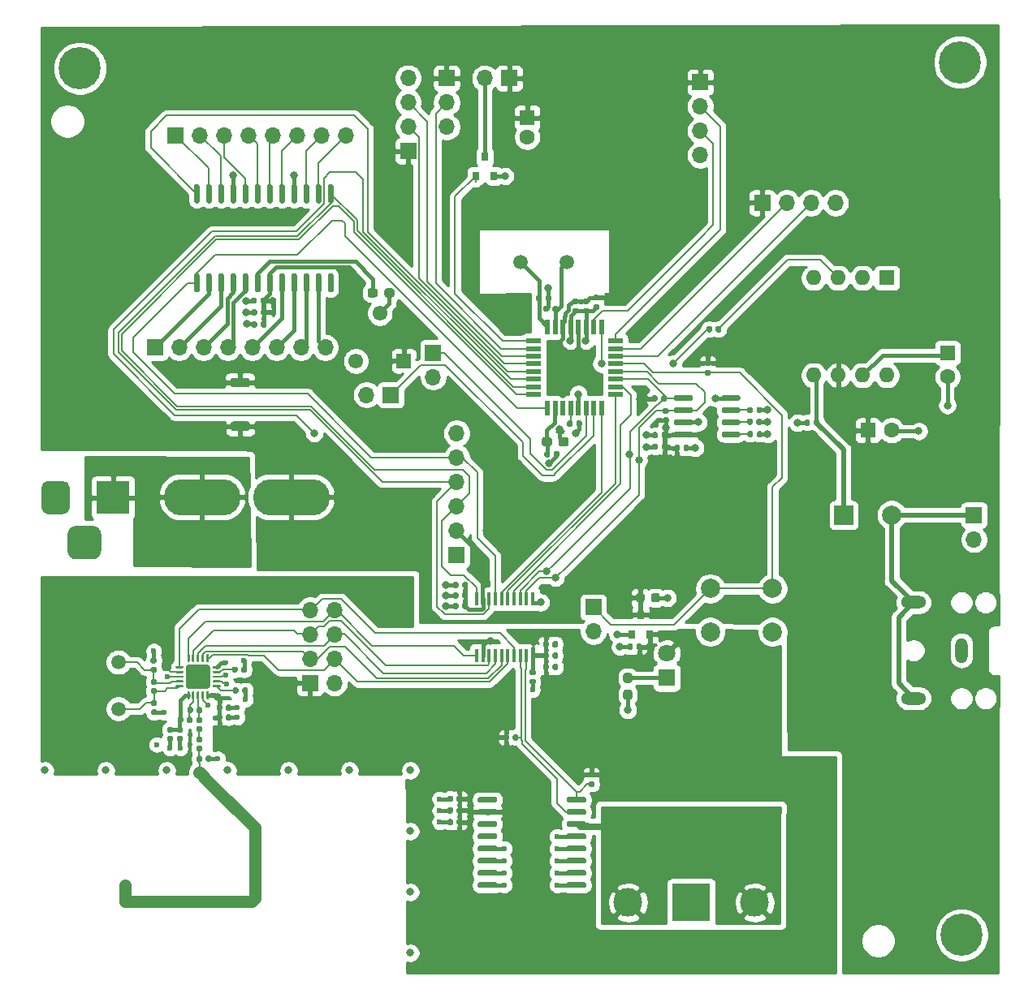
<source format=gbr>
G04 #@! TF.GenerationSoftware,KiCad,Pcbnew,(5.1.6)-1*
G04 #@! TF.CreationDate,2020-10-23T22:44:23-07:00*
G04 #@! TF.ProjectId,ReceiverCircuit,52656365-6976-4657-9243-697263756974,rev?*
G04 #@! TF.SameCoordinates,Original*
G04 #@! TF.FileFunction,Copper,L1,Top*
G04 #@! TF.FilePolarity,Positive*
%FSLAX46Y46*%
G04 Gerber Fmt 4.6, Leading zero omitted, Abs format (unit mm)*
G04 Created by KiCad (PCBNEW (5.1.6)-1) date 2020-10-23 22:44:23*
%MOMM*%
%LPD*%
G01*
G04 APERTURE LIST*
G04 #@! TA.AperFunction,ComponentPad*
%ADD10C,4.400000*%
G04 #@! TD*
G04 #@! TA.AperFunction,ComponentPad*
%ADD11O,1.700000X1.700000*%
G04 #@! TD*
G04 #@! TA.AperFunction,ComponentPad*
%ADD12R,1.700000X1.700000*%
G04 #@! TD*
G04 #@! TA.AperFunction,SMDPad,CuDef*
%ADD13R,0.550000X1.600000*%
G04 #@! TD*
G04 #@! TA.AperFunction,SMDPad,CuDef*
%ADD14R,1.600000X0.550000*%
G04 #@! TD*
G04 #@! TA.AperFunction,ComponentPad*
%ADD15O,1.600000X1.600000*%
G04 #@! TD*
G04 #@! TA.AperFunction,ComponentPad*
%ADD16R,1.600000X1.600000*%
G04 #@! TD*
G04 #@! TA.AperFunction,ComponentPad*
%ADD17O,1.308000X2.616000*%
G04 #@! TD*
G04 #@! TA.AperFunction,ComponentPad*
%ADD18O,2.616000X1.308000*%
G04 #@! TD*
G04 #@! TA.AperFunction,ComponentPad*
%ADD19C,2.000000*%
G04 #@! TD*
G04 #@! TA.AperFunction,ComponentPad*
%ADD20R,2.000000X2.000000*%
G04 #@! TD*
G04 #@! TA.AperFunction,ComponentPad*
%ADD21C,1.600000*%
G04 #@! TD*
G04 #@! TA.AperFunction,SMDPad,CuDef*
%ADD22R,0.800000X0.900000*%
G04 #@! TD*
G04 #@! TA.AperFunction,SMDPad,CuDef*
%ADD23R,0.450000X1.450000*%
G04 #@! TD*
G04 #@! TA.AperFunction,ComponentPad*
%ADD24C,3.000000*%
G04 #@! TD*
G04 #@! TA.AperFunction,SMDPad,CuDef*
%ADD25R,4.000000X4.000000*%
G04 #@! TD*
G04 #@! TA.AperFunction,ComponentPad*
%ADD26O,8.000000X3.800000*%
G04 #@! TD*
G04 #@! TA.AperFunction,ComponentPad*
%ADD27R,3.500000X3.500000*%
G04 #@! TD*
G04 #@! TA.AperFunction,ComponentPad*
%ADD28C,1.500000*%
G04 #@! TD*
G04 #@! TA.AperFunction,ComponentPad*
%ADD29R,1.800000X1.800000*%
G04 #@! TD*
G04 #@! TA.AperFunction,ComponentPad*
%ADD30C,1.800000*%
G04 #@! TD*
G04 #@! TA.AperFunction,ComponentPad*
%ADD31C,1.550000*%
G04 #@! TD*
G04 #@! TA.AperFunction,ComponentPad*
%ADD32R,1.550000X1.550000*%
G04 #@! TD*
G04 #@! TA.AperFunction,ViaPad*
%ADD33C,0.800000*%
G04 #@! TD*
G04 #@! TA.AperFunction,ViaPad*
%ADD34C,0.599999*%
G04 #@! TD*
G04 #@! TA.AperFunction,Conductor*
%ADD35C,0.152400*%
G04 #@! TD*
G04 #@! TA.AperFunction,Conductor*
%ADD36C,0.381000*%
G04 #@! TD*
G04 #@! TA.AperFunction,Conductor*
%ADD37C,1.234440*%
G04 #@! TD*
G04 #@! TA.AperFunction,Conductor*
%ADD38C,0.508000*%
G04 #@! TD*
G04 #@! TA.AperFunction,Conductor*
%ADD39C,0.254000*%
G04 #@! TD*
G04 APERTURE END LIST*
G04 #@! TA.AperFunction,SMDPad,CuDef*
G36*
G01*
X124501340Y-94647640D02*
X123001340Y-94647640D01*
G75*
G02*
X122751340Y-94397640I0J250000D01*
G01*
X122751340Y-93897640D01*
G75*
G02*
X123001340Y-93647640I250000J0D01*
G01*
X124501340Y-93647640D01*
G75*
G02*
X124751340Y-93897640I0J-250000D01*
G01*
X124751340Y-94397640D01*
G75*
G02*
X124501340Y-94647640I-250000J0D01*
G01*
G37*
G04 #@! TD.AperFunction*
G04 #@! TA.AperFunction,SMDPad,CuDef*
G36*
G01*
X124468320Y-90101040D02*
X122968320Y-90101040D01*
G75*
G02*
X122718320Y-89851040I0J250000D01*
G01*
X122718320Y-89351040D01*
G75*
G02*
X122968320Y-89101040I250000J0D01*
G01*
X124468320Y-89101040D01*
G75*
G02*
X124718320Y-89351040I0J-250000D01*
G01*
X124718320Y-89851040D01*
G75*
G02*
X124468320Y-90101040I-250000J0D01*
G01*
G37*
G04 #@! TD.AperFunction*
D10*
X198960740Y-147228560D03*
X107027980Y-56796940D03*
X198775320Y-56167020D03*
D11*
X136908540Y-90873580D03*
D12*
X139448540Y-90873580D03*
X160561020Y-113022380D03*
D11*
X160561020Y-115562380D03*
X146309080Y-94881700D03*
X146309080Y-97421700D03*
X146309080Y-99961700D03*
X146309080Y-102501700D03*
X146309080Y-105041700D03*
D12*
X146309080Y-107581700D03*
D13*
X161392520Y-83788940D03*
X160592520Y-83788940D03*
X159792520Y-83788940D03*
X158992520Y-83788940D03*
X158192520Y-83788940D03*
X157392520Y-83788940D03*
X156592520Y-83788940D03*
X155792520Y-83788940D03*
D14*
X154342520Y-85238940D03*
X154342520Y-86038940D03*
X154342520Y-86838940D03*
X154342520Y-87638940D03*
X154342520Y-88438940D03*
X154342520Y-89238940D03*
X154342520Y-90038940D03*
X154342520Y-90838940D03*
D13*
X155792520Y-92288940D03*
X156592520Y-92288940D03*
X157392520Y-92288940D03*
X158192520Y-92288940D03*
X158992520Y-92288940D03*
X159792520Y-92288940D03*
X160592520Y-92288940D03*
X161392520Y-92288940D03*
D14*
X162842520Y-90838940D03*
X162842520Y-90038940D03*
X162842520Y-89238940D03*
X162842520Y-88438940D03*
X162842520Y-87638940D03*
X162842520Y-86838940D03*
X162842520Y-86038940D03*
X162842520Y-85238940D03*
D11*
X133563360Y-113332260D03*
X131023360Y-113332260D03*
X133563360Y-115872260D03*
X131023360Y-115872260D03*
X133563360Y-118412260D03*
X131023360Y-118412260D03*
X133563360Y-120952260D03*
D12*
X131023360Y-120952260D03*
D15*
X191168020Y-88831420D03*
X183548020Y-78671420D03*
X188628020Y-88831420D03*
X186088020Y-78671420D03*
X186088020Y-88831420D03*
X188628020Y-78671420D03*
X183548020Y-88831420D03*
D16*
X191168020Y-78671420D03*
D17*
X198945500Y-117538500D03*
D18*
X193945500Y-112538500D03*
X193945500Y-122538500D03*
G04 #@! TA.AperFunction,SMDPad,CuDef*
G36*
G01*
X172933860Y-83853240D02*
X172933860Y-84198240D01*
G75*
G02*
X172786360Y-84345740I-147500J0D01*
G01*
X172491360Y-84345740D01*
G75*
G02*
X172343860Y-84198240I0J147500D01*
G01*
X172343860Y-83853240D01*
G75*
G02*
X172491360Y-83705740I147500J0D01*
G01*
X172786360Y-83705740D01*
G75*
G02*
X172933860Y-83853240I0J-147500D01*
G01*
G37*
G04 #@! TD.AperFunction*
G04 #@! TA.AperFunction,SMDPad,CuDef*
G36*
G01*
X173903860Y-83853240D02*
X173903860Y-84198240D01*
G75*
G02*
X173756360Y-84345740I-147500J0D01*
G01*
X173461360Y-84345740D01*
G75*
G02*
X173313860Y-84198240I0J147500D01*
G01*
X173313860Y-83853240D01*
G75*
G02*
X173461360Y-83705740I147500J0D01*
G01*
X173756360Y-83705740D01*
G75*
G02*
X173903860Y-83853240I0J-147500D01*
G01*
G37*
G04 #@! TD.AperFunction*
D11*
X200248520Y-105963720D03*
D12*
X200248520Y-103423720D03*
D19*
X191664600Y-103418640D03*
D20*
X186664600Y-103418640D03*
G04 #@! TA.AperFunction,SMDPad,CuDef*
G36*
G01*
X183147200Y-93594140D02*
X183147200Y-93939140D01*
G75*
G02*
X182999700Y-94086640I-147500J0D01*
G01*
X182704700Y-94086640D01*
G75*
G02*
X182557200Y-93939140I0J147500D01*
G01*
X182557200Y-93594140D01*
G75*
G02*
X182704700Y-93446640I147500J0D01*
G01*
X182999700Y-93446640D01*
G75*
G02*
X183147200Y-93594140I0J-147500D01*
G01*
G37*
G04 #@! TD.AperFunction*
G04 #@! TA.AperFunction,SMDPad,CuDef*
G36*
G01*
X184117200Y-93594140D02*
X184117200Y-93939140D01*
G75*
G02*
X183969700Y-94086640I-147500J0D01*
G01*
X183674700Y-94086640D01*
G75*
G02*
X183527200Y-93939140I0J147500D01*
G01*
X183527200Y-93594140D01*
G75*
G02*
X183674700Y-93446640I147500J0D01*
G01*
X183969700Y-93446640D01*
G75*
G02*
X184117200Y-93594140I0J-147500D01*
G01*
G37*
G04 #@! TD.AperFunction*
D21*
X197477380Y-88999700D03*
D16*
X197477380Y-86499700D03*
D21*
X191679200Y-94579440D03*
D16*
X189179200Y-94579440D03*
D11*
X134802880Y-63784480D03*
X132262880Y-63784480D03*
X129722880Y-63784480D03*
X127182880Y-63784480D03*
X124642880Y-63784480D03*
X122102880Y-63784480D03*
X119562880Y-63784480D03*
D12*
X117022880Y-63784480D03*
D11*
X132610860Y-85930740D03*
X130070860Y-85930740D03*
X127530860Y-85930740D03*
X124990860Y-85930740D03*
X122450860Y-85930740D03*
X119910860Y-85930740D03*
X117370860Y-85930740D03*
D12*
X114830860Y-85930740D03*
D19*
X179242860Y-111099600D03*
X179242860Y-115599600D03*
X172742860Y-111099600D03*
X172742860Y-115599600D03*
D11*
X141249400Y-57810400D03*
X141249400Y-60350400D03*
X141249400Y-62890400D03*
D12*
X141249400Y-65430400D03*
D11*
X171704000Y-65862200D03*
X171704000Y-63322200D03*
X171704000Y-60782200D03*
D12*
X171704000Y-58242200D03*
D21*
X153670000Y-63957200D03*
D16*
X153670000Y-61957200D03*
G04 #@! TA.AperFunction,SMDPad,CuDef*
G36*
G01*
X159626520Y-81815440D02*
X159971520Y-81815440D01*
G75*
G02*
X160119020Y-81962940I0J-147500D01*
G01*
X160119020Y-82257940D01*
G75*
G02*
X159971520Y-82405440I-147500J0D01*
G01*
X159626520Y-82405440D01*
G75*
G02*
X159479020Y-82257940I0J147500D01*
G01*
X159479020Y-81962940D01*
G75*
G02*
X159626520Y-81815440I147500J0D01*
G01*
G37*
G04 #@! TD.AperFunction*
G04 #@! TA.AperFunction,SMDPad,CuDef*
G36*
G01*
X159626520Y-80845440D02*
X159971520Y-80845440D01*
G75*
G02*
X160119020Y-80992940I0J-147500D01*
G01*
X160119020Y-81287940D01*
G75*
G02*
X159971520Y-81435440I-147500J0D01*
G01*
X159626520Y-81435440D01*
G75*
G02*
X159479020Y-81287940I0J147500D01*
G01*
X159479020Y-80992940D01*
G75*
G02*
X159626520Y-80845440I147500J0D01*
G01*
G37*
G04 #@! TD.AperFunction*
G04 #@! TA.AperFunction,SMDPad,CuDef*
G36*
G01*
X158774900Y-94050900D02*
X158774900Y-93705900D01*
G75*
G02*
X158922400Y-93558400I147500J0D01*
G01*
X159217400Y-93558400D01*
G75*
G02*
X159364900Y-93705900I0J-147500D01*
G01*
X159364900Y-94050900D01*
G75*
G02*
X159217400Y-94198400I-147500J0D01*
G01*
X158922400Y-94198400D01*
G75*
G02*
X158774900Y-94050900I0J147500D01*
G01*
G37*
G04 #@! TD.AperFunction*
G04 #@! TA.AperFunction,SMDPad,CuDef*
G36*
G01*
X157804900Y-94050900D02*
X157804900Y-93705900D01*
G75*
G02*
X157952400Y-93558400I147500J0D01*
G01*
X158247400Y-93558400D01*
G75*
G02*
X158394900Y-93705900I0J-147500D01*
G01*
X158394900Y-94050900D01*
G75*
G02*
X158247400Y-94198400I-147500J0D01*
G01*
X157952400Y-94198400D01*
G75*
G02*
X157804900Y-94050900I0J147500D01*
G01*
G37*
G04 #@! TD.AperFunction*
G04 #@! TA.AperFunction,SMDPad,CuDef*
G36*
G01*
X158516540Y-80835280D02*
X158861540Y-80835280D01*
G75*
G02*
X159009040Y-80982780I0J-147500D01*
G01*
X159009040Y-81277780D01*
G75*
G02*
X158861540Y-81425280I-147500J0D01*
G01*
X158516540Y-81425280D01*
G75*
G02*
X158369040Y-81277780I0J147500D01*
G01*
X158369040Y-80982780D01*
G75*
G02*
X158516540Y-80835280I147500J0D01*
G01*
G37*
G04 #@! TD.AperFunction*
G04 #@! TA.AperFunction,SMDPad,CuDef*
G36*
G01*
X158516540Y-81805280D02*
X158861540Y-81805280D01*
G75*
G02*
X159009040Y-81952780I0J-147500D01*
G01*
X159009040Y-82247780D01*
G75*
G02*
X158861540Y-82395280I-147500J0D01*
G01*
X158516540Y-82395280D01*
G75*
G02*
X158369040Y-82247780I0J147500D01*
G01*
X158369040Y-81952780D01*
G75*
G02*
X158516540Y-81805280I147500J0D01*
G01*
G37*
G04 #@! TD.AperFunction*
G04 #@! TA.AperFunction,SMDPad,CuDef*
G36*
G01*
X160693320Y-80444120D02*
X161038320Y-80444120D01*
G75*
G02*
X161185820Y-80591620I0J-147500D01*
G01*
X161185820Y-80886620D01*
G75*
G02*
X161038320Y-81034120I-147500J0D01*
G01*
X160693320Y-81034120D01*
G75*
G02*
X160545820Y-80886620I0J147500D01*
G01*
X160545820Y-80591620D01*
G75*
G02*
X160693320Y-80444120I147500J0D01*
G01*
G37*
G04 #@! TD.AperFunction*
G04 #@! TA.AperFunction,SMDPad,CuDef*
G36*
G01*
X160693320Y-81414120D02*
X161038320Y-81414120D01*
G75*
G02*
X161185820Y-81561620I0J-147500D01*
G01*
X161185820Y-81856620D01*
G75*
G02*
X161038320Y-82004120I-147500J0D01*
G01*
X160693320Y-82004120D01*
G75*
G02*
X160545820Y-81856620I0J147500D01*
G01*
X160545820Y-81561620D01*
G75*
G02*
X160693320Y-81414120I147500J0D01*
G01*
G37*
G04 #@! TD.AperFunction*
G04 #@! TA.AperFunction,SMDPad,CuDef*
G36*
G01*
X126482060Y-83350320D02*
X126482060Y-83695320D01*
G75*
G02*
X126334560Y-83842820I-147500J0D01*
G01*
X126039560Y-83842820D01*
G75*
G02*
X125892060Y-83695320I0J147500D01*
G01*
X125892060Y-83350320D01*
G75*
G02*
X126039560Y-83202820I147500J0D01*
G01*
X126334560Y-83202820D01*
G75*
G02*
X126482060Y-83350320I0J-147500D01*
G01*
G37*
G04 #@! TD.AperFunction*
G04 #@! TA.AperFunction,SMDPad,CuDef*
G36*
G01*
X125512060Y-83350320D02*
X125512060Y-83695320D01*
G75*
G02*
X125364560Y-83842820I-147500J0D01*
G01*
X125069560Y-83842820D01*
G75*
G02*
X124922060Y-83695320I0J147500D01*
G01*
X124922060Y-83350320D01*
G75*
G02*
X125069560Y-83202820I147500J0D01*
G01*
X125364560Y-83202820D01*
G75*
G02*
X125512060Y-83350320I0J-147500D01*
G01*
G37*
G04 #@! TD.AperFunction*
G04 #@! TA.AperFunction,SMDPad,CuDef*
G36*
G01*
X125512060Y-82093020D02*
X125512060Y-82438020D01*
G75*
G02*
X125364560Y-82585520I-147500J0D01*
G01*
X125069560Y-82585520D01*
G75*
G02*
X124922060Y-82438020I0J147500D01*
G01*
X124922060Y-82093020D01*
G75*
G02*
X125069560Y-81945520I147500J0D01*
G01*
X125364560Y-81945520D01*
G75*
G02*
X125512060Y-82093020I0J-147500D01*
G01*
G37*
G04 #@! TD.AperFunction*
G04 #@! TA.AperFunction,SMDPad,CuDef*
G36*
G01*
X126482060Y-82093020D02*
X126482060Y-82438020D01*
G75*
G02*
X126334560Y-82585520I-147500J0D01*
G01*
X126039560Y-82585520D01*
G75*
G02*
X125892060Y-82438020I0J147500D01*
G01*
X125892060Y-82093020D01*
G75*
G02*
X126039560Y-81945520I147500J0D01*
G01*
X126334560Y-81945520D01*
G75*
G02*
X126482060Y-82093020I0J-147500D01*
G01*
G37*
G04 #@! TD.AperFunction*
G04 #@! TA.AperFunction,SMDPad,CuDef*
G36*
G01*
X126443960Y-80861120D02*
X126443960Y-81206120D01*
G75*
G02*
X126296460Y-81353620I-147500J0D01*
G01*
X126001460Y-81353620D01*
G75*
G02*
X125853960Y-81206120I0J147500D01*
G01*
X125853960Y-80861120D01*
G75*
G02*
X126001460Y-80713620I147500J0D01*
G01*
X126296460Y-80713620D01*
G75*
G02*
X126443960Y-80861120I0J-147500D01*
G01*
G37*
G04 #@! TD.AperFunction*
G04 #@! TA.AperFunction,SMDPad,CuDef*
G36*
G01*
X125473960Y-80861120D02*
X125473960Y-81206120D01*
G75*
G02*
X125326460Y-81353620I-147500J0D01*
G01*
X125031460Y-81353620D01*
G75*
G02*
X124883960Y-81206120I0J147500D01*
G01*
X124883960Y-80861120D01*
G75*
G02*
X125031460Y-80713620I147500J0D01*
G01*
X125326460Y-80713620D01*
G75*
G02*
X125473960Y-80861120I0J-147500D01*
G01*
G37*
G04 #@! TD.AperFunction*
G04 #@! TA.AperFunction,SMDPad,CuDef*
G36*
G01*
X121264600Y-124708700D02*
X121264600Y-124363700D01*
G75*
G02*
X121412100Y-124216200I147500J0D01*
G01*
X121707100Y-124216200D01*
G75*
G02*
X121854600Y-124363700I0J-147500D01*
G01*
X121854600Y-124708700D01*
G75*
G02*
X121707100Y-124856200I-147500J0D01*
G01*
X121412100Y-124856200D01*
G75*
G02*
X121264600Y-124708700I0J147500D01*
G01*
G37*
G04 #@! TD.AperFunction*
G04 #@! TA.AperFunction,SMDPad,CuDef*
G36*
G01*
X122234600Y-124708700D02*
X122234600Y-124363700D01*
G75*
G02*
X122382100Y-124216200I147500J0D01*
G01*
X122677100Y-124216200D01*
G75*
G02*
X122824600Y-124363700I0J-147500D01*
G01*
X122824600Y-124708700D01*
G75*
G02*
X122677100Y-124856200I-147500J0D01*
G01*
X122382100Y-124856200D01*
G75*
G02*
X122234600Y-124708700I0J147500D01*
G01*
G37*
G04 #@! TD.AperFunction*
G04 #@! TA.AperFunction,SMDPad,CuDef*
G36*
G01*
X122234600Y-123692700D02*
X122234600Y-123347700D01*
G75*
G02*
X122382100Y-123200200I147500J0D01*
G01*
X122677100Y-123200200D01*
G75*
G02*
X122824600Y-123347700I0J-147500D01*
G01*
X122824600Y-123692700D01*
G75*
G02*
X122677100Y-123840200I-147500J0D01*
G01*
X122382100Y-123840200D01*
G75*
G02*
X122234600Y-123692700I0J147500D01*
G01*
G37*
G04 #@! TD.AperFunction*
G04 #@! TA.AperFunction,SMDPad,CuDef*
G36*
G01*
X121264600Y-123692700D02*
X121264600Y-123347700D01*
G75*
G02*
X121412100Y-123200200I147500J0D01*
G01*
X121707100Y-123200200D01*
G75*
G02*
X121854600Y-123347700I0J-147500D01*
G01*
X121854600Y-123692700D01*
G75*
G02*
X121707100Y-123840200I-147500J0D01*
G01*
X121412100Y-123840200D01*
G75*
G02*
X121264600Y-123692700I0J147500D01*
G01*
G37*
G04 #@! TD.AperFunction*
G04 #@! TA.AperFunction,SMDPad,CuDef*
G36*
G01*
X169961060Y-96583280D02*
X169961060Y-96238280D01*
G75*
G02*
X170108560Y-96090780I147500J0D01*
G01*
X170403560Y-96090780D01*
G75*
G02*
X170551060Y-96238280I0J-147500D01*
G01*
X170551060Y-96583280D01*
G75*
G02*
X170403560Y-96730780I-147500J0D01*
G01*
X170108560Y-96730780D01*
G75*
G02*
X169961060Y-96583280I0J147500D01*
G01*
G37*
G04 #@! TD.AperFunction*
G04 #@! TA.AperFunction,SMDPad,CuDef*
G36*
G01*
X168991060Y-96583280D02*
X168991060Y-96238280D01*
G75*
G02*
X169138560Y-96090780I147500J0D01*
G01*
X169433560Y-96090780D01*
G75*
G02*
X169581060Y-96238280I0J-147500D01*
G01*
X169581060Y-96583280D01*
G75*
G02*
X169433560Y-96730780I-147500J0D01*
G01*
X169138560Y-96730780D01*
G75*
G02*
X168991060Y-96583280I0J147500D01*
G01*
G37*
G04 #@! TD.AperFunction*
G04 #@! TA.AperFunction,SMDPad,CuDef*
G36*
G01*
X168265060Y-94904780D02*
X168265060Y-95249780D01*
G75*
G02*
X168117560Y-95397280I-147500J0D01*
G01*
X167822560Y-95397280D01*
G75*
G02*
X167675060Y-95249780I0J147500D01*
G01*
X167675060Y-94904780D01*
G75*
G02*
X167822560Y-94757280I147500J0D01*
G01*
X168117560Y-94757280D01*
G75*
G02*
X168265060Y-94904780I0J-147500D01*
G01*
G37*
G04 #@! TD.AperFunction*
G04 #@! TA.AperFunction,SMDPad,CuDef*
G36*
G01*
X167295060Y-94904780D02*
X167295060Y-95249780D01*
G75*
G02*
X167147560Y-95397280I-147500J0D01*
G01*
X166852560Y-95397280D01*
G75*
G02*
X166705060Y-95249780I0J147500D01*
G01*
X166705060Y-94904780D01*
G75*
G02*
X166852560Y-94757280I147500J0D01*
G01*
X167147560Y-94757280D01*
G75*
G02*
X167295060Y-94904780I0J-147500D01*
G01*
G37*
G04 #@! TD.AperFunction*
G04 #@! TA.AperFunction,SMDPad,CuDef*
G36*
G01*
X167295060Y-96111280D02*
X167295060Y-96456280D01*
G75*
G02*
X167147560Y-96603780I-147500J0D01*
G01*
X166852560Y-96603780D01*
G75*
G02*
X166705060Y-96456280I0J147500D01*
G01*
X166705060Y-96111280D01*
G75*
G02*
X166852560Y-95963780I147500J0D01*
G01*
X167147560Y-95963780D01*
G75*
G02*
X167295060Y-96111280I0J-147500D01*
G01*
G37*
G04 #@! TD.AperFunction*
G04 #@! TA.AperFunction,SMDPad,CuDef*
G36*
G01*
X168265060Y-96111280D02*
X168265060Y-96456280D01*
G75*
G02*
X168117560Y-96603780I-147500J0D01*
G01*
X167822560Y-96603780D01*
G75*
G02*
X167675060Y-96456280I0J147500D01*
G01*
X167675060Y-96111280D01*
G75*
G02*
X167822560Y-95963780I147500J0D01*
G01*
X168117560Y-95963780D01*
G75*
G02*
X168265060Y-96111280I0J-147500D01*
G01*
G37*
G04 #@! TD.AperFunction*
G04 #@! TA.AperFunction,SMDPad,CuDef*
G36*
G01*
X145931120Y-135280620D02*
X145931120Y-135625620D01*
G75*
G02*
X145783620Y-135773120I-147500J0D01*
G01*
X145488620Y-135773120D01*
G75*
G02*
X145341120Y-135625620I0J147500D01*
G01*
X145341120Y-135280620D01*
G75*
G02*
X145488620Y-135133120I147500J0D01*
G01*
X145783620Y-135133120D01*
G75*
G02*
X145931120Y-135280620I0J-147500D01*
G01*
G37*
G04 #@! TD.AperFunction*
G04 #@! TA.AperFunction,SMDPad,CuDef*
G36*
G01*
X146901120Y-135280620D02*
X146901120Y-135625620D01*
G75*
G02*
X146753620Y-135773120I-147500J0D01*
G01*
X146458620Y-135773120D01*
G75*
G02*
X146311120Y-135625620I0J147500D01*
G01*
X146311120Y-135280620D01*
G75*
G02*
X146458620Y-135133120I147500J0D01*
G01*
X146753620Y-135133120D01*
G75*
G02*
X146901120Y-135280620I0J-147500D01*
G01*
G37*
G04 #@! TD.AperFunction*
G04 #@! TA.AperFunction,SMDPad,CuDef*
G36*
G01*
X146901120Y-134074120D02*
X146901120Y-134419120D01*
G75*
G02*
X146753620Y-134566620I-147500J0D01*
G01*
X146458620Y-134566620D01*
G75*
G02*
X146311120Y-134419120I0J147500D01*
G01*
X146311120Y-134074120D01*
G75*
G02*
X146458620Y-133926620I147500J0D01*
G01*
X146753620Y-133926620D01*
G75*
G02*
X146901120Y-134074120I0J-147500D01*
G01*
G37*
G04 #@! TD.AperFunction*
G04 #@! TA.AperFunction,SMDPad,CuDef*
G36*
G01*
X145931120Y-134074120D02*
X145931120Y-134419120D01*
G75*
G02*
X145783620Y-134566620I-147500J0D01*
G01*
X145488620Y-134566620D01*
G75*
G02*
X145341120Y-134419120I0J147500D01*
G01*
X145341120Y-134074120D01*
G75*
G02*
X145488620Y-133926620I147500J0D01*
G01*
X145783620Y-133926620D01*
G75*
G02*
X145931120Y-134074120I0J-147500D01*
G01*
G37*
G04 #@! TD.AperFunction*
G04 #@! TA.AperFunction,SMDPad,CuDef*
G36*
G01*
X145931120Y-132867620D02*
X145931120Y-133212620D01*
G75*
G02*
X145783620Y-133360120I-147500J0D01*
G01*
X145488620Y-133360120D01*
G75*
G02*
X145341120Y-133212620I0J147500D01*
G01*
X145341120Y-132867620D01*
G75*
G02*
X145488620Y-132720120I147500J0D01*
G01*
X145783620Y-132720120D01*
G75*
G02*
X145931120Y-132867620I0J-147500D01*
G01*
G37*
G04 #@! TD.AperFunction*
G04 #@! TA.AperFunction,SMDPad,CuDef*
G36*
G01*
X146901120Y-132867620D02*
X146901120Y-133212620D01*
G75*
G02*
X146753620Y-133360120I-147500J0D01*
G01*
X146458620Y-133360120D01*
G75*
G02*
X146311120Y-133212620I0J147500D01*
G01*
X146311120Y-132867620D01*
G75*
G02*
X146458620Y-132720120I147500J0D01*
G01*
X146753620Y-132720120D01*
G75*
G02*
X146901120Y-132867620I0J-147500D01*
G01*
G37*
G04 #@! TD.AperFunction*
G04 #@! TA.AperFunction,SMDPad,CuDef*
G36*
G01*
X156283160Y-118252020D02*
X156283160Y-117907020D01*
G75*
G02*
X156430660Y-117759520I147500J0D01*
G01*
X156725660Y-117759520D01*
G75*
G02*
X156873160Y-117907020I0J-147500D01*
G01*
X156873160Y-118252020D01*
G75*
G02*
X156725660Y-118399520I-147500J0D01*
G01*
X156430660Y-118399520D01*
G75*
G02*
X156283160Y-118252020I0J147500D01*
G01*
G37*
G04 #@! TD.AperFunction*
G04 #@! TA.AperFunction,SMDPad,CuDef*
G36*
G01*
X155313160Y-118252020D02*
X155313160Y-117907020D01*
G75*
G02*
X155460660Y-117759520I147500J0D01*
G01*
X155755660Y-117759520D01*
G75*
G02*
X155903160Y-117907020I0J-147500D01*
G01*
X155903160Y-118252020D01*
G75*
G02*
X155755660Y-118399520I-147500J0D01*
G01*
X155460660Y-118399520D01*
G75*
G02*
X155313160Y-118252020I0J147500D01*
G01*
G37*
G04 #@! TD.AperFunction*
G04 #@! TA.AperFunction,SMDPad,CuDef*
G36*
G01*
X155313160Y-117083620D02*
X155313160Y-116738620D01*
G75*
G02*
X155460660Y-116591120I147500J0D01*
G01*
X155755660Y-116591120D01*
G75*
G02*
X155903160Y-116738620I0J-147500D01*
G01*
X155903160Y-117083620D01*
G75*
G02*
X155755660Y-117231120I-147500J0D01*
G01*
X155460660Y-117231120D01*
G75*
G02*
X155313160Y-117083620I0J147500D01*
G01*
G37*
G04 #@! TD.AperFunction*
G04 #@! TA.AperFunction,SMDPad,CuDef*
G36*
G01*
X156283160Y-117083620D02*
X156283160Y-116738620D01*
G75*
G02*
X156430660Y-116591120I147500J0D01*
G01*
X156725660Y-116591120D01*
G75*
G02*
X156873160Y-116738620I0J-147500D01*
G01*
X156873160Y-117083620D01*
G75*
G02*
X156725660Y-117231120I-147500J0D01*
G01*
X156430660Y-117231120D01*
G75*
G02*
X156283160Y-117083620I0J147500D01*
G01*
G37*
G04 #@! TD.AperFunction*
G04 #@! TA.AperFunction,SMDPad,CuDef*
G36*
G01*
X154046140Y-120514880D02*
X154391140Y-120514880D01*
G75*
G02*
X154538640Y-120662380I0J-147500D01*
G01*
X154538640Y-120957380D01*
G75*
G02*
X154391140Y-121104880I-147500J0D01*
G01*
X154046140Y-121104880D01*
G75*
G02*
X153898640Y-120957380I0J147500D01*
G01*
X153898640Y-120662380D01*
G75*
G02*
X154046140Y-120514880I147500J0D01*
G01*
G37*
G04 #@! TD.AperFunction*
G04 #@! TA.AperFunction,SMDPad,CuDef*
G36*
G01*
X154046140Y-119544880D02*
X154391140Y-119544880D01*
G75*
G02*
X154538640Y-119692380I0J-147500D01*
G01*
X154538640Y-119987380D01*
G75*
G02*
X154391140Y-120134880I-147500J0D01*
G01*
X154046140Y-120134880D01*
G75*
G02*
X153898640Y-119987380I0J147500D01*
G01*
X153898640Y-119692380D01*
G75*
G02*
X154046140Y-119544880I147500J0D01*
G01*
G37*
G04 #@! TD.AperFunction*
G04 #@! TA.AperFunction,SMDPad,CuDef*
G36*
G01*
X147472620Y-111638300D02*
X147472620Y-111983300D01*
G75*
G02*
X147325120Y-112130800I-147500J0D01*
G01*
X147030120Y-112130800D01*
G75*
G02*
X146882620Y-111983300I0J147500D01*
G01*
X146882620Y-111638300D01*
G75*
G02*
X147030120Y-111490800I147500J0D01*
G01*
X147325120Y-111490800D01*
G75*
G02*
X147472620Y-111638300I0J-147500D01*
G01*
G37*
G04 #@! TD.AperFunction*
G04 #@! TA.AperFunction,SMDPad,CuDef*
G36*
G01*
X146502620Y-111638300D02*
X146502620Y-111983300D01*
G75*
G02*
X146355120Y-112130800I-147500J0D01*
G01*
X146060120Y-112130800D01*
G75*
G02*
X145912620Y-111983300I0J147500D01*
G01*
X145912620Y-111638300D01*
G75*
G02*
X146060120Y-111490800I147500J0D01*
G01*
X146355120Y-111490800D01*
G75*
G02*
X146502620Y-111638300I0J-147500D01*
G01*
G37*
G04 #@! TD.AperFunction*
G04 #@! TA.AperFunction,SMDPad,CuDef*
G36*
G01*
X146505160Y-112727960D02*
X146505160Y-113072960D01*
G75*
G02*
X146357660Y-113220460I-147500J0D01*
G01*
X146062660Y-113220460D01*
G75*
G02*
X145915160Y-113072960I0J147500D01*
G01*
X145915160Y-112727960D01*
G75*
G02*
X146062660Y-112580460I147500J0D01*
G01*
X146357660Y-112580460D01*
G75*
G02*
X146505160Y-112727960I0J-147500D01*
G01*
G37*
G04 #@! TD.AperFunction*
G04 #@! TA.AperFunction,SMDPad,CuDef*
G36*
G01*
X147475160Y-112727960D02*
X147475160Y-113072960D01*
G75*
G02*
X147327660Y-113220460I-147500J0D01*
G01*
X147032660Y-113220460D01*
G75*
G02*
X146885160Y-113072960I0J147500D01*
G01*
X146885160Y-112727960D01*
G75*
G02*
X147032660Y-112580460I147500J0D01*
G01*
X147327660Y-112580460D01*
G75*
G02*
X147475160Y-112727960I0J-147500D01*
G01*
G37*
G04 #@! TD.AperFunction*
G04 #@! TA.AperFunction,SMDPad,CuDef*
G36*
G01*
X147475160Y-110538480D02*
X147475160Y-110883480D01*
G75*
G02*
X147327660Y-111030980I-147500J0D01*
G01*
X147032660Y-111030980D01*
G75*
G02*
X146885160Y-110883480I0J147500D01*
G01*
X146885160Y-110538480D01*
G75*
G02*
X147032660Y-110390980I147500J0D01*
G01*
X147327660Y-110390980D01*
G75*
G02*
X147475160Y-110538480I0J-147500D01*
G01*
G37*
G04 #@! TD.AperFunction*
G04 #@! TA.AperFunction,SMDPad,CuDef*
G36*
G01*
X146505160Y-110538480D02*
X146505160Y-110883480D01*
G75*
G02*
X146357660Y-111030980I-147500J0D01*
G01*
X146062660Y-111030980D01*
G75*
G02*
X145915160Y-110883480I0J147500D01*
G01*
X145915160Y-110538480D01*
G75*
G02*
X146062660Y-110390980I147500J0D01*
G01*
X146357660Y-110390980D01*
G75*
G02*
X146505160Y-110538480I0J-147500D01*
G01*
G37*
G04 #@! TD.AperFunction*
D22*
X148300400Y-68030600D03*
X150200400Y-68030600D03*
X149250400Y-66030600D03*
G04 #@! TA.AperFunction,SMDPad,CuDef*
G36*
G01*
X118344440Y-119034240D02*
X120344440Y-119034240D01*
G75*
G02*
X120594440Y-119284240I0J-250000D01*
G01*
X120594440Y-121284240D01*
G75*
G02*
X120344440Y-121534240I-250000J0D01*
G01*
X118344440Y-121534240D01*
G75*
G02*
X118094440Y-121284240I0J250000D01*
G01*
X118094440Y-119284240D01*
G75*
G02*
X118344440Y-119034240I250000J0D01*
G01*
G37*
G04 #@! TD.AperFunction*
G04 #@! TA.AperFunction,SMDPad,CuDef*
G36*
G01*
X120281940Y-117934240D02*
X120406940Y-117934240D01*
G75*
G02*
X120469440Y-117996740I0J-62500D01*
G01*
X120469440Y-118696740D01*
G75*
G02*
X120406940Y-118759240I-62500J0D01*
G01*
X120281940Y-118759240D01*
G75*
G02*
X120219440Y-118696740I0J62500D01*
G01*
X120219440Y-117996740D01*
G75*
G02*
X120281940Y-117934240I62500J0D01*
G01*
G37*
G04 #@! TD.AperFunction*
G04 #@! TA.AperFunction,SMDPad,CuDef*
G36*
G01*
X119781940Y-117934240D02*
X119906940Y-117934240D01*
G75*
G02*
X119969440Y-117996740I0J-62500D01*
G01*
X119969440Y-118696740D01*
G75*
G02*
X119906940Y-118759240I-62500J0D01*
G01*
X119781940Y-118759240D01*
G75*
G02*
X119719440Y-118696740I0J62500D01*
G01*
X119719440Y-117996740D01*
G75*
G02*
X119781940Y-117934240I62500J0D01*
G01*
G37*
G04 #@! TD.AperFunction*
G04 #@! TA.AperFunction,SMDPad,CuDef*
G36*
G01*
X119281940Y-117934240D02*
X119406940Y-117934240D01*
G75*
G02*
X119469440Y-117996740I0J-62500D01*
G01*
X119469440Y-118696740D01*
G75*
G02*
X119406940Y-118759240I-62500J0D01*
G01*
X119281940Y-118759240D01*
G75*
G02*
X119219440Y-118696740I0J62500D01*
G01*
X119219440Y-117996740D01*
G75*
G02*
X119281940Y-117934240I62500J0D01*
G01*
G37*
G04 #@! TD.AperFunction*
G04 #@! TA.AperFunction,SMDPad,CuDef*
G36*
G01*
X118781940Y-117934240D02*
X118906940Y-117934240D01*
G75*
G02*
X118969440Y-117996740I0J-62500D01*
G01*
X118969440Y-118696740D01*
G75*
G02*
X118906940Y-118759240I-62500J0D01*
G01*
X118781940Y-118759240D01*
G75*
G02*
X118719440Y-118696740I0J62500D01*
G01*
X118719440Y-117996740D01*
G75*
G02*
X118781940Y-117934240I62500J0D01*
G01*
G37*
G04 #@! TD.AperFunction*
G04 #@! TA.AperFunction,SMDPad,CuDef*
G36*
G01*
X118281940Y-117934240D02*
X118406940Y-117934240D01*
G75*
G02*
X118469440Y-117996740I0J-62500D01*
G01*
X118469440Y-118696740D01*
G75*
G02*
X118406940Y-118759240I-62500J0D01*
G01*
X118281940Y-118759240D01*
G75*
G02*
X118219440Y-118696740I0J62500D01*
G01*
X118219440Y-117996740D01*
G75*
G02*
X118281940Y-117934240I62500J0D01*
G01*
G37*
G04 #@! TD.AperFunction*
G04 #@! TA.AperFunction,SMDPad,CuDef*
G36*
G01*
X117056940Y-119159240D02*
X117756940Y-119159240D01*
G75*
G02*
X117819440Y-119221740I0J-62500D01*
G01*
X117819440Y-119346740D01*
G75*
G02*
X117756940Y-119409240I-62500J0D01*
G01*
X117056940Y-119409240D01*
G75*
G02*
X116994440Y-119346740I0J62500D01*
G01*
X116994440Y-119221740D01*
G75*
G02*
X117056940Y-119159240I62500J0D01*
G01*
G37*
G04 #@! TD.AperFunction*
G04 #@! TA.AperFunction,SMDPad,CuDef*
G36*
G01*
X117056940Y-119659240D02*
X117756940Y-119659240D01*
G75*
G02*
X117819440Y-119721740I0J-62500D01*
G01*
X117819440Y-119846740D01*
G75*
G02*
X117756940Y-119909240I-62500J0D01*
G01*
X117056940Y-119909240D01*
G75*
G02*
X116994440Y-119846740I0J62500D01*
G01*
X116994440Y-119721740D01*
G75*
G02*
X117056940Y-119659240I62500J0D01*
G01*
G37*
G04 #@! TD.AperFunction*
G04 #@! TA.AperFunction,SMDPad,CuDef*
G36*
G01*
X117056940Y-120159240D02*
X117756940Y-120159240D01*
G75*
G02*
X117819440Y-120221740I0J-62500D01*
G01*
X117819440Y-120346740D01*
G75*
G02*
X117756940Y-120409240I-62500J0D01*
G01*
X117056940Y-120409240D01*
G75*
G02*
X116994440Y-120346740I0J62500D01*
G01*
X116994440Y-120221740D01*
G75*
G02*
X117056940Y-120159240I62500J0D01*
G01*
G37*
G04 #@! TD.AperFunction*
G04 #@! TA.AperFunction,SMDPad,CuDef*
G36*
G01*
X117056940Y-120659240D02*
X117756940Y-120659240D01*
G75*
G02*
X117819440Y-120721740I0J-62500D01*
G01*
X117819440Y-120846740D01*
G75*
G02*
X117756940Y-120909240I-62500J0D01*
G01*
X117056940Y-120909240D01*
G75*
G02*
X116994440Y-120846740I0J62500D01*
G01*
X116994440Y-120721740D01*
G75*
G02*
X117056940Y-120659240I62500J0D01*
G01*
G37*
G04 #@! TD.AperFunction*
G04 #@! TA.AperFunction,SMDPad,CuDef*
G36*
G01*
X117056940Y-121159240D02*
X117756940Y-121159240D01*
G75*
G02*
X117819440Y-121221740I0J-62500D01*
G01*
X117819440Y-121346740D01*
G75*
G02*
X117756940Y-121409240I-62500J0D01*
G01*
X117056940Y-121409240D01*
G75*
G02*
X116994440Y-121346740I0J62500D01*
G01*
X116994440Y-121221740D01*
G75*
G02*
X117056940Y-121159240I62500J0D01*
G01*
G37*
G04 #@! TD.AperFunction*
G04 #@! TA.AperFunction,SMDPad,CuDef*
G36*
G01*
X118281940Y-121809240D02*
X118406940Y-121809240D01*
G75*
G02*
X118469440Y-121871740I0J-62500D01*
G01*
X118469440Y-122571740D01*
G75*
G02*
X118406940Y-122634240I-62500J0D01*
G01*
X118281940Y-122634240D01*
G75*
G02*
X118219440Y-122571740I0J62500D01*
G01*
X118219440Y-121871740D01*
G75*
G02*
X118281940Y-121809240I62500J0D01*
G01*
G37*
G04 #@! TD.AperFunction*
G04 #@! TA.AperFunction,SMDPad,CuDef*
G36*
G01*
X118781940Y-121809240D02*
X118906940Y-121809240D01*
G75*
G02*
X118969440Y-121871740I0J-62500D01*
G01*
X118969440Y-122571740D01*
G75*
G02*
X118906940Y-122634240I-62500J0D01*
G01*
X118781940Y-122634240D01*
G75*
G02*
X118719440Y-122571740I0J62500D01*
G01*
X118719440Y-121871740D01*
G75*
G02*
X118781940Y-121809240I62500J0D01*
G01*
G37*
G04 #@! TD.AperFunction*
G04 #@! TA.AperFunction,SMDPad,CuDef*
G36*
G01*
X119281940Y-121809240D02*
X119406940Y-121809240D01*
G75*
G02*
X119469440Y-121871740I0J-62500D01*
G01*
X119469440Y-122571740D01*
G75*
G02*
X119406940Y-122634240I-62500J0D01*
G01*
X119281940Y-122634240D01*
G75*
G02*
X119219440Y-122571740I0J62500D01*
G01*
X119219440Y-121871740D01*
G75*
G02*
X119281940Y-121809240I62500J0D01*
G01*
G37*
G04 #@! TD.AperFunction*
G04 #@! TA.AperFunction,SMDPad,CuDef*
G36*
G01*
X119781940Y-121809240D02*
X119906940Y-121809240D01*
G75*
G02*
X119969440Y-121871740I0J-62500D01*
G01*
X119969440Y-122571740D01*
G75*
G02*
X119906940Y-122634240I-62500J0D01*
G01*
X119781940Y-122634240D01*
G75*
G02*
X119719440Y-122571740I0J62500D01*
G01*
X119719440Y-121871740D01*
G75*
G02*
X119781940Y-121809240I62500J0D01*
G01*
G37*
G04 #@! TD.AperFunction*
G04 #@! TA.AperFunction,SMDPad,CuDef*
G36*
G01*
X120281940Y-121809240D02*
X120406940Y-121809240D01*
G75*
G02*
X120469440Y-121871740I0J-62500D01*
G01*
X120469440Y-122571740D01*
G75*
G02*
X120406940Y-122634240I-62500J0D01*
G01*
X120281940Y-122634240D01*
G75*
G02*
X120219440Y-122571740I0J62500D01*
G01*
X120219440Y-121871740D01*
G75*
G02*
X120281940Y-121809240I62500J0D01*
G01*
G37*
G04 #@! TD.AperFunction*
G04 #@! TA.AperFunction,SMDPad,CuDef*
G36*
G01*
X120931940Y-121159240D02*
X121631940Y-121159240D01*
G75*
G02*
X121694440Y-121221740I0J-62500D01*
G01*
X121694440Y-121346740D01*
G75*
G02*
X121631940Y-121409240I-62500J0D01*
G01*
X120931940Y-121409240D01*
G75*
G02*
X120869440Y-121346740I0J62500D01*
G01*
X120869440Y-121221740D01*
G75*
G02*
X120931940Y-121159240I62500J0D01*
G01*
G37*
G04 #@! TD.AperFunction*
G04 #@! TA.AperFunction,SMDPad,CuDef*
G36*
G01*
X120931940Y-120659240D02*
X121631940Y-120659240D01*
G75*
G02*
X121694440Y-120721740I0J-62500D01*
G01*
X121694440Y-120846740D01*
G75*
G02*
X121631940Y-120909240I-62500J0D01*
G01*
X120931940Y-120909240D01*
G75*
G02*
X120869440Y-120846740I0J62500D01*
G01*
X120869440Y-120721740D01*
G75*
G02*
X120931940Y-120659240I62500J0D01*
G01*
G37*
G04 #@! TD.AperFunction*
G04 #@! TA.AperFunction,SMDPad,CuDef*
G36*
G01*
X120931940Y-120159240D02*
X121631940Y-120159240D01*
G75*
G02*
X121694440Y-120221740I0J-62500D01*
G01*
X121694440Y-120346740D01*
G75*
G02*
X121631940Y-120409240I-62500J0D01*
G01*
X120931940Y-120409240D01*
G75*
G02*
X120869440Y-120346740I0J62500D01*
G01*
X120869440Y-120221740D01*
G75*
G02*
X120931940Y-120159240I62500J0D01*
G01*
G37*
G04 #@! TD.AperFunction*
G04 #@! TA.AperFunction,SMDPad,CuDef*
G36*
G01*
X120931940Y-119659240D02*
X121631940Y-119659240D01*
G75*
G02*
X121694440Y-119721740I0J-62500D01*
G01*
X121694440Y-119846740D01*
G75*
G02*
X121631940Y-119909240I-62500J0D01*
G01*
X120931940Y-119909240D01*
G75*
G02*
X120869440Y-119846740I0J62500D01*
G01*
X120869440Y-119721740D01*
G75*
G02*
X120931940Y-119659240I62500J0D01*
G01*
G37*
G04 #@! TD.AperFunction*
G04 #@! TA.AperFunction,SMDPad,CuDef*
G36*
G01*
X120931940Y-119159240D02*
X121631940Y-119159240D01*
G75*
G02*
X121694440Y-119221740I0J-62500D01*
G01*
X121694440Y-119346740D01*
G75*
G02*
X121631940Y-119409240I-62500J0D01*
G01*
X120931940Y-119409240D01*
G75*
G02*
X120869440Y-119346740I0J62500D01*
G01*
X120869440Y-119221740D01*
G75*
G02*
X120931940Y-119159240I62500J0D01*
G01*
G37*
G04 #@! TD.AperFunction*
G04 #@! TA.AperFunction,SMDPad,CuDef*
G36*
G01*
X148477600Y-133291720D02*
X148477600Y-132991720D01*
G75*
G02*
X148627600Y-132841720I150000J0D01*
G01*
X150377600Y-132841720D01*
G75*
G02*
X150527600Y-132991720I0J-150000D01*
G01*
X150527600Y-133291720D01*
G75*
G02*
X150377600Y-133441720I-150000J0D01*
G01*
X148627600Y-133441720D01*
G75*
G02*
X148477600Y-133291720I0J150000D01*
G01*
G37*
G04 #@! TD.AperFunction*
G04 #@! TA.AperFunction,SMDPad,CuDef*
G36*
G01*
X148477600Y-134561720D02*
X148477600Y-134261720D01*
G75*
G02*
X148627600Y-134111720I150000J0D01*
G01*
X150377600Y-134111720D01*
G75*
G02*
X150527600Y-134261720I0J-150000D01*
G01*
X150527600Y-134561720D01*
G75*
G02*
X150377600Y-134711720I-150000J0D01*
G01*
X148627600Y-134711720D01*
G75*
G02*
X148477600Y-134561720I0J150000D01*
G01*
G37*
G04 #@! TD.AperFunction*
G04 #@! TA.AperFunction,SMDPad,CuDef*
G36*
G01*
X148477600Y-135831720D02*
X148477600Y-135531720D01*
G75*
G02*
X148627600Y-135381720I150000J0D01*
G01*
X150377600Y-135381720D01*
G75*
G02*
X150527600Y-135531720I0J-150000D01*
G01*
X150527600Y-135831720D01*
G75*
G02*
X150377600Y-135981720I-150000J0D01*
G01*
X148627600Y-135981720D01*
G75*
G02*
X148477600Y-135831720I0J150000D01*
G01*
G37*
G04 #@! TD.AperFunction*
G04 #@! TA.AperFunction,SMDPad,CuDef*
G36*
G01*
X148477600Y-137101720D02*
X148477600Y-136801720D01*
G75*
G02*
X148627600Y-136651720I150000J0D01*
G01*
X150377600Y-136651720D01*
G75*
G02*
X150527600Y-136801720I0J-150000D01*
G01*
X150527600Y-137101720D01*
G75*
G02*
X150377600Y-137251720I-150000J0D01*
G01*
X148627600Y-137251720D01*
G75*
G02*
X148477600Y-137101720I0J150000D01*
G01*
G37*
G04 #@! TD.AperFunction*
G04 #@! TA.AperFunction,SMDPad,CuDef*
G36*
G01*
X148477600Y-138371720D02*
X148477600Y-138071720D01*
G75*
G02*
X148627600Y-137921720I150000J0D01*
G01*
X150377600Y-137921720D01*
G75*
G02*
X150527600Y-138071720I0J-150000D01*
G01*
X150527600Y-138371720D01*
G75*
G02*
X150377600Y-138521720I-150000J0D01*
G01*
X148627600Y-138521720D01*
G75*
G02*
X148477600Y-138371720I0J150000D01*
G01*
G37*
G04 #@! TD.AperFunction*
G04 #@! TA.AperFunction,SMDPad,CuDef*
G36*
G01*
X148477600Y-139641720D02*
X148477600Y-139341720D01*
G75*
G02*
X148627600Y-139191720I150000J0D01*
G01*
X150377600Y-139191720D01*
G75*
G02*
X150527600Y-139341720I0J-150000D01*
G01*
X150527600Y-139641720D01*
G75*
G02*
X150377600Y-139791720I-150000J0D01*
G01*
X148627600Y-139791720D01*
G75*
G02*
X148477600Y-139641720I0J150000D01*
G01*
G37*
G04 #@! TD.AperFunction*
G04 #@! TA.AperFunction,SMDPad,CuDef*
G36*
G01*
X148477600Y-140911720D02*
X148477600Y-140611720D01*
G75*
G02*
X148627600Y-140461720I150000J0D01*
G01*
X150377600Y-140461720D01*
G75*
G02*
X150527600Y-140611720I0J-150000D01*
G01*
X150527600Y-140911720D01*
G75*
G02*
X150377600Y-141061720I-150000J0D01*
G01*
X148627600Y-141061720D01*
G75*
G02*
X148477600Y-140911720I0J150000D01*
G01*
G37*
G04 #@! TD.AperFunction*
G04 #@! TA.AperFunction,SMDPad,CuDef*
G36*
G01*
X148477600Y-142181720D02*
X148477600Y-141881720D01*
G75*
G02*
X148627600Y-141731720I150000J0D01*
G01*
X150377600Y-141731720D01*
G75*
G02*
X150527600Y-141881720I0J-150000D01*
G01*
X150527600Y-142181720D01*
G75*
G02*
X150377600Y-142331720I-150000J0D01*
G01*
X148627600Y-142331720D01*
G75*
G02*
X148477600Y-142181720I0J150000D01*
G01*
G37*
G04 #@! TD.AperFunction*
G04 #@! TA.AperFunction,SMDPad,CuDef*
G36*
G01*
X157777600Y-142181720D02*
X157777600Y-141881720D01*
G75*
G02*
X157927600Y-141731720I150000J0D01*
G01*
X159677600Y-141731720D01*
G75*
G02*
X159827600Y-141881720I0J-150000D01*
G01*
X159827600Y-142181720D01*
G75*
G02*
X159677600Y-142331720I-150000J0D01*
G01*
X157927600Y-142331720D01*
G75*
G02*
X157777600Y-142181720I0J150000D01*
G01*
G37*
G04 #@! TD.AperFunction*
G04 #@! TA.AperFunction,SMDPad,CuDef*
G36*
G01*
X157777600Y-140911720D02*
X157777600Y-140611720D01*
G75*
G02*
X157927600Y-140461720I150000J0D01*
G01*
X159677600Y-140461720D01*
G75*
G02*
X159827600Y-140611720I0J-150000D01*
G01*
X159827600Y-140911720D01*
G75*
G02*
X159677600Y-141061720I-150000J0D01*
G01*
X157927600Y-141061720D01*
G75*
G02*
X157777600Y-140911720I0J150000D01*
G01*
G37*
G04 #@! TD.AperFunction*
G04 #@! TA.AperFunction,SMDPad,CuDef*
G36*
G01*
X157777600Y-139641720D02*
X157777600Y-139341720D01*
G75*
G02*
X157927600Y-139191720I150000J0D01*
G01*
X159677600Y-139191720D01*
G75*
G02*
X159827600Y-139341720I0J-150000D01*
G01*
X159827600Y-139641720D01*
G75*
G02*
X159677600Y-139791720I-150000J0D01*
G01*
X157927600Y-139791720D01*
G75*
G02*
X157777600Y-139641720I0J150000D01*
G01*
G37*
G04 #@! TD.AperFunction*
G04 #@! TA.AperFunction,SMDPad,CuDef*
G36*
G01*
X157777600Y-138371720D02*
X157777600Y-138071720D01*
G75*
G02*
X157927600Y-137921720I150000J0D01*
G01*
X159677600Y-137921720D01*
G75*
G02*
X159827600Y-138071720I0J-150000D01*
G01*
X159827600Y-138371720D01*
G75*
G02*
X159677600Y-138521720I-150000J0D01*
G01*
X157927600Y-138521720D01*
G75*
G02*
X157777600Y-138371720I0J150000D01*
G01*
G37*
G04 #@! TD.AperFunction*
G04 #@! TA.AperFunction,SMDPad,CuDef*
G36*
G01*
X157777600Y-137101720D02*
X157777600Y-136801720D01*
G75*
G02*
X157927600Y-136651720I150000J0D01*
G01*
X159677600Y-136651720D01*
G75*
G02*
X159827600Y-136801720I0J-150000D01*
G01*
X159827600Y-137101720D01*
G75*
G02*
X159677600Y-137251720I-150000J0D01*
G01*
X157927600Y-137251720D01*
G75*
G02*
X157777600Y-137101720I0J150000D01*
G01*
G37*
G04 #@! TD.AperFunction*
G04 #@! TA.AperFunction,SMDPad,CuDef*
G36*
G01*
X157777600Y-135831720D02*
X157777600Y-135531720D01*
G75*
G02*
X157927600Y-135381720I150000J0D01*
G01*
X159677600Y-135381720D01*
G75*
G02*
X159827600Y-135531720I0J-150000D01*
G01*
X159827600Y-135831720D01*
G75*
G02*
X159677600Y-135981720I-150000J0D01*
G01*
X157927600Y-135981720D01*
G75*
G02*
X157777600Y-135831720I0J150000D01*
G01*
G37*
G04 #@! TD.AperFunction*
G04 #@! TA.AperFunction,SMDPad,CuDef*
G36*
G01*
X157777600Y-134561720D02*
X157777600Y-134261720D01*
G75*
G02*
X157927600Y-134111720I150000J0D01*
G01*
X159677600Y-134111720D01*
G75*
G02*
X159827600Y-134261720I0J-150000D01*
G01*
X159827600Y-134561720D01*
G75*
G02*
X159677600Y-134711720I-150000J0D01*
G01*
X157927600Y-134711720D01*
G75*
G02*
X157777600Y-134561720I0J150000D01*
G01*
G37*
G04 #@! TD.AperFunction*
G04 #@! TA.AperFunction,SMDPad,CuDef*
G36*
G01*
X157777600Y-133291720D02*
X157777600Y-132991720D01*
G75*
G02*
X157927600Y-132841720I150000J0D01*
G01*
X159677600Y-132841720D01*
G75*
G02*
X159827600Y-132991720I0J-150000D01*
G01*
X159827600Y-133291720D01*
G75*
G02*
X159677600Y-133441720I-150000J0D01*
G01*
X157927600Y-133441720D01*
G75*
G02*
X157777600Y-133291720I0J150000D01*
G01*
G37*
G04 #@! TD.AperFunction*
D23*
X148385340Y-112180580D03*
X149035340Y-112180580D03*
X149685340Y-112180580D03*
X150335340Y-112180580D03*
X150985340Y-112180580D03*
X151635340Y-112180580D03*
X152285340Y-112180580D03*
X152935340Y-112180580D03*
X153585340Y-112180580D03*
X154235340Y-112180580D03*
X154235340Y-118080580D03*
X153585340Y-118080580D03*
X152935340Y-118080580D03*
X152285340Y-118080580D03*
X151635340Y-118080580D03*
X150985340Y-118080580D03*
X150335340Y-118080580D03*
X149685340Y-118080580D03*
X149035340Y-118080580D03*
X148385340Y-118080580D03*
D22*
X165486080Y-113846100D03*
X166436080Y-115846100D03*
X164536080Y-115846100D03*
D24*
X164174360Y-143860520D03*
X177374360Y-143860520D03*
D25*
X170774360Y-143860520D03*
G04 #@! TA.AperFunction,SMDPad,CuDef*
G36*
G01*
X156425400Y-97238600D02*
X156425400Y-96893600D01*
G75*
G02*
X156572900Y-96746100I147500J0D01*
G01*
X156867900Y-96746100D01*
G75*
G02*
X157015400Y-96893600I0J-147500D01*
G01*
X157015400Y-97238600D01*
G75*
G02*
X156867900Y-97386100I-147500J0D01*
G01*
X156572900Y-97386100D01*
G75*
G02*
X156425400Y-97238600I0J147500D01*
G01*
G37*
G04 #@! TD.AperFunction*
G04 #@! TA.AperFunction,SMDPad,CuDef*
G36*
G01*
X155455400Y-97238600D02*
X155455400Y-96893600D01*
G75*
G02*
X155602900Y-96746100I147500J0D01*
G01*
X155897900Y-96746100D01*
G75*
G02*
X156045400Y-96893600I0J-147500D01*
G01*
X156045400Y-97238600D01*
G75*
G02*
X155897900Y-97386100I-147500J0D01*
G01*
X155602900Y-97386100D01*
G75*
G02*
X155455400Y-97238600I0J147500D01*
G01*
G37*
G04 #@! TD.AperFunction*
G04 #@! TA.AperFunction,SMDPad,CuDef*
G36*
G01*
X156311100Y-82067180D02*
X156311100Y-81722180D01*
G75*
G02*
X156458600Y-81574680I147500J0D01*
G01*
X156753600Y-81574680D01*
G75*
G02*
X156901100Y-81722180I0J-147500D01*
G01*
X156901100Y-82067180D01*
G75*
G02*
X156753600Y-82214680I-147500J0D01*
G01*
X156458600Y-82214680D01*
G75*
G02*
X156311100Y-82067180I0J147500D01*
G01*
G37*
G04 #@! TD.AperFunction*
G04 #@! TA.AperFunction,SMDPad,CuDef*
G36*
G01*
X155341100Y-82067180D02*
X155341100Y-81722180D01*
G75*
G02*
X155488600Y-81574680I147500J0D01*
G01*
X155783600Y-81574680D01*
G75*
G02*
X155931100Y-81722180I0J-147500D01*
G01*
X155931100Y-82067180D01*
G75*
G02*
X155783600Y-82214680I-147500J0D01*
G01*
X155488600Y-82214680D01*
G75*
G02*
X155341100Y-82067180I0J147500D01*
G01*
G37*
G04 #@! TD.AperFunction*
G04 #@! TA.AperFunction,SMDPad,CuDef*
G36*
G01*
X156151800Y-80612200D02*
X156151800Y-80957200D01*
G75*
G02*
X156004300Y-81104700I-147500J0D01*
G01*
X155709300Y-81104700D01*
G75*
G02*
X155561800Y-80957200I0J147500D01*
G01*
X155561800Y-80612200D01*
G75*
G02*
X155709300Y-80464700I147500J0D01*
G01*
X156004300Y-80464700D01*
G75*
G02*
X156151800Y-80612200I0J-147500D01*
G01*
G37*
G04 #@! TD.AperFunction*
G04 #@! TA.AperFunction,SMDPad,CuDef*
G36*
G01*
X155181800Y-80612200D02*
X155181800Y-80957200D01*
G75*
G02*
X155034300Y-81104700I-147500J0D01*
G01*
X154739300Y-81104700D01*
G75*
G02*
X154591800Y-80957200I0J147500D01*
G01*
X154591800Y-80612200D01*
G75*
G02*
X154739300Y-80464700I147500J0D01*
G01*
X155034300Y-80464700D01*
G75*
G02*
X155181800Y-80612200I0J-147500D01*
G01*
G37*
G04 #@! TD.AperFunction*
G04 #@! TA.AperFunction,SMDPad,CuDef*
G36*
G01*
X165023080Y-112308350D02*
X165023080Y-111795850D01*
G75*
G02*
X165241830Y-111577100I218750J0D01*
G01*
X165679330Y-111577100D01*
G75*
G02*
X165898080Y-111795850I0J-218750D01*
G01*
X165898080Y-112308350D01*
G75*
G02*
X165679330Y-112527100I-218750J0D01*
G01*
X165241830Y-112527100D01*
G75*
G02*
X165023080Y-112308350I0J218750D01*
G01*
G37*
G04 #@! TD.AperFunction*
G04 #@! TA.AperFunction,SMDPad,CuDef*
G36*
G01*
X166598080Y-112308350D02*
X166598080Y-111795850D01*
G75*
G02*
X166816830Y-111577100I218750J0D01*
G01*
X167254330Y-111577100D01*
G75*
G02*
X167473080Y-111795850I0J-218750D01*
G01*
X167473080Y-112308350D01*
G75*
G02*
X167254330Y-112527100I-218750J0D01*
G01*
X166816830Y-112527100D01*
G75*
G02*
X166598080Y-112308350I0J218750D01*
G01*
G37*
G04 #@! TD.AperFunction*
G04 #@! TA.AperFunction,SMDPad,CuDef*
G36*
G01*
X164673780Y-116985000D02*
X164673780Y-117330000D01*
G75*
G02*
X164526280Y-117477500I-147500J0D01*
G01*
X164231280Y-117477500D01*
G75*
G02*
X164083780Y-117330000I0J147500D01*
G01*
X164083780Y-116985000D01*
G75*
G02*
X164231280Y-116837500I147500J0D01*
G01*
X164526280Y-116837500D01*
G75*
G02*
X164673780Y-116985000I0J-147500D01*
G01*
G37*
G04 #@! TD.AperFunction*
G04 #@! TA.AperFunction,SMDPad,CuDef*
G36*
G01*
X165643780Y-116985000D02*
X165643780Y-117330000D01*
G75*
G02*
X165496280Y-117477500I-147500J0D01*
G01*
X165201280Y-117477500D01*
G75*
G02*
X165053780Y-117330000I0J147500D01*
G01*
X165053780Y-116985000D01*
G75*
G02*
X165201280Y-116837500I147500J0D01*
G01*
X165496280Y-116837500D01*
G75*
G02*
X165643780Y-116985000I0J-147500D01*
G01*
G37*
G04 #@! TD.AperFunction*
G04 #@! TA.AperFunction,SMDPad,CuDef*
G36*
G01*
X123847360Y-119725220D02*
X123847360Y-119380220D01*
G75*
G02*
X123994860Y-119232720I147500J0D01*
G01*
X124289860Y-119232720D01*
G75*
G02*
X124437360Y-119380220I0J-147500D01*
G01*
X124437360Y-119725220D01*
G75*
G02*
X124289860Y-119872720I-147500J0D01*
G01*
X123994860Y-119872720D01*
G75*
G02*
X123847360Y-119725220I0J147500D01*
G01*
G37*
G04 #@! TD.AperFunction*
G04 #@! TA.AperFunction,SMDPad,CuDef*
G36*
G01*
X122877360Y-119725220D02*
X122877360Y-119380220D01*
G75*
G02*
X123024860Y-119232720I147500J0D01*
G01*
X123319860Y-119232720D01*
G75*
G02*
X123467360Y-119380220I0J-147500D01*
G01*
X123467360Y-119725220D01*
G75*
G02*
X123319860Y-119872720I-147500J0D01*
G01*
X123024860Y-119872720D01*
G75*
G02*
X122877360Y-119725220I0J147500D01*
G01*
G37*
G04 #@! TD.AperFunction*
G04 #@! TA.AperFunction,SMDPad,CuDef*
G36*
G01*
X117622100Y-126101200D02*
X117277100Y-126101200D01*
G75*
G02*
X117129600Y-125953700I0J147500D01*
G01*
X117129600Y-125658700D01*
G75*
G02*
X117277100Y-125511200I147500J0D01*
G01*
X117622100Y-125511200D01*
G75*
G02*
X117769600Y-125658700I0J-147500D01*
G01*
X117769600Y-125953700D01*
G75*
G02*
X117622100Y-126101200I-147500J0D01*
G01*
G37*
G04 #@! TD.AperFunction*
G04 #@! TA.AperFunction,SMDPad,CuDef*
G36*
G01*
X117622100Y-127071200D02*
X117277100Y-127071200D01*
G75*
G02*
X117129600Y-126923700I0J147500D01*
G01*
X117129600Y-126628700D01*
G75*
G02*
X117277100Y-126481200I147500J0D01*
G01*
X117622100Y-126481200D01*
G75*
G02*
X117769600Y-126628700I0J-147500D01*
G01*
X117769600Y-126923700D01*
G75*
G02*
X117622100Y-127071200I-147500J0D01*
G01*
G37*
G04 #@! TD.AperFunction*
G04 #@! TA.AperFunction,SMDPad,CuDef*
G36*
G01*
X116606100Y-127071200D02*
X116261100Y-127071200D01*
G75*
G02*
X116113600Y-126923700I0J147500D01*
G01*
X116113600Y-126628700D01*
G75*
G02*
X116261100Y-126481200I147500J0D01*
G01*
X116606100Y-126481200D01*
G75*
G02*
X116753600Y-126628700I0J-147500D01*
G01*
X116753600Y-126923700D01*
G75*
G02*
X116606100Y-127071200I-147500J0D01*
G01*
G37*
G04 #@! TD.AperFunction*
G04 #@! TA.AperFunction,SMDPad,CuDef*
G36*
G01*
X116606100Y-126101200D02*
X116261100Y-126101200D01*
G75*
G02*
X116113600Y-125953700I0J147500D01*
G01*
X116113600Y-125658700D01*
G75*
G02*
X116261100Y-125511200I147500J0D01*
G01*
X116606100Y-125511200D01*
G75*
G02*
X116753600Y-125658700I0J-147500D01*
G01*
X116753600Y-125953700D01*
G75*
G02*
X116606100Y-126101200I-147500J0D01*
G01*
G37*
G04 #@! TD.AperFunction*
G04 #@! TA.AperFunction,SMDPad,CuDef*
G36*
G01*
X114929700Y-124300200D02*
X114584700Y-124300200D01*
G75*
G02*
X114437200Y-124152700I0J147500D01*
G01*
X114437200Y-123857700D01*
G75*
G02*
X114584700Y-123710200I147500J0D01*
G01*
X114929700Y-123710200D01*
G75*
G02*
X115077200Y-123857700I0J-147500D01*
G01*
X115077200Y-124152700D01*
G75*
G02*
X114929700Y-124300200I-147500J0D01*
G01*
G37*
G04 #@! TD.AperFunction*
G04 #@! TA.AperFunction,SMDPad,CuDef*
G36*
G01*
X114929700Y-123330200D02*
X114584700Y-123330200D01*
G75*
G02*
X114437200Y-123182700I0J147500D01*
G01*
X114437200Y-122887700D01*
G75*
G02*
X114584700Y-122740200I147500J0D01*
G01*
X114929700Y-122740200D01*
G75*
G02*
X115077200Y-122887700I0J-147500D01*
G01*
X115077200Y-123182700D01*
G75*
G02*
X114929700Y-123330200I-147500J0D01*
G01*
G37*
G04 #@! TD.AperFunction*
G04 #@! TA.AperFunction,SMDPad,CuDef*
G36*
G01*
X114894140Y-119865360D02*
X114549140Y-119865360D01*
G75*
G02*
X114401640Y-119717860I0J147500D01*
G01*
X114401640Y-119422860D01*
G75*
G02*
X114549140Y-119275360I147500J0D01*
G01*
X114894140Y-119275360D01*
G75*
G02*
X115041640Y-119422860I0J-147500D01*
G01*
X115041640Y-119717860D01*
G75*
G02*
X114894140Y-119865360I-147500J0D01*
G01*
G37*
G04 #@! TD.AperFunction*
G04 #@! TA.AperFunction,SMDPad,CuDef*
G36*
G01*
X114894140Y-118895360D02*
X114549140Y-118895360D01*
G75*
G02*
X114401640Y-118747860I0J147500D01*
G01*
X114401640Y-118452860D01*
G75*
G02*
X114549140Y-118305360I147500J0D01*
G01*
X114894140Y-118305360D01*
G75*
G02*
X115041640Y-118452860I0J-147500D01*
G01*
X115041640Y-118747860D01*
G75*
G02*
X114894140Y-118895360I-147500J0D01*
G01*
G37*
G04 #@! TD.AperFunction*
G04 #@! TA.AperFunction,SMDPad,CuDef*
G36*
G01*
X119654100Y-128110200D02*
X119309100Y-128110200D01*
G75*
G02*
X119161600Y-127962700I0J147500D01*
G01*
X119161600Y-127667700D01*
G75*
G02*
X119309100Y-127520200I147500J0D01*
G01*
X119654100Y-127520200D01*
G75*
G02*
X119801600Y-127667700I0J-147500D01*
G01*
X119801600Y-127962700D01*
G75*
G02*
X119654100Y-128110200I-147500J0D01*
G01*
G37*
G04 #@! TD.AperFunction*
G04 #@! TA.AperFunction,SMDPad,CuDef*
G36*
G01*
X119654100Y-127140200D02*
X119309100Y-127140200D01*
G75*
G02*
X119161600Y-126992700I0J147500D01*
G01*
X119161600Y-126697700D01*
G75*
G02*
X119309100Y-126550200I147500J0D01*
G01*
X119654100Y-126550200D01*
G75*
G02*
X119801600Y-126697700I0J-147500D01*
G01*
X119801600Y-126992700D01*
G75*
G02*
X119654100Y-127140200I-147500J0D01*
G01*
G37*
G04 #@! TD.AperFunction*
D26*
X119750840Y-101533960D03*
X129050840Y-101533960D03*
D27*
X110490000Y-101600000D03*
G04 #@! TA.AperFunction,ComponentPad*
G36*
G01*
X102990000Y-102600000D02*
X102990000Y-100600000D01*
G75*
G02*
X103740000Y-99850000I750000J0D01*
G01*
X105240000Y-99850000D01*
G75*
G02*
X105990000Y-100600000I0J-750000D01*
G01*
X105990000Y-102600000D01*
G75*
G02*
X105240000Y-103350000I-750000J0D01*
G01*
X103740000Y-103350000D01*
G75*
G02*
X102990000Y-102600000I0J750000D01*
G01*
G37*
G04 #@! TD.AperFunction*
G04 #@! TA.AperFunction,ComponentPad*
G36*
G01*
X105740000Y-107175000D02*
X105740000Y-105425000D01*
G75*
G02*
X106615000Y-104550000I875000J0D01*
G01*
X108365000Y-104550000D01*
G75*
G02*
X109240000Y-105425000I0J-875000D01*
G01*
X109240000Y-107175000D01*
G75*
G02*
X108365000Y-108050000I-875000J0D01*
G01*
X106615000Y-108050000D01*
G75*
G02*
X105740000Y-107175000I0J875000D01*
G01*
G37*
G04 #@! TD.AperFunction*
D12*
X151790400Y-57835800D03*
D11*
X149250400Y-57835800D03*
D12*
X178175920Y-70840600D03*
D11*
X180715920Y-70840600D03*
X183255920Y-70840600D03*
X185795920Y-70840600D03*
X145262600Y-62915800D03*
X145262600Y-60375800D03*
D12*
X145262600Y-57835800D03*
G04 #@! TA.AperFunction,SMDPad,CuDef*
G36*
G01*
X157991000Y-95533200D02*
X157991000Y-96008200D01*
G75*
G02*
X157753500Y-96245700I-237500J0D01*
G01*
X157178500Y-96245700D01*
G75*
G02*
X156941000Y-96008200I0J237500D01*
G01*
X156941000Y-95533200D01*
G75*
G02*
X157178500Y-95295700I237500J0D01*
G01*
X157753500Y-95295700D01*
G75*
G02*
X157991000Y-95533200I0J-237500D01*
G01*
G37*
G04 #@! TD.AperFunction*
G04 #@! TA.AperFunction,SMDPad,CuDef*
G36*
G01*
X156241000Y-95533200D02*
X156241000Y-96008200D01*
G75*
G02*
X156003500Y-96245700I-237500J0D01*
G01*
X155428500Y-96245700D01*
G75*
G02*
X155191000Y-96008200I0J237500D01*
G01*
X155191000Y-95533200D01*
G75*
G02*
X155428500Y-95295700I237500J0D01*
G01*
X156003500Y-95295700D01*
G75*
G02*
X156241000Y-95533200I0J-237500D01*
G01*
G37*
G04 #@! TD.AperFunction*
G04 #@! TA.AperFunction,SMDPad,CuDef*
G36*
G01*
X172308740Y-87286880D02*
X172653740Y-87286880D01*
G75*
G02*
X172801240Y-87434380I0J-147500D01*
G01*
X172801240Y-87729380D01*
G75*
G02*
X172653740Y-87876880I-147500J0D01*
G01*
X172308740Y-87876880D01*
G75*
G02*
X172161240Y-87729380I0J147500D01*
G01*
X172161240Y-87434380D01*
G75*
G02*
X172308740Y-87286880I147500J0D01*
G01*
G37*
G04 #@! TD.AperFunction*
G04 #@! TA.AperFunction,SMDPad,CuDef*
G36*
G01*
X172308740Y-88256880D02*
X172653740Y-88256880D01*
G75*
G02*
X172801240Y-88404380I0J-147500D01*
G01*
X172801240Y-88699380D01*
G75*
G02*
X172653740Y-88846880I-147500J0D01*
G01*
X172308740Y-88846880D01*
G75*
G02*
X172161240Y-88699380I0J147500D01*
G01*
X172161240Y-88404380D01*
G75*
G02*
X172308740Y-88256880I147500J0D01*
G01*
G37*
G04 #@! TD.AperFunction*
G04 #@! TA.AperFunction,SMDPad,CuDef*
G36*
G01*
X166672040Y-91419460D02*
X166672040Y-91074460D01*
G75*
G02*
X166819540Y-90926960I147500J0D01*
G01*
X167114540Y-90926960D01*
G75*
G02*
X167262040Y-91074460I0J-147500D01*
G01*
X167262040Y-91419460D01*
G75*
G02*
X167114540Y-91566960I-147500J0D01*
G01*
X166819540Y-91566960D01*
G75*
G02*
X166672040Y-91419460I0J147500D01*
G01*
G37*
G04 #@! TD.AperFunction*
G04 #@! TA.AperFunction,SMDPad,CuDef*
G36*
G01*
X167642040Y-91419460D02*
X167642040Y-91074460D01*
G75*
G02*
X167789540Y-90926960I147500J0D01*
G01*
X168084540Y-90926960D01*
G75*
G02*
X168232040Y-91074460I0J-147500D01*
G01*
X168232040Y-91419460D01*
G75*
G02*
X168084540Y-91566960I-147500J0D01*
G01*
X167789540Y-91566960D01*
G75*
G02*
X167642040Y-91419460I0J147500D01*
G01*
G37*
G04 #@! TD.AperFunction*
G04 #@! TA.AperFunction,SMDPad,CuDef*
G36*
G01*
X168277320Y-92845120D02*
X167932320Y-92845120D01*
G75*
G02*
X167784820Y-92697620I0J147500D01*
G01*
X167784820Y-92402620D01*
G75*
G02*
X167932320Y-92255120I147500J0D01*
G01*
X168277320Y-92255120D01*
G75*
G02*
X168424820Y-92402620I0J-147500D01*
G01*
X168424820Y-92697620D01*
G75*
G02*
X168277320Y-92845120I-147500J0D01*
G01*
G37*
G04 #@! TD.AperFunction*
G04 #@! TA.AperFunction,SMDPad,CuDef*
G36*
G01*
X168277320Y-93815120D02*
X167932320Y-93815120D01*
G75*
G02*
X167784820Y-93667620I0J147500D01*
G01*
X167784820Y-93372620D01*
G75*
G02*
X167932320Y-93225120I147500J0D01*
G01*
X168277320Y-93225120D01*
G75*
G02*
X168424820Y-93372620I0J-147500D01*
G01*
X168424820Y-93667620D01*
G75*
G02*
X168277320Y-93815120I-147500J0D01*
G01*
G37*
G04 #@! TD.AperFunction*
G04 #@! TA.AperFunction,SMDPad,CuDef*
G36*
G01*
X139817300Y-80001100D02*
X139817300Y-80476100D01*
G75*
G02*
X139579800Y-80713600I-237500J0D01*
G01*
X139004800Y-80713600D01*
G75*
G02*
X138767300Y-80476100I0J237500D01*
G01*
X138767300Y-80001100D01*
G75*
G02*
X139004800Y-79763600I237500J0D01*
G01*
X139579800Y-79763600D01*
G75*
G02*
X139817300Y-80001100I0J-237500D01*
G01*
G37*
G04 #@! TD.AperFunction*
G04 #@! TA.AperFunction,SMDPad,CuDef*
G36*
G01*
X138067300Y-80001100D02*
X138067300Y-80476100D01*
G75*
G02*
X137829800Y-80713600I-237500J0D01*
G01*
X137254800Y-80713600D01*
G75*
G02*
X137017300Y-80476100I0J237500D01*
G01*
X137017300Y-80001100D01*
G75*
G02*
X137254800Y-79763600I237500J0D01*
G01*
X137829800Y-79763600D01*
G75*
G02*
X138067300Y-80001100I0J-237500D01*
G01*
G37*
G04 #@! TD.AperFunction*
G04 #@! TA.AperFunction,SMDPad,CuDef*
G36*
G01*
X122984040Y-121899460D02*
X122984040Y-121554460D01*
G75*
G02*
X123131540Y-121406960I147500J0D01*
G01*
X123426540Y-121406960D01*
G75*
G02*
X123574040Y-121554460I0J-147500D01*
G01*
X123574040Y-121899460D01*
G75*
G02*
X123426540Y-122046960I-147500J0D01*
G01*
X123131540Y-122046960D01*
G75*
G02*
X122984040Y-121899460I0J147500D01*
G01*
G37*
G04 #@! TD.AperFunction*
G04 #@! TA.AperFunction,SMDPad,CuDef*
G36*
G01*
X123954040Y-121899460D02*
X123954040Y-121554460D01*
G75*
G02*
X124101540Y-121406960I147500J0D01*
G01*
X124396540Y-121406960D01*
G75*
G02*
X124544040Y-121554460I0J-147500D01*
G01*
X124544040Y-121899460D01*
G75*
G02*
X124396540Y-122046960I-147500J0D01*
G01*
X124101540Y-122046960D01*
G75*
G02*
X123954040Y-121899460I0J147500D01*
G01*
G37*
G04 #@! TD.AperFunction*
G04 #@! TA.AperFunction,SMDPad,CuDef*
G36*
G01*
X114909380Y-122082640D02*
X114564380Y-122082640D01*
G75*
G02*
X114416880Y-121935140I0J147500D01*
G01*
X114416880Y-121640140D01*
G75*
G02*
X114564380Y-121492640I147500J0D01*
G01*
X114909380Y-121492640D01*
G75*
G02*
X115056880Y-121640140I0J-147500D01*
G01*
X115056880Y-121935140D01*
G75*
G02*
X114909380Y-122082640I-147500J0D01*
G01*
G37*
G04 #@! TD.AperFunction*
G04 #@! TA.AperFunction,SMDPad,CuDef*
G36*
G01*
X114909380Y-121112640D02*
X114564380Y-121112640D01*
G75*
G02*
X114416880Y-120965140I0J147500D01*
G01*
X114416880Y-120670140D01*
G75*
G02*
X114564380Y-120522640I147500J0D01*
G01*
X114909380Y-120522640D01*
G75*
G02*
X115056880Y-120670140I0J-147500D01*
G01*
X115056880Y-120965140D01*
G75*
G02*
X114909380Y-121112640I-147500J0D01*
G01*
G37*
G04 #@! TD.AperFunction*
G04 #@! TA.AperFunction,SMDPad,CuDef*
G36*
G01*
X156290920Y-119455980D02*
X156290920Y-119110980D01*
G75*
G02*
X156438420Y-118963480I147500J0D01*
G01*
X156733420Y-118963480D01*
G75*
G02*
X156880920Y-119110980I0J-147500D01*
G01*
X156880920Y-119455980D01*
G75*
G02*
X156733420Y-119603480I-147500J0D01*
G01*
X156438420Y-119603480D01*
G75*
G02*
X156290920Y-119455980I0J147500D01*
G01*
G37*
G04 #@! TD.AperFunction*
G04 #@! TA.AperFunction,SMDPad,CuDef*
G36*
G01*
X155320920Y-119455980D02*
X155320920Y-119110980D01*
G75*
G02*
X155468420Y-118963480I147500J0D01*
G01*
X155763420Y-118963480D01*
G75*
G02*
X155910920Y-119110980I0J-147500D01*
G01*
X155910920Y-119455980D01*
G75*
G02*
X155763420Y-119603480I-147500J0D01*
G01*
X155468420Y-119603480D01*
G75*
G02*
X155320920Y-119455980I0J147500D01*
G01*
G37*
G04 #@! TD.AperFunction*
G04 #@! TA.AperFunction,SMDPad,CuDef*
G36*
G01*
X133039780Y-68883760D02*
X133314780Y-68883760D01*
G75*
G02*
X133452280Y-69021260I0J-137500D01*
G01*
X133452280Y-70746260D01*
G75*
G02*
X133314780Y-70883760I-137500J0D01*
G01*
X133039780Y-70883760D01*
G75*
G02*
X132902280Y-70746260I0J137500D01*
G01*
X132902280Y-69021260D01*
G75*
G02*
X133039780Y-68883760I137500J0D01*
G01*
G37*
G04 #@! TD.AperFunction*
G04 #@! TA.AperFunction,SMDPad,CuDef*
G36*
G01*
X131769780Y-68883760D02*
X132044780Y-68883760D01*
G75*
G02*
X132182280Y-69021260I0J-137500D01*
G01*
X132182280Y-70746260D01*
G75*
G02*
X132044780Y-70883760I-137500J0D01*
G01*
X131769780Y-70883760D01*
G75*
G02*
X131632280Y-70746260I0J137500D01*
G01*
X131632280Y-69021260D01*
G75*
G02*
X131769780Y-68883760I137500J0D01*
G01*
G37*
G04 #@! TD.AperFunction*
G04 #@! TA.AperFunction,SMDPad,CuDef*
G36*
G01*
X130499780Y-68883760D02*
X130774780Y-68883760D01*
G75*
G02*
X130912280Y-69021260I0J-137500D01*
G01*
X130912280Y-70746260D01*
G75*
G02*
X130774780Y-70883760I-137500J0D01*
G01*
X130499780Y-70883760D01*
G75*
G02*
X130362280Y-70746260I0J137500D01*
G01*
X130362280Y-69021260D01*
G75*
G02*
X130499780Y-68883760I137500J0D01*
G01*
G37*
G04 #@! TD.AperFunction*
G04 #@! TA.AperFunction,SMDPad,CuDef*
G36*
G01*
X129229780Y-68883760D02*
X129504780Y-68883760D01*
G75*
G02*
X129642280Y-69021260I0J-137500D01*
G01*
X129642280Y-70746260D01*
G75*
G02*
X129504780Y-70883760I-137500J0D01*
G01*
X129229780Y-70883760D01*
G75*
G02*
X129092280Y-70746260I0J137500D01*
G01*
X129092280Y-69021260D01*
G75*
G02*
X129229780Y-68883760I137500J0D01*
G01*
G37*
G04 #@! TD.AperFunction*
G04 #@! TA.AperFunction,SMDPad,CuDef*
G36*
G01*
X127959780Y-68883760D02*
X128234780Y-68883760D01*
G75*
G02*
X128372280Y-69021260I0J-137500D01*
G01*
X128372280Y-70746260D01*
G75*
G02*
X128234780Y-70883760I-137500J0D01*
G01*
X127959780Y-70883760D01*
G75*
G02*
X127822280Y-70746260I0J137500D01*
G01*
X127822280Y-69021260D01*
G75*
G02*
X127959780Y-68883760I137500J0D01*
G01*
G37*
G04 #@! TD.AperFunction*
G04 #@! TA.AperFunction,SMDPad,CuDef*
G36*
G01*
X126689780Y-68883760D02*
X126964780Y-68883760D01*
G75*
G02*
X127102280Y-69021260I0J-137500D01*
G01*
X127102280Y-70746260D01*
G75*
G02*
X126964780Y-70883760I-137500J0D01*
G01*
X126689780Y-70883760D01*
G75*
G02*
X126552280Y-70746260I0J137500D01*
G01*
X126552280Y-69021260D01*
G75*
G02*
X126689780Y-68883760I137500J0D01*
G01*
G37*
G04 #@! TD.AperFunction*
G04 #@! TA.AperFunction,SMDPad,CuDef*
G36*
G01*
X125419780Y-68883760D02*
X125694780Y-68883760D01*
G75*
G02*
X125832280Y-69021260I0J-137500D01*
G01*
X125832280Y-70746260D01*
G75*
G02*
X125694780Y-70883760I-137500J0D01*
G01*
X125419780Y-70883760D01*
G75*
G02*
X125282280Y-70746260I0J137500D01*
G01*
X125282280Y-69021260D01*
G75*
G02*
X125419780Y-68883760I137500J0D01*
G01*
G37*
G04 #@! TD.AperFunction*
G04 #@! TA.AperFunction,SMDPad,CuDef*
G36*
G01*
X124149780Y-68883760D02*
X124424780Y-68883760D01*
G75*
G02*
X124562280Y-69021260I0J-137500D01*
G01*
X124562280Y-70746260D01*
G75*
G02*
X124424780Y-70883760I-137500J0D01*
G01*
X124149780Y-70883760D01*
G75*
G02*
X124012280Y-70746260I0J137500D01*
G01*
X124012280Y-69021260D01*
G75*
G02*
X124149780Y-68883760I137500J0D01*
G01*
G37*
G04 #@! TD.AperFunction*
G04 #@! TA.AperFunction,SMDPad,CuDef*
G36*
G01*
X122879780Y-68883760D02*
X123154780Y-68883760D01*
G75*
G02*
X123292280Y-69021260I0J-137500D01*
G01*
X123292280Y-70746260D01*
G75*
G02*
X123154780Y-70883760I-137500J0D01*
G01*
X122879780Y-70883760D01*
G75*
G02*
X122742280Y-70746260I0J137500D01*
G01*
X122742280Y-69021260D01*
G75*
G02*
X122879780Y-68883760I137500J0D01*
G01*
G37*
G04 #@! TD.AperFunction*
G04 #@! TA.AperFunction,SMDPad,CuDef*
G36*
G01*
X121609780Y-68883760D02*
X121884780Y-68883760D01*
G75*
G02*
X122022280Y-69021260I0J-137500D01*
G01*
X122022280Y-70746260D01*
G75*
G02*
X121884780Y-70883760I-137500J0D01*
G01*
X121609780Y-70883760D01*
G75*
G02*
X121472280Y-70746260I0J137500D01*
G01*
X121472280Y-69021260D01*
G75*
G02*
X121609780Y-68883760I137500J0D01*
G01*
G37*
G04 #@! TD.AperFunction*
G04 #@! TA.AperFunction,SMDPad,CuDef*
G36*
G01*
X120339780Y-68883760D02*
X120614780Y-68883760D01*
G75*
G02*
X120752280Y-69021260I0J-137500D01*
G01*
X120752280Y-70746260D01*
G75*
G02*
X120614780Y-70883760I-137500J0D01*
G01*
X120339780Y-70883760D01*
G75*
G02*
X120202280Y-70746260I0J137500D01*
G01*
X120202280Y-69021260D01*
G75*
G02*
X120339780Y-68883760I137500J0D01*
G01*
G37*
G04 #@! TD.AperFunction*
G04 #@! TA.AperFunction,SMDPad,CuDef*
G36*
G01*
X119069780Y-68883760D02*
X119344780Y-68883760D01*
G75*
G02*
X119482280Y-69021260I0J-137500D01*
G01*
X119482280Y-70746260D01*
G75*
G02*
X119344780Y-70883760I-137500J0D01*
G01*
X119069780Y-70883760D01*
G75*
G02*
X118932280Y-70746260I0J137500D01*
G01*
X118932280Y-69021260D01*
G75*
G02*
X119069780Y-68883760I137500J0D01*
G01*
G37*
G04 #@! TD.AperFunction*
G04 #@! TA.AperFunction,SMDPad,CuDef*
G36*
G01*
X119069780Y-78183760D02*
X119344780Y-78183760D01*
G75*
G02*
X119482280Y-78321260I0J-137500D01*
G01*
X119482280Y-80046260D01*
G75*
G02*
X119344780Y-80183760I-137500J0D01*
G01*
X119069780Y-80183760D01*
G75*
G02*
X118932280Y-80046260I0J137500D01*
G01*
X118932280Y-78321260D01*
G75*
G02*
X119069780Y-78183760I137500J0D01*
G01*
G37*
G04 #@! TD.AperFunction*
G04 #@! TA.AperFunction,SMDPad,CuDef*
G36*
G01*
X120339780Y-78183760D02*
X120614780Y-78183760D01*
G75*
G02*
X120752280Y-78321260I0J-137500D01*
G01*
X120752280Y-80046260D01*
G75*
G02*
X120614780Y-80183760I-137500J0D01*
G01*
X120339780Y-80183760D01*
G75*
G02*
X120202280Y-80046260I0J137500D01*
G01*
X120202280Y-78321260D01*
G75*
G02*
X120339780Y-78183760I137500J0D01*
G01*
G37*
G04 #@! TD.AperFunction*
G04 #@! TA.AperFunction,SMDPad,CuDef*
G36*
G01*
X121609780Y-78183760D02*
X121884780Y-78183760D01*
G75*
G02*
X122022280Y-78321260I0J-137500D01*
G01*
X122022280Y-80046260D01*
G75*
G02*
X121884780Y-80183760I-137500J0D01*
G01*
X121609780Y-80183760D01*
G75*
G02*
X121472280Y-80046260I0J137500D01*
G01*
X121472280Y-78321260D01*
G75*
G02*
X121609780Y-78183760I137500J0D01*
G01*
G37*
G04 #@! TD.AperFunction*
G04 #@! TA.AperFunction,SMDPad,CuDef*
G36*
G01*
X122879780Y-78183760D02*
X123154780Y-78183760D01*
G75*
G02*
X123292280Y-78321260I0J-137500D01*
G01*
X123292280Y-80046260D01*
G75*
G02*
X123154780Y-80183760I-137500J0D01*
G01*
X122879780Y-80183760D01*
G75*
G02*
X122742280Y-80046260I0J137500D01*
G01*
X122742280Y-78321260D01*
G75*
G02*
X122879780Y-78183760I137500J0D01*
G01*
G37*
G04 #@! TD.AperFunction*
G04 #@! TA.AperFunction,SMDPad,CuDef*
G36*
G01*
X124149780Y-78183760D02*
X124424780Y-78183760D01*
G75*
G02*
X124562280Y-78321260I0J-137500D01*
G01*
X124562280Y-80046260D01*
G75*
G02*
X124424780Y-80183760I-137500J0D01*
G01*
X124149780Y-80183760D01*
G75*
G02*
X124012280Y-80046260I0J137500D01*
G01*
X124012280Y-78321260D01*
G75*
G02*
X124149780Y-78183760I137500J0D01*
G01*
G37*
G04 #@! TD.AperFunction*
G04 #@! TA.AperFunction,SMDPad,CuDef*
G36*
G01*
X125419780Y-78183760D02*
X125694780Y-78183760D01*
G75*
G02*
X125832280Y-78321260I0J-137500D01*
G01*
X125832280Y-80046260D01*
G75*
G02*
X125694780Y-80183760I-137500J0D01*
G01*
X125419780Y-80183760D01*
G75*
G02*
X125282280Y-80046260I0J137500D01*
G01*
X125282280Y-78321260D01*
G75*
G02*
X125419780Y-78183760I137500J0D01*
G01*
G37*
G04 #@! TD.AperFunction*
G04 #@! TA.AperFunction,SMDPad,CuDef*
G36*
G01*
X126689780Y-78183760D02*
X126964780Y-78183760D01*
G75*
G02*
X127102280Y-78321260I0J-137500D01*
G01*
X127102280Y-80046260D01*
G75*
G02*
X126964780Y-80183760I-137500J0D01*
G01*
X126689780Y-80183760D01*
G75*
G02*
X126552280Y-80046260I0J137500D01*
G01*
X126552280Y-78321260D01*
G75*
G02*
X126689780Y-78183760I137500J0D01*
G01*
G37*
G04 #@! TD.AperFunction*
G04 #@! TA.AperFunction,SMDPad,CuDef*
G36*
G01*
X127959780Y-78183760D02*
X128234780Y-78183760D01*
G75*
G02*
X128372280Y-78321260I0J-137500D01*
G01*
X128372280Y-80046260D01*
G75*
G02*
X128234780Y-80183760I-137500J0D01*
G01*
X127959780Y-80183760D01*
G75*
G02*
X127822280Y-80046260I0J137500D01*
G01*
X127822280Y-78321260D01*
G75*
G02*
X127959780Y-78183760I137500J0D01*
G01*
G37*
G04 #@! TD.AperFunction*
G04 #@! TA.AperFunction,SMDPad,CuDef*
G36*
G01*
X129229780Y-78183760D02*
X129504780Y-78183760D01*
G75*
G02*
X129642280Y-78321260I0J-137500D01*
G01*
X129642280Y-80046260D01*
G75*
G02*
X129504780Y-80183760I-137500J0D01*
G01*
X129229780Y-80183760D01*
G75*
G02*
X129092280Y-80046260I0J137500D01*
G01*
X129092280Y-78321260D01*
G75*
G02*
X129229780Y-78183760I137500J0D01*
G01*
G37*
G04 #@! TD.AperFunction*
G04 #@! TA.AperFunction,SMDPad,CuDef*
G36*
G01*
X130499780Y-78183760D02*
X130774780Y-78183760D01*
G75*
G02*
X130912280Y-78321260I0J-137500D01*
G01*
X130912280Y-80046260D01*
G75*
G02*
X130774780Y-80183760I-137500J0D01*
G01*
X130499780Y-80183760D01*
G75*
G02*
X130362280Y-80046260I0J137500D01*
G01*
X130362280Y-78321260D01*
G75*
G02*
X130499780Y-78183760I137500J0D01*
G01*
G37*
G04 #@! TD.AperFunction*
G04 #@! TA.AperFunction,SMDPad,CuDef*
G36*
G01*
X131769780Y-78183760D02*
X132044780Y-78183760D01*
G75*
G02*
X132182280Y-78321260I0J-137500D01*
G01*
X132182280Y-80046260D01*
G75*
G02*
X132044780Y-80183760I-137500J0D01*
G01*
X131769780Y-80183760D01*
G75*
G02*
X131632280Y-80046260I0J137500D01*
G01*
X131632280Y-78321260D01*
G75*
G02*
X131769780Y-78183760I137500J0D01*
G01*
G37*
G04 #@! TD.AperFunction*
G04 #@! TA.AperFunction,SMDPad,CuDef*
G36*
G01*
X133039780Y-78183760D02*
X133314780Y-78183760D01*
G75*
G02*
X133452280Y-78321260I0J-137500D01*
G01*
X133452280Y-80046260D01*
G75*
G02*
X133314780Y-80183760I-137500J0D01*
G01*
X133039780Y-80183760D01*
G75*
G02*
X132902280Y-80046260I0J137500D01*
G01*
X132902280Y-78321260D01*
G75*
G02*
X133039780Y-78183760I137500J0D01*
G01*
G37*
G04 #@! TD.AperFunction*
G04 #@! TA.AperFunction,SMDPad,CuDef*
G36*
G01*
X175888060Y-94863780D02*
X175888060Y-95163780D01*
G75*
G02*
X175738060Y-95313780I-150000J0D01*
G01*
X174088060Y-95313780D01*
G75*
G02*
X173938060Y-95163780I0J150000D01*
G01*
X173938060Y-94863780D01*
G75*
G02*
X174088060Y-94713780I150000J0D01*
G01*
X175738060Y-94713780D01*
G75*
G02*
X175888060Y-94863780I0J-150000D01*
G01*
G37*
G04 #@! TD.AperFunction*
G04 #@! TA.AperFunction,SMDPad,CuDef*
G36*
G01*
X175888060Y-93593780D02*
X175888060Y-93893780D01*
G75*
G02*
X175738060Y-94043780I-150000J0D01*
G01*
X174088060Y-94043780D01*
G75*
G02*
X173938060Y-93893780I0J150000D01*
G01*
X173938060Y-93593780D01*
G75*
G02*
X174088060Y-93443780I150000J0D01*
G01*
X175738060Y-93443780D01*
G75*
G02*
X175888060Y-93593780I0J-150000D01*
G01*
G37*
G04 #@! TD.AperFunction*
G04 #@! TA.AperFunction,SMDPad,CuDef*
G36*
G01*
X175888060Y-92323780D02*
X175888060Y-92623780D01*
G75*
G02*
X175738060Y-92773780I-150000J0D01*
G01*
X174088060Y-92773780D01*
G75*
G02*
X173938060Y-92623780I0J150000D01*
G01*
X173938060Y-92323780D01*
G75*
G02*
X174088060Y-92173780I150000J0D01*
G01*
X175738060Y-92173780D01*
G75*
G02*
X175888060Y-92323780I0J-150000D01*
G01*
G37*
G04 #@! TD.AperFunction*
G04 #@! TA.AperFunction,SMDPad,CuDef*
G36*
G01*
X175888060Y-91053780D02*
X175888060Y-91353780D01*
G75*
G02*
X175738060Y-91503780I-150000J0D01*
G01*
X174088060Y-91503780D01*
G75*
G02*
X173938060Y-91353780I0J150000D01*
G01*
X173938060Y-91053780D01*
G75*
G02*
X174088060Y-90903780I150000J0D01*
G01*
X175738060Y-90903780D01*
G75*
G02*
X175888060Y-91053780I0J-150000D01*
G01*
G37*
G04 #@! TD.AperFunction*
G04 #@! TA.AperFunction,SMDPad,CuDef*
G36*
G01*
X170938060Y-91053780D02*
X170938060Y-91353780D01*
G75*
G02*
X170788060Y-91503780I-150000J0D01*
G01*
X169138060Y-91503780D01*
G75*
G02*
X168988060Y-91353780I0J150000D01*
G01*
X168988060Y-91053780D01*
G75*
G02*
X169138060Y-90903780I150000J0D01*
G01*
X170788060Y-90903780D01*
G75*
G02*
X170938060Y-91053780I0J-150000D01*
G01*
G37*
G04 #@! TD.AperFunction*
G04 #@! TA.AperFunction,SMDPad,CuDef*
G36*
G01*
X170938060Y-92323780D02*
X170938060Y-92623780D01*
G75*
G02*
X170788060Y-92773780I-150000J0D01*
G01*
X169138060Y-92773780D01*
G75*
G02*
X168988060Y-92623780I0J150000D01*
G01*
X168988060Y-92323780D01*
G75*
G02*
X169138060Y-92173780I150000J0D01*
G01*
X170788060Y-92173780D01*
G75*
G02*
X170938060Y-92323780I0J-150000D01*
G01*
G37*
G04 #@! TD.AperFunction*
G04 #@! TA.AperFunction,SMDPad,CuDef*
G36*
G01*
X170938060Y-93593780D02*
X170938060Y-93893780D01*
G75*
G02*
X170788060Y-94043780I-150000J0D01*
G01*
X169138060Y-94043780D01*
G75*
G02*
X168988060Y-93893780I0J150000D01*
G01*
X168988060Y-93593780D01*
G75*
G02*
X169138060Y-93443780I150000J0D01*
G01*
X170788060Y-93443780D01*
G75*
G02*
X170938060Y-93593780I0J-150000D01*
G01*
G37*
G04 #@! TD.AperFunction*
G04 #@! TA.AperFunction,SMDPad,CuDef*
G36*
G01*
X170938060Y-94863780D02*
X170938060Y-95163780D01*
G75*
G02*
X170788060Y-95313780I-150000J0D01*
G01*
X169138060Y-95313780D01*
G75*
G02*
X168988060Y-95163780I0J150000D01*
G01*
X168988060Y-94863780D01*
G75*
G02*
X169138060Y-94713780I150000J0D01*
G01*
X170788060Y-94713780D01*
G75*
G02*
X170938060Y-94863780I0J-150000D01*
G01*
G37*
G04 #@! TD.AperFunction*
G04 #@! TA.AperFunction,SMDPad,CuDef*
G36*
G01*
X120746600Y-128681700D02*
X120746600Y-129026700D01*
G75*
G02*
X120599100Y-129174200I-147500J0D01*
G01*
X120304100Y-129174200D01*
G75*
G02*
X120156600Y-129026700I0J147500D01*
G01*
X120156600Y-128681700D01*
G75*
G02*
X120304100Y-128534200I147500J0D01*
G01*
X120599100Y-128534200D01*
G75*
G02*
X120746600Y-128681700I0J-147500D01*
G01*
G37*
G04 #@! TD.AperFunction*
G04 #@! TA.AperFunction,SMDPad,CuDef*
G36*
G01*
X119776600Y-128681700D02*
X119776600Y-129026700D01*
G75*
G02*
X119629100Y-129174200I-147500J0D01*
G01*
X119334100Y-129174200D01*
G75*
G02*
X119186600Y-129026700I0J147500D01*
G01*
X119186600Y-128681700D01*
G75*
G02*
X119334100Y-128534200I147500J0D01*
G01*
X119629100Y-128534200D01*
G75*
G02*
X119776600Y-128681700I0J-147500D01*
G01*
G37*
G04 #@! TD.AperFunction*
G04 #@! TA.AperFunction,SMDPad,CuDef*
G36*
G01*
X117200600Y-124962700D02*
X117200600Y-124617700D01*
G75*
G02*
X117348100Y-124470200I147500J0D01*
G01*
X117643100Y-124470200D01*
G75*
G02*
X117790600Y-124617700I0J-147500D01*
G01*
X117790600Y-124962700D01*
G75*
G02*
X117643100Y-125110200I-147500J0D01*
G01*
X117348100Y-125110200D01*
G75*
G02*
X117200600Y-124962700I0J147500D01*
G01*
G37*
G04 #@! TD.AperFunction*
G04 #@! TA.AperFunction,SMDPad,CuDef*
G36*
G01*
X118170600Y-124962700D02*
X118170600Y-124617700D01*
G75*
G02*
X118318100Y-124470200I147500J0D01*
G01*
X118613100Y-124470200D01*
G75*
G02*
X118760600Y-124617700I0J-147500D01*
G01*
X118760600Y-124962700D01*
G75*
G02*
X118613100Y-125110200I-147500J0D01*
G01*
X118318100Y-125110200D01*
G75*
G02*
X118170600Y-124962700I0J147500D01*
G01*
G37*
G04 #@! TD.AperFunction*
G04 #@! TA.AperFunction,SMDPad,CuDef*
G36*
G01*
X118216600Y-123946700D02*
X118216600Y-123601700D01*
G75*
G02*
X118364100Y-123454200I147500J0D01*
G01*
X118659100Y-123454200D01*
G75*
G02*
X118806600Y-123601700I0J-147500D01*
G01*
X118806600Y-123946700D01*
G75*
G02*
X118659100Y-124094200I-147500J0D01*
G01*
X118364100Y-124094200D01*
G75*
G02*
X118216600Y-123946700I0J147500D01*
G01*
G37*
G04 #@! TD.AperFunction*
G04 #@! TA.AperFunction,SMDPad,CuDef*
G36*
G01*
X119186600Y-123946700D02*
X119186600Y-123601700D01*
G75*
G02*
X119334100Y-123454200I147500J0D01*
G01*
X119629100Y-123454200D01*
G75*
G02*
X119776600Y-123601700I0J-147500D01*
G01*
X119776600Y-123946700D01*
G75*
G02*
X119629100Y-124094200I-147500J0D01*
G01*
X119334100Y-124094200D01*
G75*
G02*
X119186600Y-123946700I0J147500D01*
G01*
G37*
G04 #@! TD.AperFunction*
G04 #@! TA.AperFunction,SMDPad,CuDef*
G36*
G01*
X119654100Y-125085200D02*
X119309100Y-125085200D01*
G75*
G02*
X119161600Y-124937700I0J147500D01*
G01*
X119161600Y-124642700D01*
G75*
G02*
X119309100Y-124495200I147500J0D01*
G01*
X119654100Y-124495200D01*
G75*
G02*
X119801600Y-124642700I0J-147500D01*
G01*
X119801600Y-124937700D01*
G75*
G02*
X119654100Y-125085200I-147500J0D01*
G01*
G37*
G04 #@! TD.AperFunction*
G04 #@! TA.AperFunction,SMDPad,CuDef*
G36*
G01*
X119654100Y-126055200D02*
X119309100Y-126055200D01*
G75*
G02*
X119161600Y-125907700I0J147500D01*
G01*
X119161600Y-125612700D01*
G75*
G02*
X119309100Y-125465200I147500J0D01*
G01*
X119654100Y-125465200D01*
G75*
G02*
X119801600Y-125612700I0J-147500D01*
G01*
X119801600Y-125907700D01*
G75*
G02*
X119654100Y-126055200I-147500J0D01*
G01*
G37*
G04 #@! TD.AperFunction*
G04 #@! TA.AperFunction,SMDPad,CuDef*
G36*
G01*
X177601380Y-95153260D02*
X177601380Y-94808260D01*
G75*
G02*
X177748880Y-94660760I147500J0D01*
G01*
X178043880Y-94660760D01*
G75*
G02*
X178191380Y-94808260I0J-147500D01*
G01*
X178191380Y-95153260D01*
G75*
G02*
X178043880Y-95300760I-147500J0D01*
G01*
X177748880Y-95300760D01*
G75*
G02*
X177601380Y-95153260I0J147500D01*
G01*
G37*
G04 #@! TD.AperFunction*
G04 #@! TA.AperFunction,SMDPad,CuDef*
G36*
G01*
X176631380Y-95153260D02*
X176631380Y-94808260D01*
G75*
G02*
X176778880Y-94660760I147500J0D01*
G01*
X177073880Y-94660760D01*
G75*
G02*
X177221380Y-94808260I0J-147500D01*
G01*
X177221380Y-95153260D01*
G75*
G02*
X177073880Y-95300760I-147500J0D01*
G01*
X176778880Y-95300760D01*
G75*
G02*
X176631380Y-95153260I0J147500D01*
G01*
G37*
G04 #@! TD.AperFunction*
G04 #@! TA.AperFunction,SMDPad,CuDef*
G36*
G01*
X176588060Y-93862940D02*
X176588060Y-93517940D01*
G75*
G02*
X176735560Y-93370440I147500J0D01*
G01*
X177030560Y-93370440D01*
G75*
G02*
X177178060Y-93517940I0J-147500D01*
G01*
X177178060Y-93862940D01*
G75*
G02*
X177030560Y-94010440I-147500J0D01*
G01*
X176735560Y-94010440D01*
G75*
G02*
X176588060Y-93862940I0J147500D01*
G01*
G37*
G04 #@! TD.AperFunction*
G04 #@! TA.AperFunction,SMDPad,CuDef*
G36*
G01*
X177558060Y-93862940D02*
X177558060Y-93517940D01*
G75*
G02*
X177705560Y-93370440I147500J0D01*
G01*
X178000560Y-93370440D01*
G75*
G02*
X178148060Y-93517940I0J-147500D01*
G01*
X178148060Y-93862940D01*
G75*
G02*
X178000560Y-94010440I-147500J0D01*
G01*
X177705560Y-94010440D01*
G75*
G02*
X177558060Y-93862940I0J147500D01*
G01*
G37*
G04 #@! TD.AperFunction*
G04 #@! TA.AperFunction,SMDPad,CuDef*
G36*
G01*
X176600900Y-92633580D02*
X176600900Y-92288580D01*
G75*
G02*
X176748400Y-92141080I147500J0D01*
G01*
X177043400Y-92141080D01*
G75*
G02*
X177190900Y-92288580I0J-147500D01*
G01*
X177190900Y-92633580D01*
G75*
G02*
X177043400Y-92781080I-147500J0D01*
G01*
X176748400Y-92781080D01*
G75*
G02*
X176600900Y-92633580I0J147500D01*
G01*
G37*
G04 #@! TD.AperFunction*
G04 #@! TA.AperFunction,SMDPad,CuDef*
G36*
G01*
X177570900Y-92633580D02*
X177570900Y-92288580D01*
G75*
G02*
X177718400Y-92141080I147500J0D01*
G01*
X178013400Y-92141080D01*
G75*
G02*
X178160900Y-92288580I0J-147500D01*
G01*
X178160900Y-92633580D01*
G75*
G02*
X178013400Y-92781080I-147500J0D01*
G01*
X177718400Y-92781080D01*
G75*
G02*
X177570900Y-92633580I0J147500D01*
G01*
G37*
G04 #@! TD.AperFunction*
D28*
X157835600Y-77028040D03*
X152955600Y-77028040D03*
X111043720Y-123650400D03*
X111043720Y-118770400D03*
D29*
X168208960Y-120406160D03*
D30*
X168208960Y-117866160D03*
G04 #@! TA.AperFunction,SMDPad,CuDef*
G36*
G01*
X163907460Y-121642620D02*
X164382460Y-121642620D01*
G75*
G02*
X164619960Y-121880120I0J-237500D01*
G01*
X164619960Y-122455120D01*
G75*
G02*
X164382460Y-122692620I-237500J0D01*
G01*
X163907460Y-122692620D01*
G75*
G02*
X163669960Y-122455120I0J237500D01*
G01*
X163669960Y-121880120D01*
G75*
G02*
X163907460Y-121642620I237500J0D01*
G01*
G37*
G04 #@! TD.AperFunction*
G04 #@! TA.AperFunction,SMDPad,CuDef*
G36*
G01*
X163907460Y-119892620D02*
X164382460Y-119892620D01*
G75*
G02*
X164619960Y-120130120I0J-237500D01*
G01*
X164619960Y-120705120D01*
G75*
G02*
X164382460Y-120942620I-237500J0D01*
G01*
X163907460Y-120942620D01*
G75*
G02*
X163669960Y-120705120I0J237500D01*
G01*
X163669960Y-120130120D01*
G75*
G02*
X163907460Y-119892620I237500J0D01*
G01*
G37*
G04 #@! TD.AperFunction*
G04 #@! TA.AperFunction,SMDPad,CuDef*
G36*
G01*
X160177700Y-131205600D02*
X160522700Y-131205600D01*
G75*
G02*
X160670200Y-131353100I0J-147500D01*
G01*
X160670200Y-131648100D01*
G75*
G02*
X160522700Y-131795600I-147500J0D01*
G01*
X160177700Y-131795600D01*
G75*
G02*
X160030200Y-131648100I0J147500D01*
G01*
X160030200Y-131353100D01*
G75*
G02*
X160177700Y-131205600I147500J0D01*
G01*
G37*
G04 #@! TD.AperFunction*
G04 #@! TA.AperFunction,SMDPad,CuDef*
G36*
G01*
X160177700Y-130235600D02*
X160522700Y-130235600D01*
G75*
G02*
X160670200Y-130383100I0J-147500D01*
G01*
X160670200Y-130678100D01*
G75*
G02*
X160522700Y-130825600I-147500J0D01*
G01*
X160177700Y-130825600D01*
G75*
G02*
X160030200Y-130678100I0J147500D01*
G01*
X160030200Y-130383100D01*
G75*
G02*
X160177700Y-130235600I147500J0D01*
G01*
G37*
G04 #@! TD.AperFunction*
G04 #@! TA.AperFunction,SMDPad,CuDef*
G36*
G01*
X151190600Y-126791500D02*
X151190600Y-126446500D01*
G75*
G02*
X151338100Y-126299000I147500J0D01*
G01*
X151633100Y-126299000D01*
G75*
G02*
X151780600Y-126446500I0J-147500D01*
G01*
X151780600Y-126791500D01*
G75*
G02*
X151633100Y-126939000I-147500J0D01*
G01*
X151338100Y-126939000D01*
G75*
G02*
X151190600Y-126791500I0J147500D01*
G01*
G37*
G04 #@! TD.AperFunction*
G04 #@! TA.AperFunction,SMDPad,CuDef*
G36*
G01*
X152160600Y-126791500D02*
X152160600Y-126446500D01*
G75*
G02*
X152308100Y-126299000I147500J0D01*
G01*
X152603100Y-126299000D01*
G75*
G02*
X152750600Y-126446500I0J-147500D01*
G01*
X152750600Y-126791500D01*
G75*
G02*
X152603100Y-126939000I-147500J0D01*
G01*
X152308100Y-126939000D01*
G75*
G02*
X152160600Y-126791500I0J147500D01*
G01*
G37*
G04 #@! TD.AperFunction*
D31*
X135804900Y-87345520D03*
D32*
X140804900Y-87345520D03*
D31*
X138304900Y-82345520D03*
D12*
X143855440Y-86466680D03*
D11*
X143855440Y-89006680D03*
D33*
X155867100Y-79689960D03*
X178744880Y-94985840D03*
X178734720Y-93690440D03*
X178734720Y-92466160D03*
X173319440Y-91221560D03*
X171521120Y-93731080D03*
X171175680Y-96403160D03*
X166049960Y-96301560D03*
X166049960Y-95077280D03*
X155067000Y-112522000D03*
X168275000Y-112064800D03*
X163068000Y-115869720D03*
X163334700Y-117162580D03*
X145201640Y-112943640D03*
X145214340Y-111800640D03*
X145166080Y-110683040D03*
X158716980Y-94851220D03*
X124409200Y-83497420D03*
X124383800Y-82252820D03*
X124358400Y-81059020D03*
X103378000Y-130048000D03*
X109728000Y-130048000D03*
X116078000Y-130048000D03*
X122428000Y-130048000D03*
X128778000Y-130048000D03*
X135128000Y-130048000D03*
X141478000Y-130048000D03*
X141478000Y-136398000D03*
X141478000Y-142748000D03*
X141478000Y-149098000D03*
D34*
X115036600Y-127381000D03*
X116433600Y-127762000D03*
X117475000Y-127762000D03*
X115824000Y-124002800D03*
X121412000Y-128879600D03*
X123444000Y-124536200D03*
X123444000Y-123520200D03*
X124256800Y-122682000D03*
X124129800Y-118618000D03*
X114731800Y-117602000D03*
X120370600Y-123240800D03*
X122161300Y-118859300D03*
X116128800Y-120319800D03*
X144526000Y-135458200D03*
X144526000Y-134239000D03*
X144526000Y-133045200D03*
X156580840Y-119298720D03*
X156580840Y-118104920D03*
X156580840Y-116911120D03*
X154223720Y-121645680D03*
X151282400Y-138226800D03*
X151282400Y-139496800D03*
X151282400Y-140766800D03*
X151282400Y-142036800D03*
X156768800Y-138226800D03*
X156768800Y-139496800D03*
X156768800Y-140766800D03*
X156768800Y-142036800D03*
X156768800Y-136956800D03*
X169519600Y-142494000D03*
X169519600Y-145262600D03*
X172059600Y-142494000D03*
X172059600Y-145186400D03*
D33*
X129377440Y-67955160D03*
X123027440Y-68000880D03*
X158988760Y-90789760D03*
X158170880Y-85222080D03*
X159776160Y-85227160D03*
D34*
X122339100Y-121069100D03*
D33*
X151358600Y-68046600D03*
X194487800Y-94655640D03*
X181846220Y-93797120D03*
X155971240Y-98028760D03*
X197477380Y-91965780D03*
X164152580Y-123769120D03*
X165379400Y-91313000D03*
X156997400Y-94449900D03*
X157365700Y-90782140D03*
X161076640Y-90500200D03*
X168104820Y-94310200D03*
X151424640Y-114142520D03*
X151465280Y-109428280D03*
X149042120Y-109448600D03*
X143294100Y-105041700D03*
X160218120Y-97266760D03*
X149410420Y-105036620D03*
D34*
X116128800Y-119430800D03*
D33*
X121361200Y-122377200D03*
D34*
X122275600Y-120091200D03*
D33*
X151749760Y-120690640D03*
X149839680Y-116535200D03*
X164350700Y-97111820D03*
X155717240Y-109258100D03*
X165290500Y-97713800D03*
X156618940Y-109954060D03*
X161392520Y-87629080D03*
X168879520Y-87627460D03*
X131462780Y-94881700D03*
D35*
X116164360Y-120284240D02*
X116128800Y-120319800D01*
X117406940Y-120284240D02*
X116164360Y-120284240D01*
D36*
X121970800Y-118795800D02*
X121894600Y-118872000D01*
X122199400Y-118795800D02*
X121970800Y-118795800D01*
X121297450Y-119268730D02*
X121281940Y-119268730D01*
X121894600Y-118872000D02*
X121694180Y-118872000D01*
X121694180Y-118872000D02*
X121297450Y-119268730D01*
X159792520Y-85210800D02*
X159776160Y-85227160D01*
X159792520Y-83788940D02*
X159792520Y-85210800D01*
X158192520Y-85200440D02*
X158170880Y-85222080D01*
X158192520Y-83788940D02*
X158192520Y-85200440D01*
X129367280Y-67965320D02*
X129377440Y-67955160D01*
X129367280Y-69883760D02*
X129367280Y-67965320D01*
X123017280Y-68011040D02*
X123027440Y-68000880D01*
X123017280Y-69883760D02*
X123017280Y-68011040D01*
X158988760Y-92285180D02*
X158992520Y-92288940D01*
X158988760Y-90789760D02*
X158988760Y-92285180D01*
D35*
X119844440Y-122714640D02*
X120370600Y-123240800D01*
X119844440Y-122221740D02*
X119844440Y-122714640D01*
X121828180Y-120784240D02*
X122301000Y-121257060D01*
X121281940Y-120784240D02*
X121828180Y-120784240D01*
D36*
X155867100Y-80774400D02*
X155856800Y-80784700D01*
X155867100Y-79689960D02*
X155867100Y-80774400D01*
X155856800Y-81673980D02*
X155636100Y-81894680D01*
X155856800Y-80784700D02*
X155856800Y-81673980D01*
X159636460Y-82019000D02*
X159669480Y-82052020D01*
X159788860Y-82100280D02*
X159799020Y-82110440D01*
X158689040Y-82100280D02*
X159788860Y-82100280D01*
X159799020Y-83782440D02*
X159792520Y-83788940D01*
X159799020Y-82110440D02*
X159799020Y-83782440D01*
X158192520Y-82596800D02*
X158192520Y-83788940D01*
X158689040Y-82100280D02*
X158192520Y-82596800D01*
X160464500Y-82110440D02*
X159799020Y-82110440D01*
X160865820Y-81709120D02*
X160464500Y-82110440D01*
X150216400Y-68046600D02*
X150200400Y-68030600D01*
X151358600Y-68046600D02*
X150216400Y-68046600D01*
X125204360Y-82252820D02*
X125217060Y-82265520D01*
X125191660Y-83497420D02*
X125217060Y-83522820D01*
X124409200Y-83497420D02*
X125191660Y-83497420D01*
X124396500Y-82265520D02*
X124383800Y-82252820D01*
X125217060Y-82265520D02*
X124396500Y-82265520D01*
X125153560Y-81059020D02*
X125178960Y-81033620D01*
X124358400Y-81059020D02*
X125153560Y-81059020D01*
X181889400Y-93766640D02*
X182852200Y-93766640D01*
X191755400Y-94655640D02*
X191679200Y-94579440D01*
X194487800Y-94655640D02*
X191755400Y-94655640D01*
X167048280Y-112064800D02*
X167035580Y-112052100D01*
X168275000Y-112064800D02*
X167048280Y-112064800D01*
X159181660Y-93842840D02*
X159176580Y-93837760D01*
X156720400Y-97279600D02*
X155971240Y-98028760D01*
X156720400Y-97066100D02*
X156720400Y-97279600D01*
X169975760Y-93731080D02*
X169963060Y-93743780D01*
X171521120Y-93731080D02*
X169975760Y-93731080D01*
X174895280Y-91221560D02*
X174913060Y-91203780D01*
X173319440Y-91221560D02*
X174895280Y-91221560D01*
X167000060Y-95077280D02*
X166049960Y-95077280D01*
X166067740Y-96283780D02*
X166049960Y-96301560D01*
X167000060Y-96283780D02*
X166067740Y-96283780D01*
X177870980Y-92466160D02*
X177865900Y-92461080D01*
X178734720Y-92466160D02*
X177870980Y-92466160D01*
X178734720Y-93690440D02*
X177853060Y-93690440D01*
X177901460Y-94985840D02*
X177896380Y-94980760D01*
X178744880Y-94985840D02*
X177901460Y-94985840D01*
X171175680Y-96403160D02*
X170606720Y-96403160D01*
X170599100Y-96410780D02*
X170256060Y-96410780D01*
X170606720Y-96403160D02*
X170599100Y-96410780D01*
X144531080Y-135453120D02*
X144526000Y-135458200D01*
X145636120Y-135453120D02*
X144531080Y-135453120D01*
X144533620Y-134246620D02*
X144526000Y-134239000D01*
X145636120Y-134246620D02*
X144533620Y-134246620D01*
X144531080Y-133040120D02*
X144526000Y-133045200D01*
X145636120Y-133040120D02*
X144531080Y-133040120D01*
X151277320Y-138221720D02*
X151282400Y-138226800D01*
X149502600Y-138221720D02*
X151277320Y-138221720D01*
X151277320Y-140761720D02*
X151282400Y-140766800D01*
X149502600Y-140761720D02*
X151277320Y-140761720D01*
X151277320Y-142031720D02*
X151282400Y-142036800D01*
X149502600Y-142031720D02*
X151277320Y-142031720D01*
X151277320Y-139491720D02*
X151282400Y-139496800D01*
X149502600Y-139491720D02*
X151277320Y-139491720D01*
X156773880Y-142031720D02*
X156768800Y-142036800D01*
X158802600Y-142031720D02*
X156773880Y-142031720D01*
X156773880Y-140761720D02*
X156768800Y-140766800D01*
X158802600Y-140761720D02*
X156773880Y-140761720D01*
X156773880Y-139491720D02*
X156768800Y-139496800D01*
X158802600Y-139491720D02*
X156773880Y-139491720D01*
X156773880Y-138221720D02*
X156768800Y-138226800D01*
X158802600Y-138221720D02*
X156773880Y-138221720D01*
X156773880Y-136951720D02*
X156768800Y-136956800D01*
X158802600Y-136951720D02*
X156773880Y-136951720D01*
X122529600Y-123520200D02*
X123444000Y-123520200D01*
X122529600Y-124536200D02*
X123444000Y-124536200D01*
X124249040Y-122674240D02*
X124256800Y-122682000D01*
X124249040Y-121726960D02*
X124249040Y-122674240D01*
X121386600Y-128854200D02*
X121412000Y-128879600D01*
X120451600Y-128854200D02*
X121386600Y-128854200D01*
X116433600Y-126776200D02*
X116433600Y-127762000D01*
X117449600Y-127736600D02*
X117475000Y-127762000D01*
X117449600Y-126776200D02*
X117449600Y-127736600D01*
X115821600Y-124005200D02*
X115824000Y-124002800D01*
X114757200Y-124005200D02*
X115821600Y-124005200D01*
X114721640Y-117612160D02*
X114731800Y-117602000D01*
X114721640Y-118600360D02*
X114721640Y-117612160D01*
X124142360Y-118630560D02*
X124129800Y-118618000D01*
X124142360Y-119552720D02*
X124142360Y-118630560D01*
X145186400Y-110703360D02*
X145166080Y-110683040D01*
X146212700Y-110703360D02*
X145186400Y-110703360D01*
X145224500Y-111810800D02*
X145214340Y-111800640D01*
X146207620Y-111810800D02*
X145224500Y-111810800D01*
X145201640Y-112943640D02*
X146197460Y-112943640D01*
X163091620Y-115846100D02*
X163068000Y-115869720D01*
X164536080Y-115846100D02*
X163091620Y-115846100D01*
X163339780Y-117157500D02*
X163334700Y-117162580D01*
X164378780Y-117157500D02*
X163339780Y-117157500D01*
X154994400Y-112594600D02*
X155067000Y-112522000D01*
X154227720Y-112594600D02*
X154994400Y-112594600D01*
X197477380Y-88999700D02*
X197477380Y-91965780D01*
X197477380Y-91965780D02*
X197477380Y-91965780D01*
X154223720Y-120814960D02*
X154218640Y-120809880D01*
X154223720Y-121645680D02*
X154223720Y-120814960D01*
X164144960Y-123761500D02*
X164152580Y-123769120D01*
X164144960Y-122167620D02*
X164144960Y-123761500D01*
X159069900Y-94498300D02*
X159069900Y-93878400D01*
X158716980Y-94851220D02*
X159069900Y-94498300D01*
X125841760Y-89601040D02*
X123718320Y-89601040D01*
X123718320Y-88394540D02*
X123718320Y-89601040D01*
X123718320Y-89601040D02*
X122087640Y-89601040D01*
X123751340Y-94147640D02*
X123751340Y-95377000D01*
X123751340Y-94147640D02*
X125763020Y-94147640D01*
X123751340Y-94147640D02*
X121836180Y-94147640D01*
X168097060Y-96410780D02*
X167970060Y-96283780D01*
X169286060Y-96410780D02*
X168097060Y-96410780D01*
X126187060Y-83522820D02*
X126187060Y-82265520D01*
X126148960Y-82227420D02*
X126187060Y-82265520D01*
X126148960Y-81033620D02*
X126148960Y-82227420D01*
X158992520Y-83788940D02*
X158985659Y-83795801D01*
X168104820Y-94942520D02*
X167970060Y-95077280D01*
X168104820Y-93520120D02*
X168104820Y-93520120D01*
X167970060Y-95077280D02*
X167970060Y-96283780D01*
X158985659Y-89162181D02*
X158940500Y-89207340D01*
X158992520Y-84524800D02*
X158985659Y-84531661D01*
X158985659Y-84531661D02*
X158985659Y-89162181D01*
X158992520Y-83788940D02*
X158992520Y-84524800D01*
X162824160Y-80045560D02*
X162285680Y-80584040D01*
X162824160Y-79420720D02*
X162824160Y-80045560D01*
X162285680Y-80584040D02*
X162285680Y-80585845D01*
X158940500Y-89207340D02*
X157365700Y-90782140D01*
X168104820Y-93520120D02*
X168104820Y-94942520D01*
X157392520Y-84969940D02*
X157040580Y-85321880D01*
X157392520Y-83788940D02*
X157392520Y-84969940D01*
X158609572Y-81130280D02*
X158689040Y-81130280D01*
X160200340Y-80739120D02*
X159799020Y-81140440D01*
X160865820Y-80739120D02*
X160200340Y-80739120D01*
X156997400Y-95302100D02*
X157466000Y-95770700D01*
X156997400Y-94449900D02*
X156997400Y-95302100D01*
X126827280Y-80355300D02*
X126827280Y-79183760D01*
X126148960Y-81033620D02*
X126827280Y-80355300D01*
X149027720Y-107760340D02*
X146309080Y-105041700D01*
X149027720Y-112594600D02*
X149027720Y-110392640D01*
X147180160Y-110710980D02*
X147180160Y-112699940D01*
X147180160Y-112699940D02*
X147180160Y-112900460D01*
X149027720Y-110392640D02*
X149027720Y-107760340D01*
X165486080Y-112077600D02*
X165460580Y-112052100D01*
X165486080Y-113846100D02*
X165486080Y-112077600D01*
X165486080Y-113846100D02*
X166369240Y-113846100D01*
X166369240Y-113846100D02*
X166261800Y-113738660D01*
X166261800Y-113738660D02*
X164437060Y-113738660D01*
X135575040Y-78059280D02*
X135074020Y-77558260D01*
X133746880Y-77558260D02*
X133746880Y-77564620D01*
X133746880Y-77558260D02*
X135074020Y-77558260D01*
X133746880Y-77564620D02*
X134038340Y-77856080D01*
X133548760Y-77564620D02*
X133542400Y-77558260D01*
X133746880Y-77564620D02*
X133548760Y-77564620D01*
X126827280Y-78183760D02*
X126827280Y-79183760D01*
X127452780Y-77558260D02*
X126827280Y-78183760D01*
X133542400Y-77558260D02*
X127452780Y-77558260D01*
X158578178Y-81130280D02*
X158689040Y-81130280D01*
X157392520Y-83374080D02*
X157527019Y-83239581D01*
X157392520Y-83788940D02*
X157392520Y-83374080D01*
X157611510Y-82592048D02*
X157611510Y-82356138D01*
X157527019Y-83239581D02*
X157527019Y-82676539D01*
X157527019Y-82676539D02*
X157611510Y-82592048D01*
X157978530Y-81520790D02*
X158369040Y-81130280D01*
X158369040Y-81130280D02*
X158689040Y-81130280D01*
X157978530Y-81989118D02*
X157978530Y-81520790D01*
X157611510Y-82356138D02*
X157978530Y-81989118D01*
X149035340Y-113143522D02*
X149035340Y-112180580D01*
X148882781Y-113296081D02*
X149035340Y-113143522D01*
X147575781Y-113296081D02*
X148882781Y-113296081D01*
X147180160Y-112900460D02*
X147575781Y-113296081D01*
D35*
X158192520Y-93823700D02*
X158206580Y-93837760D01*
X158192520Y-92288940D02*
X158192520Y-93823700D01*
X116482240Y-119784240D02*
X116128800Y-119430800D01*
X117406940Y-119784240D02*
X116482240Y-119784240D01*
D36*
X121559600Y-124536200D02*
X121559600Y-123520200D01*
X121559600Y-123100200D02*
X121564400Y-123095400D01*
X121559600Y-123520200D02*
X121559600Y-123100200D01*
X121564400Y-123095400D02*
X121564400Y-122580400D01*
X121205740Y-122221740D02*
X120359950Y-122221740D01*
X121564400Y-122580400D02*
X121361200Y-122377200D01*
X121361200Y-122377200D02*
X121205740Y-122221740D01*
D35*
X121987480Y-120091200D02*
X122275600Y-120091200D01*
X121794440Y-120284240D02*
X121987480Y-120091200D01*
X121281940Y-120284240D02*
X121794440Y-120284240D01*
D36*
X154227720Y-117388600D02*
X154203400Y-117364280D01*
X154227720Y-118494600D02*
X154227720Y-117388600D01*
X149035340Y-116974580D02*
X149474720Y-116535200D01*
X149035340Y-118080580D02*
X149035340Y-116974580D01*
X149474720Y-116535200D02*
X149839680Y-116535200D01*
X149839680Y-116535200D02*
X149885400Y-116535200D01*
X155607100Y-118080580D02*
X155608160Y-118079520D01*
X154235340Y-118080580D02*
X155607100Y-118080580D01*
X155608160Y-119275720D02*
X155615920Y-119283480D01*
X155608160Y-116911120D02*
X155608160Y-119275720D01*
X154218640Y-118097280D02*
X154235340Y-118080580D01*
X154218640Y-119839880D02*
X154218640Y-118097280D01*
D35*
X148300400Y-68030600D02*
X148300400Y-68633000D01*
X154342520Y-85238940D02*
X151098600Y-85238940D01*
X151098600Y-85238940D02*
X146151600Y-80291940D01*
X146151600Y-70179400D02*
X148300400Y-68030600D01*
X146151600Y-80291940D02*
X146151600Y-70179400D01*
X149078440Y-57072020D02*
X149059900Y-57053480D01*
D36*
X149250400Y-57835800D02*
X149250400Y-66030600D01*
D35*
X154342520Y-86038940D02*
X150960840Y-86038940D01*
X144136399Y-61502001D02*
X145262600Y-60375800D01*
X144136399Y-79214499D02*
X144136399Y-61502001D01*
X150960840Y-86038940D02*
X144136399Y-79214499D01*
X156592520Y-81908260D02*
X156606100Y-81894680D01*
D36*
X156592520Y-83788940D02*
X156592520Y-81908260D01*
D35*
X156606100Y-81894680D02*
X156738320Y-81894680D01*
D36*
X156718000Y-82105500D02*
X157192980Y-81630520D01*
X157213300Y-77650340D02*
X157835600Y-77028040D01*
X157213300Y-81633060D02*
X157213300Y-77863700D01*
X157213300Y-77863700D02*
X157213300Y-77650340D01*
X154886800Y-82883220D02*
X154886800Y-80784700D01*
X155792520Y-83788940D02*
X154886800Y-82883220D01*
X154886800Y-78959240D02*
X152955600Y-77028040D01*
X154886800Y-80784700D02*
X154886800Y-78959240D01*
D35*
X151613277Y-88438940D02*
X137030460Y-73856123D01*
X154342520Y-88438940D02*
X151613277Y-88438940D01*
X137030460Y-73856123D02*
X137030460Y-63149480D01*
X137030460Y-63149480D02*
X135585200Y-61704220D01*
X135585200Y-61704220D02*
X116078000Y-61704220D01*
X116078000Y-61704220D02*
X114411760Y-63370460D01*
X114411760Y-65088240D02*
X119207280Y-69883760D01*
X114411760Y-63370460D02*
X114411760Y-65088240D01*
X150977720Y-111673520D02*
X150977720Y-112594600D01*
X150985340Y-111454798D02*
X150985340Y-112180580D01*
X161392520Y-101047618D02*
X150985340Y-111454798D01*
X161392520Y-92288940D02*
X161392520Y-101047618D01*
X133184900Y-69891380D02*
X133177280Y-69883760D01*
X154342520Y-90038940D02*
X152216513Y-90038940D01*
X152216513Y-90038940D02*
X135938260Y-73760687D01*
X135938260Y-72644740D02*
X133177280Y-69883760D01*
X135938260Y-73760687D02*
X135938260Y-72644740D01*
X133177280Y-70883760D02*
X133177280Y-69883760D01*
X129725400Y-74335640D02*
X133177280Y-70883760D01*
X121109198Y-74335640D02*
X129725400Y-74335640D01*
X111024050Y-86409453D02*
X111024050Y-84420787D01*
X138546297Y-99961700D02*
X135438879Y-96854281D01*
X111024050Y-84420787D02*
X121109198Y-74335640D01*
X135438879Y-96854281D02*
X131017088Y-92432490D01*
X131017088Y-92432490D02*
X117047087Y-92432490D01*
X146309080Y-99961700D02*
X138546297Y-99961700D01*
X117047087Y-92432490D02*
X111024050Y-86409453D01*
X146309080Y-99961700D02*
X144273319Y-101997461D01*
X145008469Y-113718391D02*
X145023891Y-113718391D01*
X144273319Y-101997461D02*
X144273319Y-112983241D01*
X144273319Y-112983241D02*
X145008469Y-113718391D01*
X145052869Y-113762791D02*
X145008469Y-113718391D01*
X149076098Y-113762791D02*
X145052869Y-113762791D01*
X149685340Y-112180580D02*
X149685340Y-113153549D01*
X149685340Y-113153549D02*
X149076098Y-113762791D01*
X154342520Y-90838940D02*
X154342520Y-90957980D01*
X148377720Y-112264000D02*
X148377720Y-112594600D01*
X148377720Y-112557418D02*
X148377720Y-112594600D01*
X148377720Y-111361078D02*
X148377720Y-112594600D01*
X135569960Y-73890769D02*
X135569960Y-72774822D01*
X133973558Y-71178420D02*
X133381003Y-71178420D01*
X152518131Y-90838940D02*
X135569960Y-73890769D01*
X135569960Y-72774822D02*
X133973558Y-71178420D01*
X154342520Y-90838940D02*
X152518131Y-90838940D01*
X129871373Y-74688049D02*
X121255171Y-74688049D01*
X133381003Y-71178420D02*
X129871373Y-74688049D01*
X121255171Y-74688049D02*
X111376460Y-84566760D01*
X111376460Y-84566760D02*
X111376460Y-86263480D01*
X111376460Y-86263480D02*
X117193060Y-92080080D01*
X117193060Y-92080080D02*
X131163060Y-92080080D01*
X146309080Y-102501700D02*
X147619720Y-101191060D01*
X147619720Y-101191060D02*
X147619720Y-99367340D01*
X147619720Y-99367340D02*
X146931380Y-98679000D01*
X146931380Y-98679000D02*
X137761980Y-98679000D01*
X131163060Y-92080080D02*
X137749280Y-98666300D01*
X137761980Y-98679000D02*
X137749280Y-98666300D01*
X145205079Y-103605701D02*
X146309080Y-102501700D01*
X144746980Y-104063800D02*
X145205079Y-103605701D01*
X148385340Y-110996942D02*
X147057978Y-109669580D01*
X147057978Y-109669580D02*
X145679160Y-109669580D01*
X148385340Y-112180580D02*
X148385340Y-110996942D01*
X145679160Y-109669580D02*
X144746980Y-108737400D01*
X144746980Y-108737400D02*
X144746980Y-104063800D01*
X155798520Y-92282940D02*
X155792520Y-92288940D01*
X133301740Y-72661780D02*
X129692400Y-76271120D01*
X152594138Y-92288940D02*
X134658100Y-74352902D01*
X119207280Y-78183760D02*
X119207280Y-79183760D01*
X134340600Y-72661780D02*
X133301740Y-72661780D01*
X155792520Y-92288940D02*
X152594138Y-92288940D01*
X129692400Y-76271120D02*
X121119920Y-76271120D01*
X134658100Y-74352902D02*
X134658100Y-72979280D01*
X121119920Y-76271120D02*
X119207280Y-78183760D01*
X134658100Y-72979280D02*
X134340600Y-72661780D01*
X150327720Y-107691280D02*
X150327720Y-108577740D01*
X148440140Y-105803700D02*
X150327720Y-107691280D01*
X150327720Y-108431708D02*
X150327720Y-108577740D01*
X150327720Y-108577740D02*
X150327720Y-110150000D01*
X146309080Y-97421700D02*
X146888200Y-97421700D01*
X150335340Y-110157620D02*
X150327720Y-110150000D01*
X150335340Y-112180580D02*
X150335340Y-110157620D01*
X118283460Y-79183760D02*
X119207280Y-79183760D01*
X112562640Y-84904580D02*
X118283460Y-79183760D01*
X137421620Y-97421700D02*
X130769360Y-90769440D01*
X130769360Y-90769440D02*
X116873020Y-90769440D01*
X116873020Y-90769440D02*
X112562640Y-86459060D01*
X146309080Y-97421700D02*
X137421620Y-97421700D01*
X112562640Y-86459060D02*
X112562640Y-84904580D01*
X148440140Y-98973640D02*
X148440140Y-99019360D01*
X146888200Y-97421700D02*
X148440140Y-98973640D01*
X148440140Y-99019360D02*
X148440140Y-105803700D01*
D36*
X155727400Y-95751540D02*
X155727400Y-97040700D01*
X156483099Y-92398361D02*
X156592520Y-92288940D01*
X156483099Y-93746253D02*
X156483099Y-92398361D01*
X155716000Y-94513352D02*
X156483099Y-93746253D01*
X155716000Y-95770700D02*
X155716000Y-94513352D01*
D35*
X169945420Y-91221420D02*
X169963060Y-91203780D01*
X169919880Y-91246960D02*
X169963060Y-91203780D01*
X167937040Y-91246960D02*
X169919880Y-91246960D01*
X166249020Y-89238940D02*
X162842520Y-89238940D01*
X167937040Y-90926960D02*
X166249020Y-89238940D01*
X167937040Y-91246960D02*
X167937040Y-90926960D01*
X167937040Y-91310618D02*
X167937040Y-91246960D01*
X152927720Y-111604744D02*
X152927720Y-112594600D01*
X167274388Y-91843170D02*
X164371020Y-94746538D01*
X167937040Y-91246960D02*
X167340830Y-91843170D01*
X167340830Y-91843170D02*
X167274388Y-91843170D01*
X164371020Y-94746538D02*
X164371020Y-97739200D01*
X152935340Y-112180580D02*
X152935340Y-111280540D01*
X152935340Y-111280540D02*
X154901900Y-109313980D01*
X154901900Y-109313980D02*
X155658820Y-109313980D01*
X164371020Y-100601780D02*
X164371020Y-99748340D01*
X155658820Y-109313980D02*
X156405580Y-108567220D01*
X164371020Y-97739200D02*
X164371020Y-99748340D01*
X164371020Y-99748340D02*
X164371020Y-99844860D01*
X156405580Y-108567220D02*
X164371020Y-100601780D01*
X169901960Y-92534880D02*
X169963060Y-92473780D01*
X170795306Y-92473780D02*
X169963060Y-92473780D01*
X168181160Y-92473780D02*
X168104820Y-92550120D01*
X171328080Y-92473780D02*
X169963060Y-92473780D01*
X169963060Y-92473780D02*
X168181160Y-92473780D01*
X172153580Y-91648280D02*
X171328080Y-92473780D01*
X166147158Y-88438940D02*
X167388428Y-89680210D01*
X171244690Y-89680210D02*
X172153580Y-90589100D01*
X167388428Y-89680210D02*
X171244690Y-89680210D01*
X162842520Y-88438940D02*
X166147158Y-88438940D01*
X172153580Y-90589100D02*
X172153580Y-91648280D01*
X153577720Y-111715658D02*
X153577720Y-112594600D01*
X168104820Y-92550120D02*
X167100866Y-92550120D01*
X165290500Y-99598020D02*
X165290500Y-97713800D01*
X167065820Y-92550120D02*
X167100866Y-92550120D01*
X165290500Y-94325440D02*
X167065820Y-92550120D01*
X165290500Y-97713800D02*
X165290500Y-94325440D01*
X153585340Y-111303180D02*
X154909060Y-109979460D01*
X153585340Y-112180580D02*
X153585340Y-111303180D01*
X154909060Y-109979460D02*
X156649420Y-109979460D01*
X165290500Y-101338380D02*
X165290500Y-99598020D01*
X156649420Y-109979460D02*
X157944820Y-108684060D01*
X157944820Y-108684060D02*
X165290500Y-101338380D01*
X162842520Y-86838940D02*
X165624360Y-86838940D01*
X172351700Y-81744820D02*
X183255920Y-70840600D01*
X172351700Y-81744820D02*
X172351700Y-81752440D01*
X167265200Y-86838940D02*
X165624360Y-86838940D01*
X172351700Y-81752440D02*
X167265200Y-86838940D01*
X165517580Y-86038940D02*
X180715920Y-70840600D01*
X162842520Y-86038940D02*
X165517580Y-86038940D01*
X131056380Y-118226840D02*
X131183380Y-118353840D01*
X119844440Y-118346740D02*
X119844440Y-117955230D01*
X131716780Y-118353840D02*
X131183380Y-118353840D01*
X150985340Y-118080580D02*
X150985340Y-118774967D01*
X131023360Y-118412260D02*
X131818380Y-118412260D01*
X133059170Y-117171470D02*
X134700010Y-117171470D01*
X131818380Y-118412260D02*
X133059170Y-117171470D01*
X137193020Y-119664480D02*
X137581640Y-120053100D01*
X137193020Y-119664480D02*
X134700010Y-117171470D01*
X137248539Y-119719999D02*
X137193020Y-119664480D01*
X150985340Y-118811442D02*
X150985340Y-118080580D01*
X137581640Y-120053100D02*
X137581640Y-120055640D01*
X137581640Y-120055640D02*
X138003930Y-120477930D01*
X138003930Y-120477930D02*
X149617008Y-120477930D01*
X150985340Y-119109598D02*
X150985340Y-118811442D01*
X149617008Y-120477930D02*
X150985340Y-119109598D01*
X130291330Y-117680230D02*
X131023360Y-118412260D01*
X130269130Y-117658030D02*
X130291330Y-117680230D01*
X120120650Y-117658030D02*
X130269130Y-117658030D01*
X119844440Y-117934240D02*
X120120650Y-117658030D01*
X119844440Y-118346740D02*
X119844440Y-117934240D01*
X150335340Y-118957980D02*
X150335340Y-118080580D01*
X149382460Y-119910860D02*
X150335340Y-118957980D01*
X138673840Y-119910860D02*
X149382460Y-119910860D01*
X134576820Y-115813840D02*
X138673840Y-119910860D01*
X119344440Y-117834240D02*
X120120240Y-117058440D01*
X119344440Y-118346740D02*
X119344440Y-117834240D01*
X132478780Y-117058440D02*
X133723380Y-115813840D01*
X120120240Y-117058440D02*
X132478780Y-117058440D01*
X133723380Y-115813840D02*
X134576820Y-115813840D01*
X118844440Y-118346740D02*
X118844440Y-117959760D01*
X120947180Y-115458240D02*
X129303780Y-115458240D01*
X129659380Y-115813840D02*
X131183380Y-115813840D01*
X129303780Y-115458240D02*
X129659380Y-115813840D01*
X131183380Y-115813840D02*
X131818380Y-115813840D01*
X118844440Y-117560980D02*
X120947180Y-115458240D01*
X118844440Y-118346740D02*
X118844440Y-117560980D01*
X131183380Y-115813840D02*
X131650367Y-115813840D01*
X149685340Y-118080580D02*
X149685340Y-118957980D01*
X149685340Y-118957980D02*
X149561539Y-119081781D01*
X138896321Y-119081781D02*
X139289559Y-119081781D01*
X134273001Y-114458461D02*
X138896321Y-119081781D01*
X139289559Y-119081781D02*
X138967441Y-119081781D01*
X149561539Y-119081781D02*
X139289559Y-119081781D01*
X131873359Y-115022261D02*
X132473341Y-115022261D01*
X131023360Y-115872260D02*
X131873359Y-115022261D01*
X133037141Y-114458461D02*
X134273001Y-114458461D01*
X132473341Y-115022261D02*
X133037141Y-114458461D01*
X132427980Y-114569240D02*
X133723380Y-113273840D01*
X120083580Y-114569240D02*
X132427980Y-114569240D01*
X137505430Y-117055890D02*
X133723380Y-113273840D01*
X137505430Y-117055890D02*
X146042390Y-117055890D01*
X118344440Y-116308380D02*
X120083580Y-114569240D01*
X118344440Y-118346740D02*
X118344440Y-116308380D01*
X147067080Y-118080580D02*
X146042390Y-117055890D01*
X148385340Y-118080580D02*
X147067080Y-118080580D01*
X113779160Y-119570360D02*
X114721640Y-119570360D01*
X111043720Y-118770400D02*
X112979200Y-118770400D01*
X112979200Y-118770400D02*
X113779160Y-119570360D01*
X114736880Y-119585600D02*
X114721640Y-119570360D01*
X114736880Y-120817640D02*
X114736880Y-119585600D01*
X116604160Y-120784240D02*
X117406940Y-120784240D01*
X116408200Y-120980200D02*
X116604160Y-120784240D01*
X114736880Y-120817640D02*
X114899440Y-120980200D01*
X114899440Y-120980200D02*
X116408200Y-120980200D01*
X113896000Y-123035200D02*
X114757200Y-123035200D01*
X111043720Y-123650400D02*
X113280800Y-123650400D01*
X113280800Y-123650400D02*
X113896000Y-123035200D01*
X114757200Y-121807960D02*
X114736880Y-121787640D01*
X114757200Y-123035200D02*
X114757200Y-121807960D01*
X114736880Y-121787640D02*
X115880160Y-121787640D01*
X115880160Y-121787640D02*
X116154200Y-121513600D01*
X117177580Y-121513600D02*
X117406940Y-121284240D01*
X116154200Y-121513600D02*
X117177580Y-121513600D01*
D36*
X116433600Y-125806200D02*
X117449600Y-125806200D01*
X117449600Y-124836200D02*
X117495600Y-124790200D01*
X117449600Y-125806200D02*
X117449600Y-124836200D01*
X117495600Y-124370200D02*
X117500400Y-124365400D01*
X117495600Y-124790200D02*
X117495600Y-124370200D01*
X117500400Y-124365400D02*
X117500400Y-122707400D01*
X117986060Y-122221740D02*
X118328930Y-122221740D01*
X117500400Y-122707400D02*
X117986060Y-122221740D01*
D35*
X118844440Y-122221740D02*
X118844440Y-122887360D01*
X118511600Y-123220200D02*
X118511600Y-123774200D01*
X118844440Y-122887360D02*
X118511600Y-123220200D01*
X118465600Y-123820200D02*
X118511600Y-123774200D01*
X118465600Y-124790200D02*
X118465600Y-123820200D01*
X119344440Y-122221740D02*
X119344440Y-123383040D01*
X119481600Y-123520200D02*
X119481600Y-123774200D01*
X119344440Y-123383040D02*
X119481600Y-123520200D01*
X119481600Y-124790200D02*
X119481600Y-123774200D01*
X121724660Y-121726960D02*
X121281940Y-121284240D01*
X123279040Y-121726960D02*
X121724660Y-121726960D01*
X122589898Y-119552720D02*
X122552178Y-119515000D01*
X123172360Y-119552720D02*
X122589898Y-119552720D01*
X121673450Y-119784240D02*
X121281940Y-119784240D01*
X121942690Y-119515000D02*
X121673450Y-119784240D01*
X122552178Y-119515000D02*
X121942690Y-119515000D01*
D36*
X159173310Y-136052430D02*
X161655630Y-136052430D01*
X158802600Y-135681720D02*
X159173310Y-136052430D01*
X159927600Y-135681720D02*
X160034280Y-135788400D01*
X158802600Y-135681720D02*
X159927600Y-135681720D01*
X160034280Y-135788400D02*
X161569400Y-135788400D01*
D35*
X152927720Y-119372000D02*
X153035000Y-119479280D01*
X152927720Y-118494600D02*
X152927720Y-119372000D01*
X152850600Y-126619000D02*
X153035000Y-126619000D01*
X152455600Y-126619000D02*
X152850600Y-126619000D01*
X153035000Y-119479280D02*
X153035000Y-126619000D01*
X157677600Y-134411720D02*
X158802600Y-134411720D01*
X153035000Y-126923800D02*
X153114390Y-127003190D01*
X153035000Y-126619000D02*
X153035000Y-126923800D01*
X153114390Y-127003190D02*
X153114390Y-127282590D01*
X153114390Y-127282590D02*
X156768800Y-130937000D01*
X156768800Y-130937000D02*
X156768800Y-133502920D01*
X156768800Y-133502920D02*
X157677600Y-134411720D01*
X153577720Y-118494600D02*
X153577720Y-119497680D01*
X153577720Y-119497680D02*
X153466800Y-119608600D01*
X153466800Y-119608600D02*
X153466800Y-126949200D01*
X158802600Y-132285000D02*
X158802600Y-133141720D01*
X153466800Y-126949200D02*
X158802600Y-132285000D01*
X159145800Y-132285000D02*
X158802600Y-132285000D01*
X159930200Y-131500600D02*
X159145800Y-132285000D01*
X160350200Y-131500600D02*
X159930200Y-131500600D01*
X119481600Y-125760200D02*
X119481600Y-126845200D01*
X151311660Y-87634402D02*
X151311660Y-87638940D01*
X141249400Y-62890400D02*
X142375601Y-64016601D01*
X154342520Y-87638940D02*
X151311660Y-87638940D01*
X142375601Y-78698343D02*
X151311660Y-87634402D01*
X142375601Y-64016601D02*
X142375601Y-78698343D01*
X141249400Y-60350400D02*
X143258540Y-62359540D01*
X143258540Y-62359540D02*
X143258540Y-79082900D01*
X151014580Y-86838940D02*
X154342520Y-86838940D01*
X143258540Y-79082900D02*
X151014580Y-86838940D01*
D36*
X168208960Y-120406160D02*
X164260560Y-120406160D01*
D35*
X125557280Y-79183760D02*
X125557280Y-78219300D01*
D36*
X125557280Y-79183760D02*
X125557280Y-78663484D01*
X125557280Y-79183760D02*
X125557280Y-78183760D01*
X125557280Y-78183760D02*
X126763790Y-76977250D01*
X126763790Y-76977250D02*
X135756630Y-76977250D01*
X137542300Y-78762920D02*
X135756630Y-76977250D01*
X137542300Y-80238600D02*
X137542300Y-78762920D01*
D35*
X174946080Y-94980760D02*
X174913060Y-95013780D01*
X176926380Y-94980760D02*
X174946080Y-94980760D01*
X174966400Y-93690440D02*
X174913060Y-93743780D01*
X176883060Y-93690440D02*
X174966400Y-93690440D01*
X174925760Y-92461080D02*
X174913060Y-92473780D01*
X176895900Y-92461080D02*
X174925760Y-92461080D01*
D36*
X119684800Y-101600000D02*
X119750840Y-101533960D01*
D35*
X122102880Y-66108398D02*
X122102880Y-63784480D01*
X124287280Y-68292798D02*
X122102880Y-66108398D01*
X124287280Y-69883760D02*
X124287280Y-68292798D01*
X128097280Y-65410080D02*
X129722880Y-63784480D01*
X128097280Y-69883760D02*
X128097280Y-65410080D01*
X121747280Y-65968880D02*
X119562880Y-63784480D01*
X121747280Y-69883760D02*
X121747280Y-65968880D01*
X130637280Y-69883760D02*
X130637280Y-68883760D01*
X130637280Y-65410080D02*
X132262880Y-63784480D01*
X130637280Y-69883760D02*
X130637280Y-65410080D01*
X125552200Y-69878680D02*
X125557280Y-69883760D01*
X125557280Y-64698880D02*
X125557280Y-69883760D01*
X124642880Y-63784480D02*
X125557280Y-64698880D01*
X126827280Y-64140080D02*
X127182880Y-63784480D01*
X126827280Y-69883760D02*
X126827280Y-64140080D01*
X120477280Y-67238880D02*
X117022880Y-63784480D01*
X120477280Y-69883760D02*
X120477280Y-67238880D01*
X131907280Y-69883760D02*
X131907280Y-68883760D01*
X131907280Y-66680080D02*
X134802880Y-63784480D01*
X131907280Y-69883760D02*
X131907280Y-66680080D01*
X130637280Y-79183760D02*
X130637280Y-80183760D01*
D36*
X130106420Y-85895180D02*
X130070860Y-85930740D01*
X130637280Y-85364320D02*
X130070860Y-85930740D01*
X130637280Y-79183760D02*
X130637280Y-85364320D01*
X124287280Y-79183760D02*
X124287280Y-80040480D01*
X124287280Y-79629084D02*
X124287280Y-79183760D01*
X122975990Y-81271488D02*
X122975990Y-85405610D01*
X122975990Y-85405610D02*
X122450860Y-85930740D01*
X124287280Y-79960198D02*
X122975990Y-81271488D01*
X124287280Y-79183760D02*
X124287280Y-79960198D01*
X119024400Y-84277200D02*
X117370860Y-85930740D01*
X119024400Y-84277200D02*
X119029480Y-84277200D01*
X121747280Y-81559400D02*
X121747280Y-79183760D01*
X119029480Y-84277200D02*
X121747280Y-81559400D01*
X127566420Y-85895180D02*
X127530860Y-85930740D01*
X129367280Y-84094320D02*
X127530860Y-85930740D01*
X129367280Y-79183760D02*
X129367280Y-84094320D01*
X132646420Y-85895180D02*
X132610860Y-85930740D01*
X131907280Y-85227160D02*
X132610860Y-85930740D01*
X131907280Y-79183760D02*
X131907280Y-85227160D01*
X125374400Y-85547200D02*
X124990860Y-85930740D01*
X124990860Y-85768488D02*
X124990860Y-85930740D01*
X128097280Y-79183760D02*
X128097280Y-82662068D01*
X128097280Y-82824320D02*
X128097280Y-82662068D01*
X124990860Y-85930740D02*
X128097280Y-82824320D01*
X120294400Y-85547200D02*
X119910860Y-85930740D01*
X122394980Y-80806060D02*
X123017280Y-80183760D01*
X123017280Y-80183760D02*
X123017280Y-79183760D01*
X122394980Y-83446620D02*
X122394980Y-80806060D01*
X119910860Y-85930740D02*
X122394980Y-83446620D01*
X120477280Y-80284320D02*
X120477280Y-79183760D01*
X114830860Y-85930740D02*
X120477280Y-80284320D01*
D35*
X160592520Y-83788940D02*
X160592520Y-83061658D01*
X160592520Y-83056738D02*
X161531058Y-82118200D01*
X160592520Y-83788940D02*
X160592520Y-83056738D01*
X161531058Y-82118200D02*
X164117020Y-82118200D01*
X171660820Y-74574400D02*
X171660820Y-74546460D01*
X164117020Y-82118200D02*
X171660820Y-74574400D01*
X171660820Y-74546460D02*
X173073060Y-73134220D01*
X173073060Y-64691260D02*
X171704000Y-63322200D01*
X173073060Y-73134220D02*
X173073060Y-64691260D01*
X162842520Y-85238940D02*
X162842520Y-84599200D01*
X162842520Y-84599200D02*
X173802040Y-73639680D01*
X173802040Y-62880240D02*
X171704000Y-60782200D01*
X173802040Y-73639680D02*
X173802040Y-62880240D01*
X171188380Y-61297820D02*
X171704000Y-60782200D01*
D36*
X139292300Y-81358120D02*
X138304900Y-82345520D01*
X139292300Y-80238600D02*
X139292300Y-81358120D01*
D35*
X152283344Y-111782134D02*
X152277720Y-111787758D01*
X152277720Y-111787758D02*
X152277720Y-112594600D01*
X162842520Y-90038940D02*
X163574722Y-90038940D01*
X163419563Y-100168957D02*
X163419563Y-94011977D01*
X163419563Y-94011977D02*
X164457380Y-92974160D01*
X164457380Y-90881638D02*
X163614682Y-90038940D01*
X163614682Y-90038940D02*
X162842520Y-90038940D01*
X164457380Y-92974160D02*
X164457380Y-90881638D01*
X152285340Y-111303180D02*
X163419563Y-100168957D01*
X152285340Y-112180580D02*
X152285340Y-111303180D01*
X151627720Y-112594600D02*
X151489200Y-112594600D01*
X151635340Y-111303180D02*
X151635340Y-112180580D01*
X162842520Y-90838940D02*
X162842520Y-100096000D01*
X162842520Y-100096000D02*
X151635340Y-111303180D01*
X152277720Y-118494600D02*
X152277720Y-117617200D01*
X152285340Y-117323378D02*
X152285340Y-118080580D01*
X117406940Y-119284240D02*
X117406940Y-115264680D01*
X119397780Y-113273840D02*
X131183380Y-113273840D01*
X117406940Y-115264680D02*
X119397780Y-113273840D01*
X131183380Y-113273840D02*
X132287381Y-112169839D01*
X132287381Y-112169839D02*
X134253301Y-112169839D01*
X150838499Y-115756339D02*
X137839801Y-115756339D01*
X152285340Y-118080580D02*
X152285340Y-117203180D01*
X152285340Y-117203180D02*
X150838499Y-115756339D01*
X137839801Y-115756339D02*
X134253301Y-112169839D01*
X120569440Y-118346740D02*
X120344440Y-118346740D01*
X120628380Y-118287800D02*
X120569440Y-118346740D01*
X151635340Y-118957980D02*
X149762980Y-120830340D01*
X151635340Y-118080580D02*
X151635340Y-118957980D01*
X135981440Y-120830340D02*
X135140700Y-119989600D01*
X149762980Y-120830340D02*
X135981440Y-120830340D01*
X133563360Y-118412260D02*
X135140700Y-119989600D01*
X135140700Y-119989600D02*
X135201309Y-120050209D01*
X132453380Y-119623840D02*
X133723380Y-118353840D01*
X127754380Y-119623840D02*
X132453380Y-119623840D01*
X120874380Y-118041800D02*
X124617100Y-118041800D01*
X124617100Y-118041800D02*
X124619260Y-118043960D01*
X124619260Y-118043960D02*
X126174500Y-118043960D01*
X120569440Y-118346740D02*
X120874380Y-118041800D01*
X126174500Y-118043960D02*
X127754380Y-119623840D01*
D37*
X119481600Y-130302000D02*
X119507000Y-130302000D01*
X120470221Y-131265221D02*
X120495621Y-131265221D01*
X119507000Y-130302000D02*
X120470221Y-131265221D01*
X120495621Y-131265221D02*
X125272800Y-136042400D01*
X125272800Y-136042400D02*
X125272800Y-143408400D01*
X125272800Y-143408400D02*
X124968000Y-143713200D01*
X124968000Y-143713200D02*
X111760000Y-143713200D01*
X111760000Y-143713200D02*
X111760000Y-142062200D01*
D35*
X119481600Y-127815200D02*
X119481600Y-128854200D01*
X119380000Y-130175000D02*
X119507000Y-130302000D01*
X119507000Y-129299600D02*
X119507000Y-130302000D01*
X119481600Y-129274200D02*
X119507000Y-129299600D01*
X119481600Y-128854200D02*
X119481600Y-129274200D01*
X161392520Y-83788940D02*
X161392520Y-83392520D01*
X161392520Y-83788940D02*
X161392520Y-87629080D01*
X161392520Y-87629080D02*
X161392520Y-87629080D01*
X172481240Y-84025740D02*
X172638860Y-84025740D01*
X168879520Y-87627460D02*
X172481240Y-84025740D01*
X131462780Y-94881700D02*
X129562860Y-92981780D01*
X120027700Y-92981780D02*
X120025160Y-92979240D01*
X129562860Y-92981780D02*
X120027700Y-92981780D01*
X136552940Y-68376800D02*
X136552940Y-73876985D01*
X120812560Y-73812400D02*
X129570480Y-73812400D01*
X151914895Y-89238940D02*
X154342520Y-89238940D01*
X110535720Y-86614000D02*
X110535720Y-84089240D01*
X110535720Y-84089240D02*
X120812560Y-73812400D01*
X116903500Y-92981780D02*
X110535720Y-86614000D01*
X130523836Y-72852280D02*
X132458490Y-70917626D01*
X136552940Y-73876985D02*
X151914895Y-89238940D01*
X129570480Y-73812400D02*
X130523836Y-72859044D01*
X130523836Y-72859044D02*
X130523836Y-72852280D01*
X132458490Y-70917626D02*
X132458490Y-68275170D01*
X120027700Y-92981780D02*
X116903500Y-92981780D01*
X132458490Y-68275170D02*
X133106160Y-67627500D01*
X133106160Y-67627500D02*
X135803640Y-67627500D01*
X135803640Y-67627500D02*
X136552940Y-68376800D01*
D36*
X188628020Y-88831420D02*
X190708280Y-86751160D01*
D35*
X197225920Y-86751160D02*
X197477380Y-86499700D01*
D36*
X190708280Y-86751160D02*
X197225920Y-86751160D01*
D35*
X183822200Y-88598640D02*
X183819800Y-88596240D01*
D38*
X186664600Y-96609040D02*
X183822200Y-93766640D01*
X186664600Y-103418640D02*
X186664600Y-96609040D01*
D35*
X183822200Y-89105600D02*
X183548020Y-88831420D01*
D36*
X183822200Y-93766640D02*
X183822200Y-89105600D01*
D38*
X191664600Y-103418640D02*
X191664600Y-108342440D01*
D35*
X191669680Y-103423720D02*
X191664600Y-103418640D01*
D38*
X200248520Y-103423720D02*
X191669680Y-103423720D01*
X191664600Y-110257600D02*
X193945500Y-112538500D01*
X191664600Y-108342440D02*
X191664600Y-110257600D01*
D35*
X193945500Y-112538500D02*
X193942980Y-112538500D01*
D38*
X193942980Y-112538500D02*
X192402460Y-114079020D01*
X192402460Y-120995460D02*
X193945500Y-122538500D01*
X192402460Y-114079020D02*
X192402460Y-120995460D01*
D35*
X186082940Y-78666340D02*
X186088020Y-78671420D01*
X180804820Y-76776580D02*
X184193180Y-76776580D01*
X173608860Y-84025740D02*
X173608860Y-83972540D01*
X184193180Y-76776580D02*
X186088020Y-78671420D01*
X173608860Y-83972540D02*
X180804820Y-76776580D01*
X162842520Y-87638940D02*
X165845540Y-87638940D01*
X166776400Y-88569800D02*
X169321480Y-88569800D01*
X165845540Y-87638940D02*
X166776400Y-88569800D01*
X179235100Y-107007800D02*
X179235100Y-100507800D01*
X175717200Y-88569800D02*
X174853600Y-88569800D01*
X174963002Y-88569800D02*
X174853600Y-88569800D01*
X174853600Y-88569800D02*
X169321480Y-88569800D01*
X180235099Y-92998617D02*
X175806282Y-88569800D01*
X180235099Y-99507801D02*
X180235099Y-92998617D01*
X175806282Y-88569800D02*
X175717200Y-88569800D01*
X179235100Y-100507800D02*
X180235099Y-99507801D01*
X179242860Y-107015560D02*
X179235100Y-107007800D01*
X179242860Y-111099600D02*
X179242860Y-107015560D01*
X179242860Y-111099600D02*
X172742860Y-111099600D01*
X169006520Y-114835940D02*
X169405300Y-114437160D01*
X162374580Y-114835940D02*
X169006520Y-114835940D01*
X160561020Y-113022380D02*
X162374580Y-114835940D01*
X172742860Y-111099600D02*
X169405300Y-114437160D01*
X169405300Y-114437160D02*
X169292359Y-114550101D01*
X142419441Y-87902679D02*
X139448540Y-90873580D01*
X145122900Y-87734140D02*
X142587980Y-87734140D01*
X153235660Y-95846900D02*
X145122900Y-87734140D01*
X142587980Y-87734140D02*
X142419441Y-87902679D01*
X153235660Y-97248980D02*
X153235660Y-95846900D01*
X160592520Y-95114178D02*
X156635154Y-99071544D01*
X160592520Y-92288940D02*
X160592520Y-95114178D01*
X156635154Y-99071544D02*
X156630256Y-99071544D01*
X156630256Y-99071544D02*
X156397960Y-99303840D01*
X155290520Y-99303840D02*
X153235660Y-97248980D01*
X156397960Y-99303840D02*
X155290520Y-99303840D01*
X159792520Y-95175402D02*
X156248788Y-98719134D01*
X159792520Y-92288940D02*
X159792520Y-95175402D01*
X156248788Y-98719134D02*
X155693692Y-98719134D01*
X143855440Y-86466680D02*
X144970500Y-86466680D01*
X154012809Y-97006855D02*
X154032317Y-97026363D01*
X144970500Y-86466680D02*
X154012809Y-95508989D01*
X154012809Y-95508989D02*
X154012809Y-97006855D01*
X154012809Y-97006855D02*
X154012809Y-97038251D01*
X155671492Y-98696934D02*
X155693692Y-98696934D01*
X154012809Y-97038251D02*
X155671492Y-98696934D01*
D39*
G36*
X180033071Y-133908482D02*
G01*
X180009818Y-135303684D01*
X180009800Y-135305800D01*
X180009800Y-146024600D01*
X173388160Y-146024600D01*
X173400172Y-145985002D01*
X173412432Y-145860520D01*
X173412432Y-145352173D01*
X176062312Y-145352173D01*
X176218322Y-145667734D01*
X176593105Y-145858540D01*
X176997911Y-145972564D01*
X177417184Y-146005422D01*
X177834811Y-145955854D01*
X178234743Y-145825763D01*
X178530398Y-145667734D01*
X178686408Y-145352173D01*
X177374360Y-144040125D01*
X176062312Y-145352173D01*
X173412432Y-145352173D01*
X173412432Y-143903344D01*
X175229458Y-143903344D01*
X175279026Y-144320971D01*
X175409117Y-144720903D01*
X175567146Y-145016558D01*
X175882707Y-145172568D01*
X177194755Y-143860520D01*
X177553965Y-143860520D01*
X178866013Y-145172568D01*
X179181574Y-145016558D01*
X179372380Y-144641775D01*
X179486404Y-144236969D01*
X179519262Y-143817696D01*
X179469694Y-143400069D01*
X179339603Y-143000137D01*
X179181574Y-142704482D01*
X178866013Y-142548472D01*
X177553965Y-143860520D01*
X177194755Y-143860520D01*
X175882707Y-142548472D01*
X175567146Y-142704482D01*
X175376340Y-143079265D01*
X175262316Y-143484071D01*
X175229458Y-143903344D01*
X173412432Y-143903344D01*
X173412432Y-142368867D01*
X176062312Y-142368867D01*
X177374360Y-143680915D01*
X178686408Y-142368867D01*
X178530398Y-142053306D01*
X178155615Y-141862500D01*
X177750809Y-141748476D01*
X177331536Y-141715618D01*
X176913909Y-141765186D01*
X176513977Y-141895277D01*
X176218322Y-142053306D01*
X176062312Y-142368867D01*
X173412432Y-142368867D01*
X173412432Y-141860520D01*
X173400172Y-141736038D01*
X173363862Y-141616340D01*
X173304897Y-141506026D01*
X173225545Y-141409335D01*
X173128854Y-141329983D01*
X173018540Y-141271018D01*
X172898842Y-141234708D01*
X172774360Y-141222448D01*
X168774360Y-141222448D01*
X168649878Y-141234708D01*
X168530180Y-141271018D01*
X168419866Y-141329983D01*
X168323175Y-141409335D01*
X168243823Y-141506026D01*
X168184858Y-141616340D01*
X168148548Y-141736038D01*
X168136288Y-141860520D01*
X168136288Y-145860520D01*
X168148548Y-145985002D01*
X168160560Y-146024600D01*
X163220233Y-146024600D01*
X161414747Y-146026973D01*
X161416267Y-145352173D01*
X162862312Y-145352173D01*
X163018322Y-145667734D01*
X163393105Y-145858540D01*
X163797911Y-145972564D01*
X164217184Y-146005422D01*
X164634811Y-145955854D01*
X165034743Y-145825763D01*
X165330398Y-145667734D01*
X165486408Y-145352173D01*
X164174360Y-144040125D01*
X162862312Y-145352173D01*
X161416267Y-145352173D01*
X161419532Y-143903344D01*
X162029458Y-143903344D01*
X162079026Y-144320971D01*
X162209117Y-144720903D01*
X162367146Y-145016558D01*
X162682707Y-145172568D01*
X163994755Y-143860520D01*
X164353965Y-143860520D01*
X165666013Y-145172568D01*
X165981574Y-145016558D01*
X166172380Y-144641775D01*
X166286404Y-144236969D01*
X166319262Y-143817696D01*
X166269694Y-143400069D01*
X166139603Y-143000137D01*
X165981574Y-142704482D01*
X165666013Y-142548472D01*
X164353965Y-143860520D01*
X163994755Y-143860520D01*
X162682707Y-142548472D01*
X162367146Y-142704482D01*
X162176340Y-143079265D01*
X162062316Y-143484071D01*
X162029458Y-143903344D01*
X161419532Y-143903344D01*
X161422990Y-142368867D01*
X162862312Y-142368867D01*
X164174360Y-143680915D01*
X165486408Y-142368867D01*
X165330398Y-142053306D01*
X164955615Y-141862500D01*
X164550809Y-141748476D01*
X164131536Y-141715618D01*
X163713909Y-141765186D01*
X163313977Y-141895277D01*
X163018322Y-142053306D01*
X162862312Y-142368867D01*
X161422990Y-142368867D01*
X161442114Y-133883400D01*
X169874886Y-133883400D01*
X180033071Y-133908482D01*
G37*
X180033071Y-133908482D02*
X180009818Y-135303684D01*
X180009800Y-135305800D01*
X180009800Y-146024600D01*
X173388160Y-146024600D01*
X173400172Y-145985002D01*
X173412432Y-145860520D01*
X173412432Y-145352173D01*
X176062312Y-145352173D01*
X176218322Y-145667734D01*
X176593105Y-145858540D01*
X176997911Y-145972564D01*
X177417184Y-146005422D01*
X177834811Y-145955854D01*
X178234743Y-145825763D01*
X178530398Y-145667734D01*
X178686408Y-145352173D01*
X177374360Y-144040125D01*
X176062312Y-145352173D01*
X173412432Y-145352173D01*
X173412432Y-143903344D01*
X175229458Y-143903344D01*
X175279026Y-144320971D01*
X175409117Y-144720903D01*
X175567146Y-145016558D01*
X175882707Y-145172568D01*
X177194755Y-143860520D01*
X177553965Y-143860520D01*
X178866013Y-145172568D01*
X179181574Y-145016558D01*
X179372380Y-144641775D01*
X179486404Y-144236969D01*
X179519262Y-143817696D01*
X179469694Y-143400069D01*
X179339603Y-143000137D01*
X179181574Y-142704482D01*
X178866013Y-142548472D01*
X177553965Y-143860520D01*
X177194755Y-143860520D01*
X175882707Y-142548472D01*
X175567146Y-142704482D01*
X175376340Y-143079265D01*
X175262316Y-143484071D01*
X175229458Y-143903344D01*
X173412432Y-143903344D01*
X173412432Y-142368867D01*
X176062312Y-142368867D01*
X177374360Y-143680915D01*
X178686408Y-142368867D01*
X178530398Y-142053306D01*
X178155615Y-141862500D01*
X177750809Y-141748476D01*
X177331536Y-141715618D01*
X176913909Y-141765186D01*
X176513977Y-141895277D01*
X176218322Y-142053306D01*
X176062312Y-142368867D01*
X173412432Y-142368867D01*
X173412432Y-141860520D01*
X173400172Y-141736038D01*
X173363862Y-141616340D01*
X173304897Y-141506026D01*
X173225545Y-141409335D01*
X173128854Y-141329983D01*
X173018540Y-141271018D01*
X172898842Y-141234708D01*
X172774360Y-141222448D01*
X168774360Y-141222448D01*
X168649878Y-141234708D01*
X168530180Y-141271018D01*
X168419866Y-141329983D01*
X168323175Y-141409335D01*
X168243823Y-141506026D01*
X168184858Y-141616340D01*
X168148548Y-141736038D01*
X168136288Y-141860520D01*
X168136288Y-145860520D01*
X168148548Y-145985002D01*
X168160560Y-146024600D01*
X163220233Y-146024600D01*
X161414747Y-146026973D01*
X161416267Y-145352173D01*
X162862312Y-145352173D01*
X163018322Y-145667734D01*
X163393105Y-145858540D01*
X163797911Y-145972564D01*
X164217184Y-146005422D01*
X164634811Y-145955854D01*
X165034743Y-145825763D01*
X165330398Y-145667734D01*
X165486408Y-145352173D01*
X164174360Y-144040125D01*
X162862312Y-145352173D01*
X161416267Y-145352173D01*
X161419532Y-143903344D01*
X162029458Y-143903344D01*
X162079026Y-144320971D01*
X162209117Y-144720903D01*
X162367146Y-145016558D01*
X162682707Y-145172568D01*
X163994755Y-143860520D01*
X164353965Y-143860520D01*
X165666013Y-145172568D01*
X165981574Y-145016558D01*
X166172380Y-144641775D01*
X166286404Y-144236969D01*
X166319262Y-143817696D01*
X166269694Y-143400069D01*
X166139603Y-143000137D01*
X165981574Y-142704482D01*
X165666013Y-142548472D01*
X164353965Y-143860520D01*
X163994755Y-143860520D01*
X162682707Y-142548472D01*
X162367146Y-142704482D01*
X162176340Y-143079265D01*
X162062316Y-143484071D01*
X162029458Y-143903344D01*
X161419532Y-143903344D01*
X161422990Y-142368867D01*
X162862312Y-142368867D01*
X164174360Y-143680915D01*
X165486408Y-142368867D01*
X165330398Y-142053306D01*
X164955615Y-141862500D01*
X164550809Y-141748476D01*
X164131536Y-141715618D01*
X163713909Y-141765186D01*
X163313977Y-141895277D01*
X163018322Y-142053306D01*
X162862312Y-142368867D01*
X161422990Y-142368867D01*
X161442114Y-133883400D01*
X169874886Y-133883400D01*
X180033071Y-133908482D01*
G36*
X124614048Y-97396208D02*
G01*
X124654011Y-100453390D01*
X124597474Y-100559164D01*
X124452520Y-101037013D01*
X124403575Y-101533960D01*
X124452520Y-102030907D01*
X124597474Y-102508756D01*
X124682970Y-102668707D01*
X124763110Y-108799432D01*
X112699147Y-108662624D01*
X112674398Y-103910739D01*
X112671829Y-103885975D01*
X112664478Y-103862189D01*
X112652628Y-103840294D01*
X112648943Y-103835852D01*
X112691185Y-103801185D01*
X112770537Y-103704494D01*
X112829502Y-103594180D01*
X112865812Y-103474482D01*
X112878072Y-103350000D01*
X112875357Y-102055460D01*
X115170061Y-102055460D01*
X115260204Y-102386730D01*
X115472507Y-102836734D01*
X115768522Y-103236673D01*
X116136873Y-103571178D01*
X116563405Y-103827394D01*
X117031726Y-103995474D01*
X117523840Y-104068960D01*
X119623840Y-104068960D01*
X119623840Y-101660960D01*
X119877840Y-101660960D01*
X119877840Y-104068960D01*
X121977840Y-104068960D01*
X122469954Y-103995474D01*
X122938275Y-103827394D01*
X123364807Y-103571178D01*
X123733158Y-103236673D01*
X124029173Y-102836734D01*
X124241476Y-102386730D01*
X124331619Y-102055460D01*
X124223694Y-101660960D01*
X119877840Y-101660960D01*
X119623840Y-101660960D01*
X115277986Y-101660960D01*
X115170061Y-102055460D01*
X112875357Y-102055460D01*
X112875000Y-101885750D01*
X112716250Y-101727000D01*
X110617000Y-101727000D01*
X110617000Y-101747000D01*
X110363000Y-101747000D01*
X110363000Y-101727000D01*
X108263750Y-101727000D01*
X108105000Y-101885750D01*
X108101928Y-103350000D01*
X108114188Y-103474482D01*
X108150498Y-103594180D01*
X108209463Y-103704494D01*
X108288815Y-103801185D01*
X108319867Y-103826668D01*
X107594400Y-103833923D01*
X107594400Y-99850000D01*
X108101928Y-99850000D01*
X108105000Y-101314250D01*
X108263750Y-101473000D01*
X110363000Y-101473000D01*
X110363000Y-99373750D01*
X110617000Y-99373750D01*
X110617000Y-101473000D01*
X112716250Y-101473000D01*
X112875000Y-101314250D01*
X112875633Y-101012460D01*
X115170061Y-101012460D01*
X115277986Y-101406960D01*
X119623840Y-101406960D01*
X119623840Y-98998960D01*
X119877840Y-98998960D01*
X119877840Y-101406960D01*
X124223694Y-101406960D01*
X124331619Y-101012460D01*
X124241476Y-100681190D01*
X124029173Y-100231186D01*
X123733158Y-99831247D01*
X123364807Y-99496742D01*
X122938275Y-99240526D01*
X122469954Y-99072446D01*
X121977840Y-98998960D01*
X119877840Y-98998960D01*
X119623840Y-98998960D01*
X117523840Y-98998960D01*
X117031726Y-99072446D01*
X116563405Y-99240526D01*
X116136873Y-99496742D01*
X115768522Y-99831247D01*
X115472507Y-100231186D01*
X115260204Y-100681190D01*
X115170061Y-101012460D01*
X112875633Y-101012460D01*
X112878072Y-99850000D01*
X112865812Y-99725518D01*
X112829502Y-99605820D01*
X112770537Y-99495506D01*
X112691185Y-99398815D01*
X112594494Y-99319463D01*
X112484180Y-99260498D01*
X112364482Y-99224188D01*
X112240000Y-99211928D01*
X110775750Y-99215000D01*
X110617000Y-99373750D01*
X110363000Y-99373750D01*
X110204250Y-99215000D01*
X108740000Y-99211928D01*
X108615518Y-99224188D01*
X108495820Y-99260498D01*
X108385506Y-99319463D01*
X108288815Y-99398815D01*
X108209463Y-99495506D01*
X108150498Y-99605820D01*
X108114188Y-99725518D01*
X108101928Y-99850000D01*
X107594400Y-99850000D01*
X107594400Y-99416329D01*
X107618313Y-97383692D01*
X124614048Y-97396208D01*
G37*
X124614048Y-97396208D02*
X124654011Y-100453390D01*
X124597474Y-100559164D01*
X124452520Y-101037013D01*
X124403575Y-101533960D01*
X124452520Y-102030907D01*
X124597474Y-102508756D01*
X124682970Y-102668707D01*
X124763110Y-108799432D01*
X112699147Y-108662624D01*
X112674398Y-103910739D01*
X112671829Y-103885975D01*
X112664478Y-103862189D01*
X112652628Y-103840294D01*
X112648943Y-103835852D01*
X112691185Y-103801185D01*
X112770537Y-103704494D01*
X112829502Y-103594180D01*
X112865812Y-103474482D01*
X112878072Y-103350000D01*
X112875357Y-102055460D01*
X115170061Y-102055460D01*
X115260204Y-102386730D01*
X115472507Y-102836734D01*
X115768522Y-103236673D01*
X116136873Y-103571178D01*
X116563405Y-103827394D01*
X117031726Y-103995474D01*
X117523840Y-104068960D01*
X119623840Y-104068960D01*
X119623840Y-101660960D01*
X119877840Y-101660960D01*
X119877840Y-104068960D01*
X121977840Y-104068960D01*
X122469954Y-103995474D01*
X122938275Y-103827394D01*
X123364807Y-103571178D01*
X123733158Y-103236673D01*
X124029173Y-102836734D01*
X124241476Y-102386730D01*
X124331619Y-102055460D01*
X124223694Y-101660960D01*
X119877840Y-101660960D01*
X119623840Y-101660960D01*
X115277986Y-101660960D01*
X115170061Y-102055460D01*
X112875357Y-102055460D01*
X112875000Y-101885750D01*
X112716250Y-101727000D01*
X110617000Y-101727000D01*
X110617000Y-101747000D01*
X110363000Y-101747000D01*
X110363000Y-101727000D01*
X108263750Y-101727000D01*
X108105000Y-101885750D01*
X108101928Y-103350000D01*
X108114188Y-103474482D01*
X108150498Y-103594180D01*
X108209463Y-103704494D01*
X108288815Y-103801185D01*
X108319867Y-103826668D01*
X107594400Y-103833923D01*
X107594400Y-99850000D01*
X108101928Y-99850000D01*
X108105000Y-101314250D01*
X108263750Y-101473000D01*
X110363000Y-101473000D01*
X110363000Y-99373750D01*
X110617000Y-99373750D01*
X110617000Y-101473000D01*
X112716250Y-101473000D01*
X112875000Y-101314250D01*
X112875633Y-101012460D01*
X115170061Y-101012460D01*
X115277986Y-101406960D01*
X119623840Y-101406960D01*
X119623840Y-98998960D01*
X119877840Y-98998960D01*
X119877840Y-101406960D01*
X124223694Y-101406960D01*
X124331619Y-101012460D01*
X124241476Y-100681190D01*
X124029173Y-100231186D01*
X123733158Y-99831247D01*
X123364807Y-99496742D01*
X122938275Y-99240526D01*
X122469954Y-99072446D01*
X121977840Y-98998960D01*
X119877840Y-98998960D01*
X119623840Y-98998960D01*
X117523840Y-98998960D01*
X117031726Y-99072446D01*
X116563405Y-99240526D01*
X116136873Y-99496742D01*
X115768522Y-99831247D01*
X115472507Y-100231186D01*
X115260204Y-100681190D01*
X115170061Y-101012460D01*
X112875633Y-101012460D01*
X112878072Y-99850000D01*
X112865812Y-99725518D01*
X112829502Y-99605820D01*
X112770537Y-99495506D01*
X112691185Y-99398815D01*
X112594494Y-99319463D01*
X112484180Y-99260498D01*
X112364482Y-99224188D01*
X112240000Y-99211928D01*
X110775750Y-99215000D01*
X110617000Y-99373750D01*
X110363000Y-99373750D01*
X110204250Y-99215000D01*
X108740000Y-99211928D01*
X108615518Y-99224188D01*
X108495820Y-99260498D01*
X108385506Y-99319463D01*
X108288815Y-99398815D01*
X108209463Y-99495506D01*
X108150498Y-99605820D01*
X108114188Y-99725518D01*
X108101928Y-99850000D01*
X107594400Y-99850000D01*
X107594400Y-99416329D01*
X107618313Y-97383692D01*
X124614048Y-97396208D01*
G36*
X185801000Y-151207000D02*
G01*
X179451000Y-151207000D01*
X179451000Y-146786600D01*
X180136800Y-146786600D01*
X180260682Y-146774399D01*
X180379804Y-146738264D01*
X180489587Y-146679583D01*
X180585813Y-146600613D01*
X180664783Y-146504387D01*
X180723464Y-146394604D01*
X180759599Y-146275482D01*
X180771800Y-146151600D01*
X180771800Y-135311102D01*
X180797112Y-133792382D01*
X180785303Y-133659456D01*
X180749462Y-133540245D01*
X180691053Y-133430318D01*
X180612320Y-133333897D01*
X180516290Y-133254689D01*
X180406652Y-133195738D01*
X180287620Y-133159309D01*
X180163768Y-133146802D01*
X179451000Y-133145042D01*
X179451000Y-128651000D01*
X185801000Y-128651000D01*
X185801000Y-151207000D01*
G37*
X185801000Y-151207000D02*
X179451000Y-151207000D01*
X179451000Y-146786600D01*
X180136800Y-146786600D01*
X180260682Y-146774399D01*
X180379804Y-146738264D01*
X180489587Y-146679583D01*
X180585813Y-146600613D01*
X180664783Y-146504387D01*
X180723464Y-146394604D01*
X180759599Y-146275482D01*
X180771800Y-146151600D01*
X180771800Y-135311102D01*
X180797112Y-133792382D01*
X180785303Y-133659456D01*
X180749462Y-133540245D01*
X180691053Y-133430318D01*
X180612320Y-133333897D01*
X180516290Y-133254689D01*
X180406652Y-133195738D01*
X180287620Y-133159309D01*
X180163768Y-133146802D01*
X179451000Y-133145042D01*
X179451000Y-128651000D01*
X185801000Y-128651000D01*
X185801000Y-151207000D01*
G36*
X127226787Y-120102036D02*
G01*
X127249053Y-120129167D01*
X127276184Y-120151433D01*
X127276189Y-120151438D01*
X127357347Y-120218042D01*
X127480898Y-120284082D01*
X127559390Y-120307892D01*
X127614960Y-120324749D01*
X127719444Y-120335040D01*
X127719451Y-120335040D01*
X127754380Y-120338480D01*
X127789308Y-120335040D01*
X129536555Y-120335040D01*
X129538360Y-120666510D01*
X129697110Y-120825260D01*
X130896360Y-120825260D01*
X130896360Y-120805260D01*
X131150360Y-120805260D01*
X131150360Y-120825260D01*
X131170360Y-120825260D01*
X131170360Y-121079260D01*
X131150360Y-121079260D01*
X131150360Y-122278510D01*
X131309110Y-122437260D01*
X131873360Y-122440332D01*
X131997842Y-122428072D01*
X132117540Y-122391762D01*
X132227854Y-122332797D01*
X132324545Y-122253445D01*
X132403897Y-122156754D01*
X132462862Y-122046440D01*
X132484873Y-121973880D01*
X132616728Y-122105735D01*
X132859949Y-122268250D01*
X133130202Y-122380192D01*
X133417100Y-122437260D01*
X133709620Y-122437260D01*
X133996518Y-122380192D01*
X134266771Y-122268250D01*
X134509992Y-122105735D01*
X134716835Y-121898892D01*
X134879350Y-121655671D01*
X134991292Y-121385418D01*
X135048360Y-121098520D01*
X135048360Y-120903047D01*
X135453843Y-121308530D01*
X135476113Y-121335667D01*
X135584407Y-121424542D01*
X135707959Y-121490582D01*
X135842020Y-121531249D01*
X135946504Y-121541540D01*
X135946511Y-121541540D01*
X135981440Y-121544980D01*
X136016368Y-121541540D01*
X149728054Y-121541540D01*
X149762980Y-121544980D01*
X149797906Y-121541540D01*
X149797916Y-121541540D01*
X149902400Y-121531249D01*
X150036461Y-121490582D01*
X150160013Y-121424542D01*
X150268307Y-121335667D01*
X150290582Y-121308525D01*
X152113531Y-119485577D01*
X152140667Y-119463307D01*
X152156798Y-119443652D01*
X152220137Y-119443652D01*
X152226812Y-119511420D01*
X152256521Y-119609356D01*
X152267479Y-119645481D01*
X152323800Y-119750851D01*
X152323801Y-125660928D01*
X152308100Y-125660928D01*
X152154843Y-125676023D01*
X152031916Y-125713312D01*
X152024780Y-125709498D01*
X151905082Y-125673188D01*
X151780600Y-125660928D01*
X151771350Y-125664000D01*
X151612600Y-125822750D01*
X151612600Y-126089237D01*
X151582326Y-126145875D01*
X151537623Y-126293243D01*
X151522528Y-126446500D01*
X151522528Y-126791500D01*
X151537623Y-126944757D01*
X151582326Y-127092125D01*
X151612600Y-127148763D01*
X151612600Y-127415250D01*
X151771350Y-127574000D01*
X151780600Y-127577072D01*
X151905082Y-127564812D01*
X152024780Y-127528502D01*
X152031916Y-127524688D01*
X152154843Y-127561977D01*
X152308100Y-127577072D01*
X152465373Y-127577072D01*
X152520188Y-127679623D01*
X152609064Y-127787917D01*
X152636200Y-127810187D01*
X156057600Y-131231588D01*
X156057601Y-133467984D01*
X156054160Y-133502920D01*
X156057601Y-133537856D01*
X156067892Y-133642340D01*
X156096280Y-133735922D01*
X156108559Y-133776401D01*
X156174598Y-133899952D01*
X156229025Y-133966271D01*
X156263474Y-134008247D01*
X156290610Y-134030517D01*
X157150007Y-134889916D01*
X157172273Y-134917047D01*
X157199404Y-134939313D01*
X157199408Y-134939317D01*
X157271983Y-134998877D01*
X157272342Y-134999549D01*
X157311054Y-135046720D01*
X157272342Y-135093891D01*
X157199516Y-135230138D01*
X157154671Y-135377975D01*
X157139528Y-135531720D01*
X157139528Y-135831720D01*
X157154671Y-135985465D01*
X157196002Y-136121718D01*
X157041529Y-136057733D01*
X156860889Y-136021801D01*
X156676711Y-136021801D01*
X156496071Y-136057733D01*
X156325912Y-136128215D01*
X156172773Y-136230539D01*
X156042539Y-136360773D01*
X155940215Y-136513912D01*
X155869733Y-136684071D01*
X155833801Y-136864711D01*
X155833801Y-137048889D01*
X155869733Y-137229529D01*
X155940215Y-137399688D01*
X156042539Y-137552827D01*
X156081512Y-137591800D01*
X156042539Y-137630773D01*
X155940215Y-137783912D01*
X155869733Y-137954071D01*
X155833801Y-138134711D01*
X155833801Y-138318889D01*
X155869733Y-138499529D01*
X155940215Y-138669688D01*
X156042539Y-138822827D01*
X156081512Y-138861800D01*
X156042539Y-138900773D01*
X155940215Y-139053912D01*
X155869733Y-139224071D01*
X155833801Y-139404711D01*
X155833801Y-139588889D01*
X155869733Y-139769529D01*
X155940215Y-139939688D01*
X156042539Y-140092827D01*
X156081512Y-140131800D01*
X156042539Y-140170773D01*
X155940215Y-140323912D01*
X155869733Y-140494071D01*
X155833801Y-140674711D01*
X155833801Y-140858889D01*
X155869733Y-141039529D01*
X155940215Y-141209688D01*
X156042539Y-141362827D01*
X156081512Y-141401800D01*
X156042539Y-141440773D01*
X155940215Y-141593912D01*
X155869733Y-141764071D01*
X155833801Y-141944711D01*
X155833801Y-142128889D01*
X155869733Y-142309529D01*
X155940215Y-142479688D01*
X156042539Y-142632827D01*
X156172773Y-142763061D01*
X156325912Y-142865385D01*
X156496071Y-142935867D01*
X156676711Y-142971799D01*
X156860889Y-142971799D01*
X157041529Y-142935867D01*
X157211688Y-142865385D01*
X157223908Y-142857220D01*
X157527641Y-142857220D01*
X157626018Y-142909804D01*
X157773855Y-142954649D01*
X157927600Y-142969792D01*
X159677600Y-142969792D01*
X159831345Y-142954649D01*
X159979182Y-142909804D01*
X160115429Y-142836978D01*
X160234851Y-142738971D01*
X160332858Y-142619549D01*
X160405684Y-142483302D01*
X160450529Y-142335465D01*
X160465672Y-142181720D01*
X160465672Y-141881720D01*
X160450529Y-141727975D01*
X160405684Y-141580138D01*
X160332858Y-141443891D01*
X160294146Y-141396720D01*
X160332858Y-141349549D01*
X160405684Y-141213302D01*
X160450529Y-141065465D01*
X160465672Y-140911720D01*
X160465672Y-140611720D01*
X160450529Y-140457975D01*
X160405684Y-140310138D01*
X160332858Y-140173891D01*
X160294146Y-140126720D01*
X160332858Y-140079549D01*
X160405684Y-139943302D01*
X160450529Y-139795465D01*
X160465672Y-139641720D01*
X160465672Y-139341720D01*
X160450529Y-139187975D01*
X160405684Y-139040138D01*
X160332858Y-138903891D01*
X160294146Y-138856720D01*
X160332858Y-138809549D01*
X160405684Y-138673302D01*
X160450529Y-138525465D01*
X160465672Y-138371720D01*
X160465672Y-138071720D01*
X160450529Y-137917975D01*
X160405684Y-137770138D01*
X160332858Y-137633891D01*
X160294146Y-137586720D01*
X160332858Y-137539549D01*
X160405684Y-137403302D01*
X160450529Y-137255465D01*
X160465672Y-137101720D01*
X160465672Y-136877930D01*
X160673364Y-136877930D01*
X160652462Y-146152709D01*
X160664825Y-146278841D01*
X160701116Y-146397915D01*
X160759941Y-146507621D01*
X160839038Y-146603742D01*
X160935367Y-146682586D01*
X161045227Y-146741122D01*
X161164396Y-146777101D01*
X161288294Y-146789139D01*
X163220473Y-146786600D01*
X180136800Y-146786600D01*
X180224727Y-146777940D01*
X180280555Y-151207000D01*
X141096185Y-151207000D01*
X141094819Y-150059557D01*
X141176102Y-150093226D01*
X141376061Y-150133000D01*
X141579939Y-150133000D01*
X141779898Y-150093226D01*
X141968256Y-150015205D01*
X142137774Y-149901937D01*
X142281937Y-149757774D01*
X142395205Y-149588256D01*
X142473226Y-149399898D01*
X142513000Y-149199939D01*
X142513000Y-148996061D01*
X142473226Y-148796102D01*
X142395205Y-148607744D01*
X142281937Y-148438226D01*
X142137774Y-148294063D01*
X141968256Y-148180795D01*
X141779898Y-148102774D01*
X141579939Y-148063000D01*
X141376061Y-148063000D01*
X141176102Y-148102774D01*
X141092530Y-148137391D01*
X141087255Y-143706424D01*
X141176102Y-143743226D01*
X141376061Y-143783000D01*
X141579939Y-143783000D01*
X141779898Y-143743226D01*
X141968256Y-143665205D01*
X142137774Y-143551937D01*
X142281937Y-143407774D01*
X142395205Y-143238256D01*
X142473226Y-143049898D01*
X142513000Y-142849939D01*
X142513000Y-142646061D01*
X142473226Y-142446102D01*
X142395205Y-142257744D01*
X142281937Y-142088226D01*
X142137774Y-141944063D01*
X141968256Y-141830795D01*
X141779898Y-141752774D01*
X141579939Y-141713000D01*
X141376061Y-141713000D01*
X141176102Y-141752774D01*
X141084975Y-141790520D01*
X141079692Y-137353291D01*
X141176102Y-137393226D01*
X141376061Y-137433000D01*
X141579939Y-137433000D01*
X141779898Y-137393226D01*
X141968256Y-137315205D01*
X142137774Y-137201937D01*
X142281937Y-137057774D01*
X142395205Y-136888256D01*
X142473226Y-136699898D01*
X142513000Y-136499939D01*
X142513000Y-136296061D01*
X142473226Y-136096102D01*
X142395205Y-135907744D01*
X142281937Y-135738226D01*
X142137774Y-135594063D01*
X141968256Y-135480795D01*
X141779898Y-135402774D01*
X141579939Y-135363000D01*
X141376061Y-135363000D01*
X141176102Y-135402774D01*
X141077419Y-135443650D01*
X141074454Y-132953111D01*
X143591001Y-132953111D01*
X143591001Y-133137289D01*
X143626933Y-133317929D01*
X143697415Y-133488088D01*
X143799739Y-133641227D01*
X143800612Y-133642100D01*
X143799739Y-133642973D01*
X143697415Y-133796112D01*
X143626933Y-133966271D01*
X143591001Y-134146911D01*
X143591001Y-134331089D01*
X143626933Y-134511729D01*
X143697415Y-134681888D01*
X143799739Y-134835027D01*
X143813312Y-134848600D01*
X143799739Y-134862173D01*
X143697415Y-135015312D01*
X143626933Y-135185471D01*
X143591001Y-135366111D01*
X143591001Y-135550289D01*
X143626933Y-135730929D01*
X143697415Y-135901088D01*
X143799739Y-136054227D01*
X143929973Y-136184461D01*
X144083112Y-136286785D01*
X144253271Y-136357267D01*
X144433911Y-136393199D01*
X144618089Y-136393199D01*
X144798729Y-136357267D01*
X144968888Y-136286785D01*
X144981108Y-136278620D01*
X145051962Y-136278620D01*
X145052180Y-136278799D01*
X145187995Y-136351394D01*
X145335363Y-136396097D01*
X145488620Y-136411192D01*
X145783620Y-136411192D01*
X145936877Y-136396097D01*
X146059804Y-136358808D01*
X146066940Y-136362622D01*
X146186638Y-136398932D01*
X146311120Y-136411192D01*
X146320370Y-136408120D01*
X146479120Y-136249370D01*
X146479120Y-135982883D01*
X146509394Y-135926245D01*
X146554097Y-135778877D01*
X146569192Y-135625620D01*
X146569192Y-135580120D01*
X146733120Y-135580120D01*
X146733120Y-136249370D01*
X146891870Y-136408120D01*
X146901120Y-136411192D01*
X147025602Y-136398932D01*
X147145300Y-136362622D01*
X147255614Y-136303657D01*
X147352305Y-136224305D01*
X147431657Y-136127614D01*
X147490622Y-136017300D01*
X147526932Y-135897602D01*
X147539192Y-135773120D01*
X147536120Y-135738870D01*
X147377370Y-135580120D01*
X146733120Y-135580120D01*
X146569192Y-135580120D01*
X146569192Y-135280620D01*
X146554097Y-135127363D01*
X146509394Y-134979995D01*
X146479120Y-134923357D01*
X146479120Y-134776383D01*
X146509394Y-134719745D01*
X146554097Y-134572377D01*
X146569192Y-134419120D01*
X146569192Y-134373620D01*
X146733120Y-134373620D01*
X146733120Y-135326120D01*
X147377370Y-135326120D01*
X147536120Y-135167370D01*
X147539192Y-135133120D01*
X147526932Y-135008638D01*
X147490622Y-134888940D01*
X147469738Y-134849870D01*
X147490622Y-134810800D01*
X147520677Y-134711720D01*
X147839528Y-134711720D01*
X147851788Y-134836202D01*
X147888098Y-134955900D01*
X147947063Y-135066214D01*
X147971330Y-135095784D01*
X147899516Y-135230138D01*
X147854671Y-135377975D01*
X147839528Y-135531720D01*
X147839528Y-135831720D01*
X147854671Y-135985465D01*
X147899516Y-136133302D01*
X147972342Y-136269549D01*
X148011054Y-136316720D01*
X147972342Y-136363891D01*
X147899516Y-136500138D01*
X147854671Y-136647975D01*
X147839528Y-136801720D01*
X147839528Y-137101720D01*
X147854671Y-137255465D01*
X147899516Y-137403302D01*
X147972342Y-137539549D01*
X148011054Y-137586720D01*
X147972342Y-137633891D01*
X147899516Y-137770138D01*
X147854671Y-137917975D01*
X147839528Y-138071720D01*
X147839528Y-138371720D01*
X147854671Y-138525465D01*
X147899516Y-138673302D01*
X147972342Y-138809549D01*
X148011054Y-138856720D01*
X147972342Y-138903891D01*
X147899516Y-139040138D01*
X147854671Y-139187975D01*
X147839528Y-139341720D01*
X147839528Y-139641720D01*
X147854671Y-139795465D01*
X147899516Y-139943302D01*
X147972342Y-140079549D01*
X148011054Y-140126720D01*
X147972342Y-140173891D01*
X147899516Y-140310138D01*
X147854671Y-140457975D01*
X147839528Y-140611720D01*
X147839528Y-140911720D01*
X147854671Y-141065465D01*
X147899516Y-141213302D01*
X147972342Y-141349549D01*
X148011054Y-141396720D01*
X147972342Y-141443891D01*
X147899516Y-141580138D01*
X147854671Y-141727975D01*
X147839528Y-141881720D01*
X147839528Y-142181720D01*
X147854671Y-142335465D01*
X147899516Y-142483302D01*
X147972342Y-142619549D01*
X148070349Y-142738971D01*
X148189771Y-142836978D01*
X148326018Y-142909804D01*
X148473855Y-142954649D01*
X148627600Y-142969792D01*
X150377600Y-142969792D01*
X150531345Y-142954649D01*
X150679182Y-142909804D01*
X150777559Y-142857220D01*
X150827292Y-142857220D01*
X150839512Y-142865385D01*
X151009671Y-142935867D01*
X151190311Y-142971799D01*
X151374489Y-142971799D01*
X151555129Y-142935867D01*
X151725288Y-142865385D01*
X151878427Y-142763061D01*
X152008661Y-142632827D01*
X152110985Y-142479688D01*
X152181467Y-142309529D01*
X152217399Y-142128889D01*
X152217399Y-141944711D01*
X152181467Y-141764071D01*
X152110985Y-141593912D01*
X152008661Y-141440773D01*
X151969688Y-141401800D01*
X152008661Y-141362827D01*
X152110985Y-141209688D01*
X152181467Y-141039529D01*
X152217399Y-140858889D01*
X152217399Y-140674711D01*
X152181467Y-140494071D01*
X152110985Y-140323912D01*
X152008661Y-140170773D01*
X151969688Y-140131800D01*
X152008661Y-140092827D01*
X152110985Y-139939688D01*
X152181467Y-139769529D01*
X152217399Y-139588889D01*
X152217399Y-139404711D01*
X152181467Y-139224071D01*
X152110985Y-139053912D01*
X152008661Y-138900773D01*
X151969688Y-138861800D01*
X152008661Y-138822827D01*
X152110985Y-138669688D01*
X152181467Y-138499529D01*
X152217399Y-138318889D01*
X152217399Y-138134711D01*
X152181467Y-137954071D01*
X152110985Y-137783912D01*
X152008661Y-137630773D01*
X151878427Y-137500539D01*
X151725288Y-137398215D01*
X151555129Y-137327733D01*
X151374489Y-137291801D01*
X151190311Y-137291801D01*
X151136244Y-137302556D01*
X151150529Y-137255465D01*
X151165672Y-137101720D01*
X151165672Y-136801720D01*
X151150529Y-136647975D01*
X151105684Y-136500138D01*
X151032858Y-136363891D01*
X150994146Y-136316720D01*
X151032858Y-136269549D01*
X151105684Y-136133302D01*
X151150529Y-135985465D01*
X151165672Y-135831720D01*
X151165672Y-135531720D01*
X151150529Y-135377975D01*
X151105684Y-135230138D01*
X151033870Y-135095784D01*
X151058137Y-135066214D01*
X151117102Y-134955900D01*
X151153412Y-134836202D01*
X151165672Y-134711720D01*
X151162600Y-134697470D01*
X151003850Y-134538720D01*
X149629600Y-134538720D01*
X149629600Y-134558720D01*
X149375600Y-134558720D01*
X149375600Y-134538720D01*
X148001350Y-134538720D01*
X147842600Y-134697470D01*
X147839528Y-134711720D01*
X147520677Y-134711720D01*
X147526932Y-134691102D01*
X147539192Y-134566620D01*
X147536120Y-134532370D01*
X147377370Y-134373620D01*
X146733120Y-134373620D01*
X146569192Y-134373620D01*
X146569192Y-134074120D01*
X146554097Y-133920863D01*
X146509394Y-133773495D01*
X146479120Y-133716857D01*
X146479120Y-133569883D01*
X146509394Y-133513245D01*
X146554097Y-133365877D01*
X146569192Y-133212620D01*
X146569192Y-133167120D01*
X146733120Y-133167120D01*
X146733120Y-134119620D01*
X147377370Y-134119620D01*
X147536120Y-133960870D01*
X147539192Y-133926620D01*
X147526932Y-133802138D01*
X147490622Y-133682440D01*
X147469738Y-133643370D01*
X147490622Y-133604300D01*
X147526932Y-133484602D01*
X147539192Y-133360120D01*
X147536120Y-133325870D01*
X147377370Y-133167120D01*
X146733120Y-133167120D01*
X146569192Y-133167120D01*
X146569192Y-132991720D01*
X147839528Y-132991720D01*
X147839528Y-133291720D01*
X147854671Y-133445465D01*
X147899516Y-133593302D01*
X147971330Y-133727656D01*
X147947063Y-133757226D01*
X147888098Y-133867540D01*
X147851788Y-133987238D01*
X147839528Y-134111720D01*
X147842600Y-134125970D01*
X148001350Y-134284720D01*
X149375600Y-134284720D01*
X149375600Y-134264720D01*
X149629600Y-134264720D01*
X149629600Y-134284720D01*
X151003850Y-134284720D01*
X151162600Y-134125970D01*
X151165672Y-134111720D01*
X151153412Y-133987238D01*
X151117102Y-133867540D01*
X151058137Y-133757226D01*
X151033870Y-133727656D01*
X151105684Y-133593302D01*
X151150529Y-133445465D01*
X151165672Y-133291720D01*
X151165672Y-132991720D01*
X151150529Y-132837975D01*
X151105684Y-132690138D01*
X151032858Y-132553891D01*
X150934851Y-132434469D01*
X150815429Y-132336462D01*
X150679182Y-132263636D01*
X150531345Y-132218791D01*
X150377600Y-132203648D01*
X148627600Y-132203648D01*
X148473855Y-132218791D01*
X148326018Y-132263636D01*
X148189771Y-132336462D01*
X148070349Y-132434469D01*
X147972342Y-132553891D01*
X147899516Y-132690138D01*
X147854671Y-132837975D01*
X147839528Y-132991720D01*
X146569192Y-132991720D01*
X146569192Y-132867620D01*
X146554097Y-132714363D01*
X146509394Y-132566995D01*
X146479120Y-132510357D01*
X146479120Y-132243870D01*
X146733120Y-132243870D01*
X146733120Y-132913120D01*
X147377370Y-132913120D01*
X147536120Y-132754370D01*
X147539192Y-132720120D01*
X147526932Y-132595638D01*
X147490622Y-132475940D01*
X147431657Y-132365626D01*
X147352305Y-132268935D01*
X147255614Y-132189583D01*
X147145300Y-132130618D01*
X147025602Y-132094308D01*
X146901120Y-132082048D01*
X146891870Y-132085120D01*
X146733120Y-132243870D01*
X146479120Y-132243870D01*
X146320370Y-132085120D01*
X146311120Y-132082048D01*
X146186638Y-132094308D01*
X146066940Y-132130618D01*
X146059804Y-132134432D01*
X145936877Y-132097143D01*
X145783620Y-132082048D01*
X145488620Y-132082048D01*
X145335363Y-132097143D01*
X145187995Y-132141846D01*
X145052180Y-132214441D01*
X145051962Y-132214620D01*
X144964072Y-132214620D01*
X144798729Y-132146133D01*
X144618089Y-132110201D01*
X144433911Y-132110201D01*
X144253271Y-132146133D01*
X144083112Y-132216615D01*
X143929973Y-132318939D01*
X143799739Y-132449173D01*
X143697415Y-132602312D01*
X143626933Y-132772471D01*
X143591001Y-132953111D01*
X141074454Y-132953111D01*
X141072129Y-131000159D01*
X141176102Y-131043226D01*
X141376061Y-131083000D01*
X141579939Y-131083000D01*
X141779898Y-131043226D01*
X141968256Y-130965205D01*
X142137774Y-130851937D01*
X142281937Y-130707774D01*
X142395205Y-130538256D01*
X142473226Y-130349898D01*
X142513000Y-130149939D01*
X142513000Y-129946061D01*
X142473226Y-129746102D01*
X142395205Y-129557744D01*
X142281937Y-129388226D01*
X142137774Y-129244063D01*
X141968256Y-129130795D01*
X141779898Y-129052774D01*
X141579939Y-129013000D01*
X141376061Y-129013000D01*
X141176102Y-129052774D01*
X140987744Y-129130795D01*
X140818226Y-129244063D01*
X140674063Y-129388226D01*
X140560795Y-129557744D01*
X140482774Y-129746102D01*
X140443000Y-129946061D01*
X140443000Y-130149939D01*
X140482774Y-130349898D01*
X140515539Y-130429000D01*
X136090461Y-130429000D01*
X136123226Y-130349898D01*
X136163000Y-130149939D01*
X136163000Y-129946061D01*
X136123226Y-129746102D01*
X136045205Y-129557744D01*
X135931937Y-129388226D01*
X135787774Y-129244063D01*
X135618256Y-129130795D01*
X135429898Y-129052774D01*
X135229939Y-129013000D01*
X135026061Y-129013000D01*
X134826102Y-129052774D01*
X134637744Y-129130795D01*
X134468226Y-129244063D01*
X134324063Y-129388226D01*
X134210795Y-129557744D01*
X134132774Y-129746102D01*
X134093000Y-129946061D01*
X134093000Y-130149939D01*
X134132774Y-130349898D01*
X134165539Y-130429000D01*
X129740461Y-130429000D01*
X129773226Y-130349898D01*
X129813000Y-130149939D01*
X129813000Y-129946061D01*
X129773226Y-129746102D01*
X129695205Y-129557744D01*
X129581937Y-129388226D01*
X129437774Y-129244063D01*
X129268256Y-129130795D01*
X129079898Y-129052774D01*
X128879939Y-129013000D01*
X128676061Y-129013000D01*
X128476102Y-129052774D01*
X128287744Y-129130795D01*
X128118226Y-129244063D01*
X127974063Y-129388226D01*
X127860795Y-129557744D01*
X127782774Y-129746102D01*
X127743000Y-129946061D01*
X127743000Y-130149939D01*
X127782774Y-130349898D01*
X127815539Y-130429000D01*
X123390461Y-130429000D01*
X123423226Y-130349898D01*
X123463000Y-130149939D01*
X123463000Y-129946061D01*
X123423226Y-129746102D01*
X123345205Y-129557744D01*
X123231937Y-129388226D01*
X123087774Y-129244063D01*
X122918256Y-129130795D01*
X122729898Y-129052774D01*
X122529939Y-129013000D01*
X122338782Y-129013000D01*
X122346999Y-128971689D01*
X122346999Y-128787511D01*
X122311067Y-128606871D01*
X122240585Y-128436712D01*
X122138261Y-128283573D01*
X122008027Y-128153339D01*
X121854888Y-128051015D01*
X121684729Y-127980533D01*
X121504089Y-127944601D01*
X121319911Y-127944601D01*
X121139271Y-127980533D01*
X121030247Y-128025692D01*
X121005600Y-128012518D01*
X121005600Y-126939000D01*
X150552528Y-126939000D01*
X150564788Y-127063482D01*
X150601098Y-127183180D01*
X150660063Y-127293494D01*
X150739415Y-127390185D01*
X150836106Y-127469537D01*
X150946420Y-127528502D01*
X151066118Y-127564812D01*
X151190600Y-127577072D01*
X151199850Y-127574000D01*
X151358600Y-127415250D01*
X151358600Y-126746000D01*
X150714350Y-126746000D01*
X150555600Y-126904750D01*
X150552528Y-126939000D01*
X121005600Y-126939000D01*
X121005600Y-126299000D01*
X150552528Y-126299000D01*
X150555600Y-126333250D01*
X150714350Y-126492000D01*
X151358600Y-126492000D01*
X151358600Y-125822750D01*
X151199850Y-125664000D01*
X151190600Y-125660928D01*
X151066118Y-125673188D01*
X150946420Y-125709498D01*
X150836106Y-125768463D01*
X150739415Y-125847815D01*
X150660063Y-125944506D01*
X150601098Y-126054820D01*
X150564788Y-126174518D01*
X150552528Y-126299000D01*
X121005600Y-126299000D01*
X121005600Y-125437780D01*
X121020420Y-125445702D01*
X121140118Y-125482012D01*
X121264600Y-125494272D01*
X121273850Y-125491200D01*
X121432600Y-125332450D01*
X121432600Y-124663200D01*
X121005600Y-124663200D01*
X121005600Y-124421780D01*
X121020420Y-124429702D01*
X121140118Y-124466012D01*
X121264600Y-124478272D01*
X121273850Y-124475200D01*
X121339850Y-124409200D01*
X121432600Y-124409200D01*
X121432600Y-123647200D01*
X121412600Y-123647200D01*
X121412600Y-123393200D01*
X121432600Y-123393200D01*
X121432600Y-122723950D01*
X121273850Y-122565200D01*
X121264600Y-122562128D01*
X121140118Y-122574388D01*
X121106438Y-122584605D01*
X121104440Y-122507490D01*
X120945690Y-122348740D01*
X120660245Y-122348740D01*
X120643329Y-122341733D01*
X120607512Y-122334608D01*
X120607512Y-122128002D01*
X120684290Y-122104712D01*
X120702946Y-122094740D01*
X120945690Y-122094740D01*
X120993118Y-122047312D01*
X121039224Y-122047312D01*
X121197062Y-122205150D01*
X121219333Y-122232287D01*
X121246469Y-122254557D01*
X121246470Y-122254558D01*
X121327627Y-122321162D01*
X121451178Y-122387202D01*
X121569285Y-122423029D01*
X121585240Y-122427869D01*
X121689724Y-122438160D01*
X121689731Y-122438160D01*
X121724660Y-122441600D01*
X121759588Y-122438160D01*
X122562284Y-122438160D01*
X122576057Y-122454943D01*
X122695100Y-122552639D01*
X122720929Y-122566445D01*
X122677100Y-122562128D01*
X122382100Y-122562128D01*
X122228843Y-122577223D01*
X122105916Y-122614512D01*
X122098780Y-122610698D01*
X121979082Y-122574388D01*
X121854600Y-122562128D01*
X121845350Y-122565200D01*
X121686600Y-122723950D01*
X121686600Y-122990437D01*
X121656326Y-123047075D01*
X121611623Y-123194443D01*
X121596528Y-123347700D01*
X121596528Y-123692700D01*
X121611623Y-123845957D01*
X121656326Y-123993325D01*
X121674967Y-124028200D01*
X121656326Y-124063075D01*
X121611623Y-124210443D01*
X121596528Y-124363700D01*
X121596528Y-124708700D01*
X121611623Y-124861957D01*
X121656326Y-125009325D01*
X121686600Y-125065963D01*
X121686600Y-125332450D01*
X121845350Y-125491200D01*
X121854600Y-125494272D01*
X121979082Y-125482012D01*
X122098780Y-125445702D01*
X122105916Y-125441888D01*
X122228843Y-125479177D01*
X122382100Y-125494272D01*
X122677100Y-125494272D01*
X122830357Y-125479177D01*
X122977725Y-125434474D01*
X123061391Y-125389753D01*
X123171271Y-125435267D01*
X123351911Y-125471199D01*
X123536089Y-125471199D01*
X123716729Y-125435267D01*
X123886888Y-125364785D01*
X124040027Y-125262461D01*
X124170261Y-125132227D01*
X124272585Y-124979088D01*
X124343067Y-124808929D01*
X124378999Y-124628289D01*
X124378999Y-124444111D01*
X124343067Y-124263471D01*
X124272585Y-124093312D01*
X124229079Y-124028200D01*
X124272585Y-123963088D01*
X124343067Y-123792929D01*
X124378999Y-123612289D01*
X124378999Y-123611010D01*
X124529529Y-123581067D01*
X124699688Y-123510585D01*
X124852827Y-123408261D01*
X124983061Y-123278027D01*
X125085385Y-123124888D01*
X125155867Y-122954729D01*
X125191799Y-122774089D01*
X125191799Y-122589911D01*
X125155867Y-122409271D01*
X125092400Y-122256049D01*
X125122314Y-122200085D01*
X125167017Y-122052717D01*
X125182112Y-121899460D01*
X125182112Y-121802260D01*
X129535288Y-121802260D01*
X129547548Y-121926742D01*
X129583858Y-122046440D01*
X129642823Y-122156754D01*
X129722175Y-122253445D01*
X129818866Y-122332797D01*
X129929180Y-122391762D01*
X130048878Y-122428072D01*
X130173360Y-122440332D01*
X130737610Y-122437260D01*
X130896360Y-122278510D01*
X130896360Y-121079260D01*
X129697110Y-121079260D01*
X129538360Y-121238010D01*
X129535288Y-121802260D01*
X125182112Y-121802260D01*
X125182112Y-121554460D01*
X125167017Y-121401203D01*
X125122314Y-121253835D01*
X125049719Y-121118020D01*
X124952023Y-120998977D01*
X124832980Y-120901281D01*
X124697165Y-120828686D01*
X124549797Y-120783983D01*
X124396540Y-120768888D01*
X124101540Y-120768888D01*
X123948283Y-120783983D01*
X123800915Y-120828686D01*
X123764040Y-120848396D01*
X123727165Y-120828686D01*
X123579797Y-120783983D01*
X123426540Y-120768888D01*
X123226783Y-120768888D01*
X123167685Y-120626212D01*
X123090564Y-120510792D01*
X123319860Y-120510792D01*
X123473117Y-120495697D01*
X123620485Y-120450994D01*
X123657360Y-120431284D01*
X123694235Y-120450994D01*
X123841603Y-120495697D01*
X123994860Y-120510792D01*
X124289860Y-120510792D01*
X124443117Y-120495697D01*
X124590485Y-120450994D01*
X124726300Y-120378399D01*
X124845343Y-120280703D01*
X124943039Y-120161660D01*
X125015634Y-120025845D01*
X125060337Y-119878477D01*
X125075432Y-119725220D01*
X125075432Y-119380220D01*
X125060337Y-119226963D01*
X125015634Y-119079595D01*
X124979014Y-119011085D01*
X125028867Y-118890729D01*
X125055834Y-118755160D01*
X125879913Y-118755160D01*
X127226787Y-120102036D01*
G37*
X127226787Y-120102036D02*
X127249053Y-120129167D01*
X127276184Y-120151433D01*
X127276189Y-120151438D01*
X127357347Y-120218042D01*
X127480898Y-120284082D01*
X127559390Y-120307892D01*
X127614960Y-120324749D01*
X127719444Y-120335040D01*
X127719451Y-120335040D01*
X127754380Y-120338480D01*
X127789308Y-120335040D01*
X129536555Y-120335040D01*
X129538360Y-120666510D01*
X129697110Y-120825260D01*
X130896360Y-120825260D01*
X130896360Y-120805260D01*
X131150360Y-120805260D01*
X131150360Y-120825260D01*
X131170360Y-120825260D01*
X131170360Y-121079260D01*
X131150360Y-121079260D01*
X131150360Y-122278510D01*
X131309110Y-122437260D01*
X131873360Y-122440332D01*
X131997842Y-122428072D01*
X132117540Y-122391762D01*
X132227854Y-122332797D01*
X132324545Y-122253445D01*
X132403897Y-122156754D01*
X132462862Y-122046440D01*
X132484873Y-121973880D01*
X132616728Y-122105735D01*
X132859949Y-122268250D01*
X133130202Y-122380192D01*
X133417100Y-122437260D01*
X133709620Y-122437260D01*
X133996518Y-122380192D01*
X134266771Y-122268250D01*
X134509992Y-122105735D01*
X134716835Y-121898892D01*
X134879350Y-121655671D01*
X134991292Y-121385418D01*
X135048360Y-121098520D01*
X135048360Y-120903047D01*
X135453843Y-121308530D01*
X135476113Y-121335667D01*
X135584407Y-121424542D01*
X135707959Y-121490582D01*
X135842020Y-121531249D01*
X135946504Y-121541540D01*
X135946511Y-121541540D01*
X135981440Y-121544980D01*
X136016368Y-121541540D01*
X149728054Y-121541540D01*
X149762980Y-121544980D01*
X149797906Y-121541540D01*
X149797916Y-121541540D01*
X149902400Y-121531249D01*
X150036461Y-121490582D01*
X150160013Y-121424542D01*
X150268307Y-121335667D01*
X150290582Y-121308525D01*
X152113531Y-119485577D01*
X152140667Y-119463307D01*
X152156798Y-119443652D01*
X152220137Y-119443652D01*
X152226812Y-119511420D01*
X152256521Y-119609356D01*
X152267479Y-119645481D01*
X152323800Y-119750851D01*
X152323801Y-125660928D01*
X152308100Y-125660928D01*
X152154843Y-125676023D01*
X152031916Y-125713312D01*
X152024780Y-125709498D01*
X151905082Y-125673188D01*
X151780600Y-125660928D01*
X151771350Y-125664000D01*
X151612600Y-125822750D01*
X151612600Y-126089237D01*
X151582326Y-126145875D01*
X151537623Y-126293243D01*
X151522528Y-126446500D01*
X151522528Y-126791500D01*
X151537623Y-126944757D01*
X151582326Y-127092125D01*
X151612600Y-127148763D01*
X151612600Y-127415250D01*
X151771350Y-127574000D01*
X151780600Y-127577072D01*
X151905082Y-127564812D01*
X152024780Y-127528502D01*
X152031916Y-127524688D01*
X152154843Y-127561977D01*
X152308100Y-127577072D01*
X152465373Y-127577072D01*
X152520188Y-127679623D01*
X152609064Y-127787917D01*
X152636200Y-127810187D01*
X156057600Y-131231588D01*
X156057601Y-133467984D01*
X156054160Y-133502920D01*
X156057601Y-133537856D01*
X156067892Y-133642340D01*
X156096280Y-133735922D01*
X156108559Y-133776401D01*
X156174598Y-133899952D01*
X156229025Y-133966271D01*
X156263474Y-134008247D01*
X156290610Y-134030517D01*
X157150007Y-134889916D01*
X157172273Y-134917047D01*
X157199404Y-134939313D01*
X157199408Y-134939317D01*
X157271983Y-134998877D01*
X157272342Y-134999549D01*
X157311054Y-135046720D01*
X157272342Y-135093891D01*
X157199516Y-135230138D01*
X157154671Y-135377975D01*
X157139528Y-135531720D01*
X157139528Y-135831720D01*
X157154671Y-135985465D01*
X157196002Y-136121718D01*
X157041529Y-136057733D01*
X156860889Y-136021801D01*
X156676711Y-136021801D01*
X156496071Y-136057733D01*
X156325912Y-136128215D01*
X156172773Y-136230539D01*
X156042539Y-136360773D01*
X155940215Y-136513912D01*
X155869733Y-136684071D01*
X155833801Y-136864711D01*
X155833801Y-137048889D01*
X155869733Y-137229529D01*
X155940215Y-137399688D01*
X156042539Y-137552827D01*
X156081512Y-137591800D01*
X156042539Y-137630773D01*
X155940215Y-137783912D01*
X155869733Y-137954071D01*
X155833801Y-138134711D01*
X155833801Y-138318889D01*
X155869733Y-138499529D01*
X155940215Y-138669688D01*
X156042539Y-138822827D01*
X156081512Y-138861800D01*
X156042539Y-138900773D01*
X155940215Y-139053912D01*
X155869733Y-139224071D01*
X155833801Y-139404711D01*
X155833801Y-139588889D01*
X155869733Y-139769529D01*
X155940215Y-139939688D01*
X156042539Y-140092827D01*
X156081512Y-140131800D01*
X156042539Y-140170773D01*
X155940215Y-140323912D01*
X155869733Y-140494071D01*
X155833801Y-140674711D01*
X155833801Y-140858889D01*
X155869733Y-141039529D01*
X155940215Y-141209688D01*
X156042539Y-141362827D01*
X156081512Y-141401800D01*
X156042539Y-141440773D01*
X155940215Y-141593912D01*
X155869733Y-141764071D01*
X155833801Y-141944711D01*
X155833801Y-142128889D01*
X155869733Y-142309529D01*
X155940215Y-142479688D01*
X156042539Y-142632827D01*
X156172773Y-142763061D01*
X156325912Y-142865385D01*
X156496071Y-142935867D01*
X156676711Y-142971799D01*
X156860889Y-142971799D01*
X157041529Y-142935867D01*
X157211688Y-142865385D01*
X157223908Y-142857220D01*
X157527641Y-142857220D01*
X157626018Y-142909804D01*
X157773855Y-142954649D01*
X157927600Y-142969792D01*
X159677600Y-142969792D01*
X159831345Y-142954649D01*
X159979182Y-142909804D01*
X160115429Y-142836978D01*
X160234851Y-142738971D01*
X160332858Y-142619549D01*
X160405684Y-142483302D01*
X160450529Y-142335465D01*
X160465672Y-142181720D01*
X160465672Y-141881720D01*
X160450529Y-141727975D01*
X160405684Y-141580138D01*
X160332858Y-141443891D01*
X160294146Y-141396720D01*
X160332858Y-141349549D01*
X160405684Y-141213302D01*
X160450529Y-141065465D01*
X160465672Y-140911720D01*
X160465672Y-140611720D01*
X160450529Y-140457975D01*
X160405684Y-140310138D01*
X160332858Y-140173891D01*
X160294146Y-140126720D01*
X160332858Y-140079549D01*
X160405684Y-139943302D01*
X160450529Y-139795465D01*
X160465672Y-139641720D01*
X160465672Y-139341720D01*
X160450529Y-139187975D01*
X160405684Y-139040138D01*
X160332858Y-138903891D01*
X160294146Y-138856720D01*
X160332858Y-138809549D01*
X160405684Y-138673302D01*
X160450529Y-138525465D01*
X160465672Y-138371720D01*
X160465672Y-138071720D01*
X160450529Y-137917975D01*
X160405684Y-137770138D01*
X160332858Y-137633891D01*
X160294146Y-137586720D01*
X160332858Y-137539549D01*
X160405684Y-137403302D01*
X160450529Y-137255465D01*
X160465672Y-137101720D01*
X160465672Y-136877930D01*
X160673364Y-136877930D01*
X160652462Y-146152709D01*
X160664825Y-146278841D01*
X160701116Y-146397915D01*
X160759941Y-146507621D01*
X160839038Y-146603742D01*
X160935367Y-146682586D01*
X161045227Y-146741122D01*
X161164396Y-146777101D01*
X161288294Y-146789139D01*
X163220473Y-146786600D01*
X180136800Y-146786600D01*
X180224727Y-146777940D01*
X180280555Y-151207000D01*
X141096185Y-151207000D01*
X141094819Y-150059557D01*
X141176102Y-150093226D01*
X141376061Y-150133000D01*
X141579939Y-150133000D01*
X141779898Y-150093226D01*
X141968256Y-150015205D01*
X142137774Y-149901937D01*
X142281937Y-149757774D01*
X142395205Y-149588256D01*
X142473226Y-149399898D01*
X142513000Y-149199939D01*
X142513000Y-148996061D01*
X142473226Y-148796102D01*
X142395205Y-148607744D01*
X142281937Y-148438226D01*
X142137774Y-148294063D01*
X141968256Y-148180795D01*
X141779898Y-148102774D01*
X141579939Y-148063000D01*
X141376061Y-148063000D01*
X141176102Y-148102774D01*
X141092530Y-148137391D01*
X141087255Y-143706424D01*
X141176102Y-143743226D01*
X141376061Y-143783000D01*
X141579939Y-143783000D01*
X141779898Y-143743226D01*
X141968256Y-143665205D01*
X142137774Y-143551937D01*
X142281937Y-143407774D01*
X142395205Y-143238256D01*
X142473226Y-143049898D01*
X142513000Y-142849939D01*
X142513000Y-142646061D01*
X142473226Y-142446102D01*
X142395205Y-142257744D01*
X142281937Y-142088226D01*
X142137774Y-141944063D01*
X141968256Y-141830795D01*
X141779898Y-141752774D01*
X141579939Y-141713000D01*
X141376061Y-141713000D01*
X141176102Y-141752774D01*
X141084975Y-141790520D01*
X141079692Y-137353291D01*
X141176102Y-137393226D01*
X141376061Y-137433000D01*
X141579939Y-137433000D01*
X141779898Y-137393226D01*
X141968256Y-137315205D01*
X142137774Y-137201937D01*
X142281937Y-137057774D01*
X142395205Y-136888256D01*
X142473226Y-136699898D01*
X142513000Y-136499939D01*
X142513000Y-136296061D01*
X142473226Y-136096102D01*
X142395205Y-135907744D01*
X142281937Y-135738226D01*
X142137774Y-135594063D01*
X141968256Y-135480795D01*
X141779898Y-135402774D01*
X141579939Y-135363000D01*
X141376061Y-135363000D01*
X141176102Y-135402774D01*
X141077419Y-135443650D01*
X141074454Y-132953111D01*
X143591001Y-132953111D01*
X143591001Y-133137289D01*
X143626933Y-133317929D01*
X143697415Y-133488088D01*
X143799739Y-133641227D01*
X143800612Y-133642100D01*
X143799739Y-133642973D01*
X143697415Y-133796112D01*
X143626933Y-133966271D01*
X143591001Y-134146911D01*
X143591001Y-134331089D01*
X143626933Y-134511729D01*
X143697415Y-134681888D01*
X143799739Y-134835027D01*
X143813312Y-134848600D01*
X143799739Y-134862173D01*
X143697415Y-135015312D01*
X143626933Y-135185471D01*
X143591001Y-135366111D01*
X143591001Y-135550289D01*
X143626933Y-135730929D01*
X143697415Y-135901088D01*
X143799739Y-136054227D01*
X143929973Y-136184461D01*
X144083112Y-136286785D01*
X144253271Y-136357267D01*
X144433911Y-136393199D01*
X144618089Y-136393199D01*
X144798729Y-136357267D01*
X144968888Y-136286785D01*
X144981108Y-136278620D01*
X145051962Y-136278620D01*
X145052180Y-136278799D01*
X145187995Y-136351394D01*
X145335363Y-136396097D01*
X145488620Y-136411192D01*
X145783620Y-136411192D01*
X145936877Y-136396097D01*
X146059804Y-136358808D01*
X146066940Y-136362622D01*
X146186638Y-136398932D01*
X146311120Y-136411192D01*
X146320370Y-136408120D01*
X146479120Y-136249370D01*
X146479120Y-135982883D01*
X146509394Y-135926245D01*
X146554097Y-135778877D01*
X146569192Y-135625620D01*
X146569192Y-135580120D01*
X146733120Y-135580120D01*
X146733120Y-136249370D01*
X146891870Y-136408120D01*
X146901120Y-136411192D01*
X147025602Y-136398932D01*
X147145300Y-136362622D01*
X147255614Y-136303657D01*
X147352305Y-136224305D01*
X147431657Y-136127614D01*
X147490622Y-136017300D01*
X147526932Y-135897602D01*
X147539192Y-135773120D01*
X147536120Y-135738870D01*
X147377370Y-135580120D01*
X146733120Y-135580120D01*
X146569192Y-135580120D01*
X146569192Y-135280620D01*
X146554097Y-135127363D01*
X146509394Y-134979995D01*
X146479120Y-134923357D01*
X146479120Y-134776383D01*
X146509394Y-134719745D01*
X146554097Y-134572377D01*
X146569192Y-134419120D01*
X146569192Y-134373620D01*
X146733120Y-134373620D01*
X146733120Y-135326120D01*
X147377370Y-135326120D01*
X147536120Y-135167370D01*
X147539192Y-135133120D01*
X147526932Y-135008638D01*
X147490622Y-134888940D01*
X147469738Y-134849870D01*
X147490622Y-134810800D01*
X147520677Y-134711720D01*
X147839528Y-134711720D01*
X147851788Y-134836202D01*
X147888098Y-134955900D01*
X147947063Y-135066214D01*
X147971330Y-135095784D01*
X147899516Y-135230138D01*
X147854671Y-135377975D01*
X147839528Y-135531720D01*
X147839528Y-135831720D01*
X147854671Y-135985465D01*
X147899516Y-136133302D01*
X147972342Y-136269549D01*
X148011054Y-136316720D01*
X147972342Y-136363891D01*
X147899516Y-136500138D01*
X147854671Y-136647975D01*
X147839528Y-136801720D01*
X147839528Y-137101720D01*
X147854671Y-137255465D01*
X147899516Y-137403302D01*
X147972342Y-137539549D01*
X148011054Y-137586720D01*
X147972342Y-137633891D01*
X147899516Y-137770138D01*
X147854671Y-137917975D01*
X147839528Y-138071720D01*
X147839528Y-138371720D01*
X147854671Y-138525465D01*
X147899516Y-138673302D01*
X147972342Y-138809549D01*
X148011054Y-138856720D01*
X147972342Y-138903891D01*
X147899516Y-139040138D01*
X147854671Y-139187975D01*
X147839528Y-139341720D01*
X147839528Y-139641720D01*
X147854671Y-139795465D01*
X147899516Y-139943302D01*
X147972342Y-140079549D01*
X148011054Y-140126720D01*
X147972342Y-140173891D01*
X147899516Y-140310138D01*
X147854671Y-140457975D01*
X147839528Y-140611720D01*
X147839528Y-140911720D01*
X147854671Y-141065465D01*
X147899516Y-141213302D01*
X147972342Y-141349549D01*
X148011054Y-141396720D01*
X147972342Y-141443891D01*
X147899516Y-141580138D01*
X147854671Y-141727975D01*
X147839528Y-141881720D01*
X147839528Y-142181720D01*
X147854671Y-142335465D01*
X147899516Y-142483302D01*
X147972342Y-142619549D01*
X148070349Y-142738971D01*
X148189771Y-142836978D01*
X148326018Y-142909804D01*
X148473855Y-142954649D01*
X148627600Y-142969792D01*
X150377600Y-142969792D01*
X150531345Y-142954649D01*
X150679182Y-142909804D01*
X150777559Y-142857220D01*
X150827292Y-142857220D01*
X150839512Y-142865385D01*
X151009671Y-142935867D01*
X151190311Y-142971799D01*
X151374489Y-142971799D01*
X151555129Y-142935867D01*
X151725288Y-142865385D01*
X151878427Y-142763061D01*
X152008661Y-142632827D01*
X152110985Y-142479688D01*
X152181467Y-142309529D01*
X152217399Y-142128889D01*
X152217399Y-141944711D01*
X152181467Y-141764071D01*
X152110985Y-141593912D01*
X152008661Y-141440773D01*
X151969688Y-141401800D01*
X152008661Y-141362827D01*
X152110985Y-141209688D01*
X152181467Y-141039529D01*
X152217399Y-140858889D01*
X152217399Y-140674711D01*
X152181467Y-140494071D01*
X152110985Y-140323912D01*
X152008661Y-140170773D01*
X151969688Y-140131800D01*
X152008661Y-140092827D01*
X152110985Y-139939688D01*
X152181467Y-139769529D01*
X152217399Y-139588889D01*
X152217399Y-139404711D01*
X152181467Y-139224071D01*
X152110985Y-139053912D01*
X152008661Y-138900773D01*
X151969688Y-138861800D01*
X152008661Y-138822827D01*
X152110985Y-138669688D01*
X152181467Y-138499529D01*
X152217399Y-138318889D01*
X152217399Y-138134711D01*
X152181467Y-137954071D01*
X152110985Y-137783912D01*
X152008661Y-137630773D01*
X151878427Y-137500539D01*
X151725288Y-137398215D01*
X151555129Y-137327733D01*
X151374489Y-137291801D01*
X151190311Y-137291801D01*
X151136244Y-137302556D01*
X151150529Y-137255465D01*
X151165672Y-137101720D01*
X151165672Y-136801720D01*
X151150529Y-136647975D01*
X151105684Y-136500138D01*
X151032858Y-136363891D01*
X150994146Y-136316720D01*
X151032858Y-136269549D01*
X151105684Y-136133302D01*
X151150529Y-135985465D01*
X151165672Y-135831720D01*
X151165672Y-135531720D01*
X151150529Y-135377975D01*
X151105684Y-135230138D01*
X151033870Y-135095784D01*
X151058137Y-135066214D01*
X151117102Y-134955900D01*
X151153412Y-134836202D01*
X151165672Y-134711720D01*
X151162600Y-134697470D01*
X151003850Y-134538720D01*
X149629600Y-134538720D01*
X149629600Y-134558720D01*
X149375600Y-134558720D01*
X149375600Y-134538720D01*
X148001350Y-134538720D01*
X147842600Y-134697470D01*
X147839528Y-134711720D01*
X147520677Y-134711720D01*
X147526932Y-134691102D01*
X147539192Y-134566620D01*
X147536120Y-134532370D01*
X147377370Y-134373620D01*
X146733120Y-134373620D01*
X146569192Y-134373620D01*
X146569192Y-134074120D01*
X146554097Y-133920863D01*
X146509394Y-133773495D01*
X146479120Y-133716857D01*
X146479120Y-133569883D01*
X146509394Y-133513245D01*
X146554097Y-133365877D01*
X146569192Y-133212620D01*
X146569192Y-133167120D01*
X146733120Y-133167120D01*
X146733120Y-134119620D01*
X147377370Y-134119620D01*
X147536120Y-133960870D01*
X147539192Y-133926620D01*
X147526932Y-133802138D01*
X147490622Y-133682440D01*
X147469738Y-133643370D01*
X147490622Y-133604300D01*
X147526932Y-133484602D01*
X147539192Y-133360120D01*
X147536120Y-133325870D01*
X147377370Y-133167120D01*
X146733120Y-133167120D01*
X146569192Y-133167120D01*
X146569192Y-132991720D01*
X147839528Y-132991720D01*
X147839528Y-133291720D01*
X147854671Y-133445465D01*
X147899516Y-133593302D01*
X147971330Y-133727656D01*
X147947063Y-133757226D01*
X147888098Y-133867540D01*
X147851788Y-133987238D01*
X147839528Y-134111720D01*
X147842600Y-134125970D01*
X148001350Y-134284720D01*
X149375600Y-134284720D01*
X149375600Y-134264720D01*
X149629600Y-134264720D01*
X149629600Y-134284720D01*
X151003850Y-134284720D01*
X151162600Y-134125970D01*
X151165672Y-134111720D01*
X151153412Y-133987238D01*
X151117102Y-133867540D01*
X151058137Y-133757226D01*
X151033870Y-133727656D01*
X151105684Y-133593302D01*
X151150529Y-133445465D01*
X151165672Y-133291720D01*
X151165672Y-132991720D01*
X151150529Y-132837975D01*
X151105684Y-132690138D01*
X151032858Y-132553891D01*
X150934851Y-132434469D01*
X150815429Y-132336462D01*
X150679182Y-132263636D01*
X150531345Y-132218791D01*
X150377600Y-132203648D01*
X148627600Y-132203648D01*
X148473855Y-132218791D01*
X148326018Y-132263636D01*
X148189771Y-132336462D01*
X148070349Y-132434469D01*
X147972342Y-132553891D01*
X147899516Y-132690138D01*
X147854671Y-132837975D01*
X147839528Y-132991720D01*
X146569192Y-132991720D01*
X146569192Y-132867620D01*
X146554097Y-132714363D01*
X146509394Y-132566995D01*
X146479120Y-132510357D01*
X146479120Y-132243870D01*
X146733120Y-132243870D01*
X146733120Y-132913120D01*
X147377370Y-132913120D01*
X147536120Y-132754370D01*
X147539192Y-132720120D01*
X147526932Y-132595638D01*
X147490622Y-132475940D01*
X147431657Y-132365626D01*
X147352305Y-132268935D01*
X147255614Y-132189583D01*
X147145300Y-132130618D01*
X147025602Y-132094308D01*
X146901120Y-132082048D01*
X146891870Y-132085120D01*
X146733120Y-132243870D01*
X146479120Y-132243870D01*
X146320370Y-132085120D01*
X146311120Y-132082048D01*
X146186638Y-132094308D01*
X146066940Y-132130618D01*
X146059804Y-132134432D01*
X145936877Y-132097143D01*
X145783620Y-132082048D01*
X145488620Y-132082048D01*
X145335363Y-132097143D01*
X145187995Y-132141846D01*
X145052180Y-132214441D01*
X145051962Y-132214620D01*
X144964072Y-132214620D01*
X144798729Y-132146133D01*
X144618089Y-132110201D01*
X144433911Y-132110201D01*
X144253271Y-132146133D01*
X144083112Y-132216615D01*
X143929973Y-132318939D01*
X143799739Y-132449173D01*
X143697415Y-132602312D01*
X143626933Y-132772471D01*
X143591001Y-132953111D01*
X141074454Y-132953111D01*
X141072129Y-131000159D01*
X141176102Y-131043226D01*
X141376061Y-131083000D01*
X141579939Y-131083000D01*
X141779898Y-131043226D01*
X141968256Y-130965205D01*
X142137774Y-130851937D01*
X142281937Y-130707774D01*
X142395205Y-130538256D01*
X142473226Y-130349898D01*
X142513000Y-130149939D01*
X142513000Y-129946061D01*
X142473226Y-129746102D01*
X142395205Y-129557744D01*
X142281937Y-129388226D01*
X142137774Y-129244063D01*
X141968256Y-129130795D01*
X141779898Y-129052774D01*
X141579939Y-129013000D01*
X141376061Y-129013000D01*
X141176102Y-129052774D01*
X140987744Y-129130795D01*
X140818226Y-129244063D01*
X140674063Y-129388226D01*
X140560795Y-129557744D01*
X140482774Y-129746102D01*
X140443000Y-129946061D01*
X140443000Y-130149939D01*
X140482774Y-130349898D01*
X140515539Y-130429000D01*
X136090461Y-130429000D01*
X136123226Y-130349898D01*
X136163000Y-130149939D01*
X136163000Y-129946061D01*
X136123226Y-129746102D01*
X136045205Y-129557744D01*
X135931937Y-129388226D01*
X135787774Y-129244063D01*
X135618256Y-129130795D01*
X135429898Y-129052774D01*
X135229939Y-129013000D01*
X135026061Y-129013000D01*
X134826102Y-129052774D01*
X134637744Y-129130795D01*
X134468226Y-129244063D01*
X134324063Y-129388226D01*
X134210795Y-129557744D01*
X134132774Y-129746102D01*
X134093000Y-129946061D01*
X134093000Y-130149939D01*
X134132774Y-130349898D01*
X134165539Y-130429000D01*
X129740461Y-130429000D01*
X129773226Y-130349898D01*
X129813000Y-130149939D01*
X129813000Y-129946061D01*
X129773226Y-129746102D01*
X129695205Y-129557744D01*
X129581937Y-129388226D01*
X129437774Y-129244063D01*
X129268256Y-129130795D01*
X129079898Y-129052774D01*
X128879939Y-129013000D01*
X128676061Y-129013000D01*
X128476102Y-129052774D01*
X128287744Y-129130795D01*
X128118226Y-129244063D01*
X127974063Y-129388226D01*
X127860795Y-129557744D01*
X127782774Y-129746102D01*
X127743000Y-129946061D01*
X127743000Y-130149939D01*
X127782774Y-130349898D01*
X127815539Y-130429000D01*
X123390461Y-130429000D01*
X123423226Y-130349898D01*
X123463000Y-130149939D01*
X123463000Y-129946061D01*
X123423226Y-129746102D01*
X123345205Y-129557744D01*
X123231937Y-129388226D01*
X123087774Y-129244063D01*
X122918256Y-129130795D01*
X122729898Y-129052774D01*
X122529939Y-129013000D01*
X122338782Y-129013000D01*
X122346999Y-128971689D01*
X122346999Y-128787511D01*
X122311067Y-128606871D01*
X122240585Y-128436712D01*
X122138261Y-128283573D01*
X122008027Y-128153339D01*
X121854888Y-128051015D01*
X121684729Y-127980533D01*
X121504089Y-127944601D01*
X121319911Y-127944601D01*
X121139271Y-127980533D01*
X121030247Y-128025692D01*
X121005600Y-128012518D01*
X121005600Y-126939000D01*
X150552528Y-126939000D01*
X150564788Y-127063482D01*
X150601098Y-127183180D01*
X150660063Y-127293494D01*
X150739415Y-127390185D01*
X150836106Y-127469537D01*
X150946420Y-127528502D01*
X151066118Y-127564812D01*
X151190600Y-127577072D01*
X151199850Y-127574000D01*
X151358600Y-127415250D01*
X151358600Y-126746000D01*
X150714350Y-126746000D01*
X150555600Y-126904750D01*
X150552528Y-126939000D01*
X121005600Y-126939000D01*
X121005600Y-126299000D01*
X150552528Y-126299000D01*
X150555600Y-126333250D01*
X150714350Y-126492000D01*
X151358600Y-126492000D01*
X151358600Y-125822750D01*
X151199850Y-125664000D01*
X151190600Y-125660928D01*
X151066118Y-125673188D01*
X150946420Y-125709498D01*
X150836106Y-125768463D01*
X150739415Y-125847815D01*
X150660063Y-125944506D01*
X150601098Y-126054820D01*
X150564788Y-126174518D01*
X150552528Y-126299000D01*
X121005600Y-126299000D01*
X121005600Y-125437780D01*
X121020420Y-125445702D01*
X121140118Y-125482012D01*
X121264600Y-125494272D01*
X121273850Y-125491200D01*
X121432600Y-125332450D01*
X121432600Y-124663200D01*
X121005600Y-124663200D01*
X121005600Y-124421780D01*
X121020420Y-124429702D01*
X121140118Y-124466012D01*
X121264600Y-124478272D01*
X121273850Y-124475200D01*
X121339850Y-124409200D01*
X121432600Y-124409200D01*
X121432600Y-123647200D01*
X121412600Y-123647200D01*
X121412600Y-123393200D01*
X121432600Y-123393200D01*
X121432600Y-122723950D01*
X121273850Y-122565200D01*
X121264600Y-122562128D01*
X121140118Y-122574388D01*
X121106438Y-122584605D01*
X121104440Y-122507490D01*
X120945690Y-122348740D01*
X120660245Y-122348740D01*
X120643329Y-122341733D01*
X120607512Y-122334608D01*
X120607512Y-122128002D01*
X120684290Y-122104712D01*
X120702946Y-122094740D01*
X120945690Y-122094740D01*
X120993118Y-122047312D01*
X121039224Y-122047312D01*
X121197062Y-122205150D01*
X121219333Y-122232287D01*
X121246469Y-122254557D01*
X121246470Y-122254558D01*
X121327627Y-122321162D01*
X121451178Y-122387202D01*
X121569285Y-122423029D01*
X121585240Y-122427869D01*
X121689724Y-122438160D01*
X121689731Y-122438160D01*
X121724660Y-122441600D01*
X121759588Y-122438160D01*
X122562284Y-122438160D01*
X122576057Y-122454943D01*
X122695100Y-122552639D01*
X122720929Y-122566445D01*
X122677100Y-122562128D01*
X122382100Y-122562128D01*
X122228843Y-122577223D01*
X122105916Y-122614512D01*
X122098780Y-122610698D01*
X121979082Y-122574388D01*
X121854600Y-122562128D01*
X121845350Y-122565200D01*
X121686600Y-122723950D01*
X121686600Y-122990437D01*
X121656326Y-123047075D01*
X121611623Y-123194443D01*
X121596528Y-123347700D01*
X121596528Y-123692700D01*
X121611623Y-123845957D01*
X121656326Y-123993325D01*
X121674967Y-124028200D01*
X121656326Y-124063075D01*
X121611623Y-124210443D01*
X121596528Y-124363700D01*
X121596528Y-124708700D01*
X121611623Y-124861957D01*
X121656326Y-125009325D01*
X121686600Y-125065963D01*
X121686600Y-125332450D01*
X121845350Y-125491200D01*
X121854600Y-125494272D01*
X121979082Y-125482012D01*
X122098780Y-125445702D01*
X122105916Y-125441888D01*
X122228843Y-125479177D01*
X122382100Y-125494272D01*
X122677100Y-125494272D01*
X122830357Y-125479177D01*
X122977725Y-125434474D01*
X123061391Y-125389753D01*
X123171271Y-125435267D01*
X123351911Y-125471199D01*
X123536089Y-125471199D01*
X123716729Y-125435267D01*
X123886888Y-125364785D01*
X124040027Y-125262461D01*
X124170261Y-125132227D01*
X124272585Y-124979088D01*
X124343067Y-124808929D01*
X124378999Y-124628289D01*
X124378999Y-124444111D01*
X124343067Y-124263471D01*
X124272585Y-124093312D01*
X124229079Y-124028200D01*
X124272585Y-123963088D01*
X124343067Y-123792929D01*
X124378999Y-123612289D01*
X124378999Y-123611010D01*
X124529529Y-123581067D01*
X124699688Y-123510585D01*
X124852827Y-123408261D01*
X124983061Y-123278027D01*
X125085385Y-123124888D01*
X125155867Y-122954729D01*
X125191799Y-122774089D01*
X125191799Y-122589911D01*
X125155867Y-122409271D01*
X125092400Y-122256049D01*
X125122314Y-122200085D01*
X125167017Y-122052717D01*
X125182112Y-121899460D01*
X125182112Y-121802260D01*
X129535288Y-121802260D01*
X129547548Y-121926742D01*
X129583858Y-122046440D01*
X129642823Y-122156754D01*
X129722175Y-122253445D01*
X129818866Y-122332797D01*
X129929180Y-122391762D01*
X130048878Y-122428072D01*
X130173360Y-122440332D01*
X130737610Y-122437260D01*
X130896360Y-122278510D01*
X130896360Y-121079260D01*
X129697110Y-121079260D01*
X129538360Y-121238010D01*
X129535288Y-121802260D01*
X125182112Y-121802260D01*
X125182112Y-121554460D01*
X125167017Y-121401203D01*
X125122314Y-121253835D01*
X125049719Y-121118020D01*
X124952023Y-120998977D01*
X124832980Y-120901281D01*
X124697165Y-120828686D01*
X124549797Y-120783983D01*
X124396540Y-120768888D01*
X124101540Y-120768888D01*
X123948283Y-120783983D01*
X123800915Y-120828686D01*
X123764040Y-120848396D01*
X123727165Y-120828686D01*
X123579797Y-120783983D01*
X123426540Y-120768888D01*
X123226783Y-120768888D01*
X123167685Y-120626212D01*
X123090564Y-120510792D01*
X123319860Y-120510792D01*
X123473117Y-120495697D01*
X123620485Y-120450994D01*
X123657360Y-120431284D01*
X123694235Y-120450994D01*
X123841603Y-120495697D01*
X123994860Y-120510792D01*
X124289860Y-120510792D01*
X124443117Y-120495697D01*
X124590485Y-120450994D01*
X124726300Y-120378399D01*
X124845343Y-120280703D01*
X124943039Y-120161660D01*
X125015634Y-120025845D01*
X125060337Y-119878477D01*
X125075432Y-119725220D01*
X125075432Y-119380220D01*
X125060337Y-119226963D01*
X125015634Y-119079595D01*
X124979014Y-119011085D01*
X125028867Y-118890729D01*
X125055834Y-118755160D01*
X125879913Y-118755160D01*
X127226787Y-120102036D01*
G36*
X159076020Y-115708640D02*
G01*
X159133088Y-115995538D01*
X159245030Y-116265791D01*
X159407545Y-116509012D01*
X159614388Y-116715855D01*
X159857609Y-116878370D01*
X160127862Y-116990312D01*
X160414760Y-117047380D01*
X160707280Y-117047380D01*
X160994178Y-116990312D01*
X161264431Y-116878370D01*
X161507652Y-116715855D01*
X161714495Y-116509012D01*
X161877010Y-116265791D01*
X161988952Y-115995538D01*
X162033000Y-115774095D01*
X162033000Y-115971659D01*
X162072774Y-116171618D01*
X162150795Y-116359976D01*
X162264063Y-116529494D01*
X162408226Y-116673657D01*
X162415053Y-116678219D01*
X162339474Y-116860682D01*
X162299700Y-117060641D01*
X162299700Y-117264519D01*
X162339474Y-117464478D01*
X162417495Y-117652836D01*
X162530763Y-117822354D01*
X162674926Y-117966517D01*
X162844444Y-118079785D01*
X163032802Y-118157806D01*
X163232761Y-118197580D01*
X163436639Y-118197580D01*
X163636598Y-118157806D01*
X163824956Y-118079785D01*
X163891896Y-118035057D01*
X163930655Y-118055774D01*
X164078023Y-118100477D01*
X164231280Y-118115572D01*
X164526280Y-118115572D01*
X164679537Y-118100477D01*
X164802464Y-118063188D01*
X164809600Y-118067002D01*
X164929298Y-118103312D01*
X165053780Y-118115572D01*
X165063030Y-118112500D01*
X165221780Y-117953750D01*
X165221780Y-117687263D01*
X165252054Y-117630625D01*
X165296757Y-117483257D01*
X165311852Y-117330000D01*
X165311852Y-117284500D01*
X165475780Y-117284500D01*
X165475780Y-117953750D01*
X165634530Y-118112500D01*
X165643780Y-118115572D01*
X165768262Y-118103312D01*
X165887960Y-118067002D01*
X165998274Y-118008037D01*
X166094965Y-117928685D01*
X166174317Y-117831994D01*
X166233282Y-117721680D01*
X166269592Y-117601982D01*
X166281852Y-117477500D01*
X166278780Y-117443250D01*
X166120030Y-117284500D01*
X165475780Y-117284500D01*
X165311852Y-117284500D01*
X165311852Y-117010500D01*
X165475780Y-117010500D01*
X165475780Y-117030500D01*
X166120030Y-117030500D01*
X166278780Y-116871750D01*
X166281852Y-116837500D01*
X166278452Y-116802978D01*
X166309080Y-116772350D01*
X166309080Y-115973100D01*
X166289080Y-115973100D01*
X166289080Y-115719100D01*
X166309080Y-115719100D01*
X166309080Y-115699100D01*
X166563080Y-115699100D01*
X166563080Y-115719100D01*
X167312330Y-115719100D01*
X167471080Y-115560350D01*
X167471327Y-115547140D01*
X168971594Y-115547140D01*
X169006520Y-115550580D01*
X169041446Y-115547140D01*
X169041456Y-115547140D01*
X169145940Y-115536849D01*
X169280001Y-115496182D01*
X169403553Y-115430142D01*
X169418835Y-115417600D01*
X171112031Y-115417600D01*
X171107860Y-115438567D01*
X171107860Y-115760633D01*
X171170692Y-116076512D01*
X171293942Y-116374063D01*
X171472873Y-116641852D01*
X171700608Y-116869587D01*
X171968397Y-117048518D01*
X172265948Y-117171768D01*
X172581827Y-117234600D01*
X172903893Y-117234600D01*
X173219772Y-117171768D01*
X173517323Y-117048518D01*
X173785112Y-116869587D01*
X174012847Y-116641852D01*
X174191778Y-116374063D01*
X174315028Y-116076512D01*
X174377860Y-115760633D01*
X174377860Y-115438567D01*
X174373703Y-115417667D01*
X175816572Y-115442980D01*
X175818800Y-115443000D01*
X177607860Y-115443000D01*
X177607860Y-115760633D01*
X177670692Y-116076512D01*
X177793942Y-116374063D01*
X177972873Y-116641852D01*
X178200608Y-116869587D01*
X178468397Y-117048518D01*
X178765948Y-117171768D01*
X179081827Y-117234600D01*
X179403893Y-117234600D01*
X179719772Y-117171768D01*
X180017323Y-117048518D01*
X180044937Y-117030067D01*
X180086002Y-124257522D01*
X180086002Y-124257547D01*
X180138291Y-133146739D01*
X169876768Y-133121402D01*
X169875200Y-133121400D01*
X161315400Y-133121400D01*
X161192922Y-133133324D01*
X161073719Y-133169190D01*
X160963804Y-133227623D01*
X160867400Y-133306376D01*
X160788213Y-133402424D01*
X160729286Y-133512075D01*
X160692882Y-133631114D01*
X160680402Y-133754969D01*
X160677680Y-134962900D01*
X160352447Y-134962900D01*
X160405684Y-134863302D01*
X160450529Y-134715465D01*
X160465672Y-134561720D01*
X160465672Y-134261720D01*
X160450529Y-134107975D01*
X160405684Y-133960138D01*
X160332858Y-133823891D01*
X160294146Y-133776720D01*
X160332858Y-133729549D01*
X160405684Y-133593302D01*
X160450529Y-133445465D01*
X160465672Y-133291720D01*
X160465672Y-132991720D01*
X160450529Y-132837975D01*
X160405684Y-132690138D01*
X160332858Y-132553891D01*
X160234851Y-132434469D01*
X160233880Y-132433672D01*
X160522700Y-132433672D01*
X160675957Y-132418577D01*
X160823325Y-132373874D01*
X160959140Y-132301279D01*
X161078183Y-132203583D01*
X161175879Y-132084540D01*
X161248474Y-131948725D01*
X161293177Y-131801357D01*
X161308272Y-131648100D01*
X161308272Y-131353100D01*
X161293177Y-131199843D01*
X161255888Y-131076916D01*
X161259702Y-131069780D01*
X161296012Y-130950082D01*
X161308272Y-130825600D01*
X161305200Y-130816350D01*
X161146450Y-130657600D01*
X160879963Y-130657600D01*
X160823325Y-130627326D01*
X160675957Y-130582623D01*
X160522700Y-130567528D01*
X160177700Y-130567528D01*
X160024443Y-130582623D01*
X159877075Y-130627326D01*
X159820437Y-130657600D01*
X159553950Y-130657600D01*
X159395200Y-130816350D01*
X159392128Y-130825600D01*
X159404388Y-130950082D01*
X159419925Y-131001302D01*
X159402602Y-131022410D01*
X158974201Y-131450812D01*
X157758989Y-130235600D01*
X159392128Y-130235600D01*
X159395200Y-130244850D01*
X159553950Y-130403600D01*
X160223200Y-130403600D01*
X160223200Y-129759350D01*
X160477200Y-129759350D01*
X160477200Y-130403600D01*
X161146450Y-130403600D01*
X161305200Y-130244850D01*
X161308272Y-130235600D01*
X161296012Y-130111118D01*
X161259702Y-129991420D01*
X161200737Y-129881106D01*
X161121385Y-129784415D01*
X161024694Y-129705063D01*
X160914380Y-129646098D01*
X160794682Y-129609788D01*
X160670200Y-129597528D01*
X160635950Y-129600600D01*
X160477200Y-129759350D01*
X160223200Y-129759350D01*
X160064450Y-129600600D01*
X160030200Y-129597528D01*
X159905718Y-129609788D01*
X159786020Y-129646098D01*
X159675706Y-129705063D01*
X159579015Y-129784415D01*
X159499663Y-129881106D01*
X159440698Y-129991420D01*
X159404388Y-130111118D01*
X159392128Y-130235600D01*
X157758989Y-130235600D01*
X154178000Y-126654613D01*
X154178000Y-122580679D01*
X154315809Y-122580679D01*
X154496449Y-122544747D01*
X154666608Y-122474265D01*
X154819747Y-122371941D01*
X154949981Y-122241707D01*
X155052305Y-122088568D01*
X155122787Y-121918409D01*
X155158719Y-121737769D01*
X155158719Y-121553591D01*
X155122787Y-121
... [249996 chars truncated]
</source>
